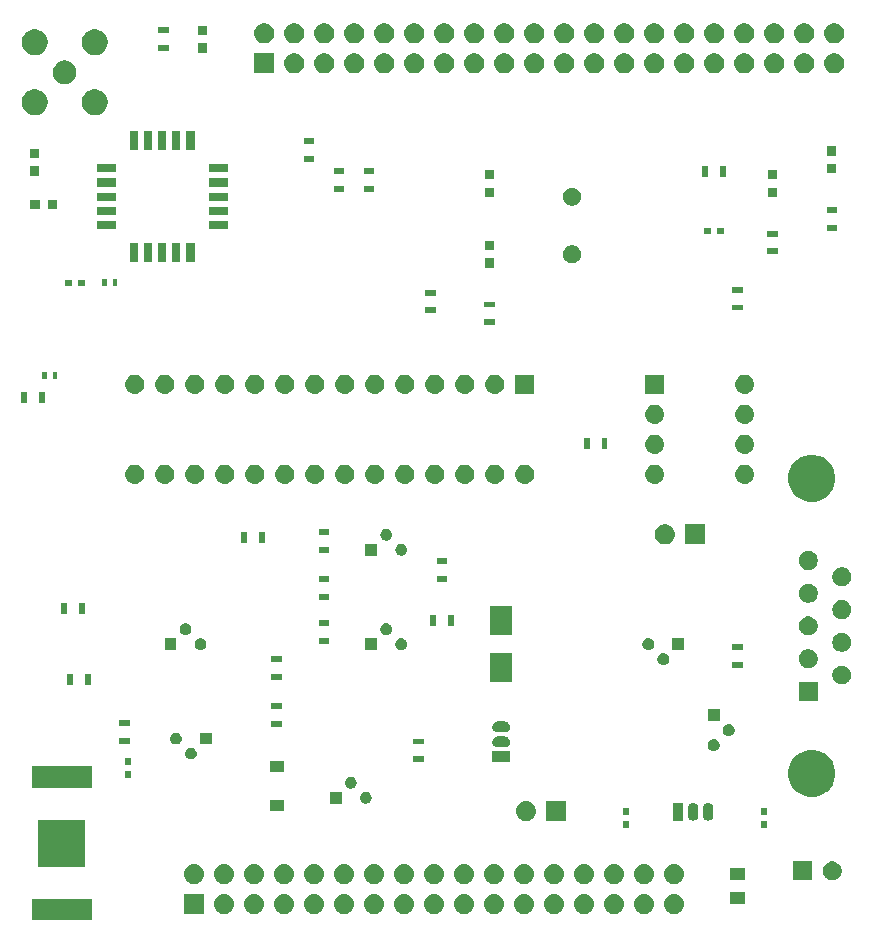
<source format=gts>
G04 #@! TF.GenerationSoftware,KiCad,Pcbnew,(5.1.0)-1*
G04 #@! TF.CreationDate,2019-03-19T22:56:10-07:00*
G04 #@! TF.ProjectId,DashSight-Mezzanine-Card,44617368-5369-4676-9874-2d4d657a7a61,rev?*
G04 #@! TF.SameCoordinates,Original*
G04 #@! TF.FileFunction,Soldermask,Top*
G04 #@! TF.FilePolarity,Negative*
%FSLAX46Y46*%
G04 Gerber Fmt 4.6, Leading zero omitted, Abs format (unit mm)*
G04 Created by KiCad (PCBNEW (5.1.0)-1) date 2019-03-19 22:56:10*
%MOMM*%
%LPD*%
G04 APERTURE LIST*
%ADD10C,0.100000*%
G04 APERTURE END LIST*
D10*
G36*
X132344000Y-124356000D02*
G01*
X127244000Y-124356000D01*
X127244000Y-122556000D01*
X132344000Y-122556000D01*
X132344000Y-124356000D01*
X132344000Y-124356000D01*
G37*
G36*
X181806627Y-122162299D02*
G01*
X181886742Y-122186602D01*
X181966855Y-122210903D01*
X181966857Y-122210904D01*
X182114518Y-122289831D01*
X182243949Y-122396051D01*
X182350169Y-122525482D01*
X182429096Y-122673143D01*
X182477701Y-122833373D01*
X182494112Y-123000000D01*
X182477701Y-123166627D01*
X182429096Y-123326857D01*
X182350169Y-123474518D01*
X182243949Y-123603949D01*
X182114518Y-123710169D01*
X181966857Y-123789096D01*
X181966855Y-123789097D01*
X181886742Y-123813398D01*
X181806627Y-123837701D01*
X181681752Y-123850000D01*
X181598248Y-123850000D01*
X181473373Y-123837701D01*
X181393258Y-123813398D01*
X181313145Y-123789097D01*
X181313143Y-123789096D01*
X181165482Y-123710169D01*
X181036051Y-123603949D01*
X180929831Y-123474518D01*
X180850904Y-123326857D01*
X180802299Y-123166627D01*
X180785888Y-123000000D01*
X180802299Y-122833373D01*
X180850904Y-122673143D01*
X180929831Y-122525482D01*
X181036051Y-122396051D01*
X181165482Y-122289831D01*
X181313143Y-122210904D01*
X181313145Y-122210903D01*
X181393258Y-122186602D01*
X181473373Y-122162299D01*
X181598248Y-122150000D01*
X181681752Y-122150000D01*
X181806627Y-122162299D01*
X181806627Y-122162299D01*
G37*
G36*
X141850000Y-123850000D02*
G01*
X140150000Y-123850000D01*
X140150000Y-122150000D01*
X141850000Y-122150000D01*
X141850000Y-123850000D01*
X141850000Y-123850000D01*
G37*
G36*
X143706627Y-122162299D02*
G01*
X143786742Y-122186602D01*
X143866855Y-122210903D01*
X143866857Y-122210904D01*
X144014518Y-122289831D01*
X144143949Y-122396051D01*
X144250169Y-122525482D01*
X144329096Y-122673143D01*
X144377701Y-122833373D01*
X144394112Y-123000000D01*
X144377701Y-123166627D01*
X144329096Y-123326857D01*
X144250169Y-123474518D01*
X144143949Y-123603949D01*
X144014518Y-123710169D01*
X143866857Y-123789096D01*
X143866855Y-123789097D01*
X143786742Y-123813398D01*
X143706627Y-123837701D01*
X143581752Y-123850000D01*
X143498248Y-123850000D01*
X143373373Y-123837701D01*
X143293258Y-123813398D01*
X143213145Y-123789097D01*
X143213143Y-123789096D01*
X143065482Y-123710169D01*
X142936051Y-123603949D01*
X142829831Y-123474518D01*
X142750904Y-123326857D01*
X142702299Y-123166627D01*
X142685888Y-123000000D01*
X142702299Y-122833373D01*
X142750904Y-122673143D01*
X142829831Y-122525482D01*
X142936051Y-122396051D01*
X143065482Y-122289831D01*
X143213143Y-122210904D01*
X143213145Y-122210903D01*
X143293258Y-122186602D01*
X143373373Y-122162299D01*
X143498248Y-122150000D01*
X143581752Y-122150000D01*
X143706627Y-122162299D01*
X143706627Y-122162299D01*
G37*
G36*
X146246627Y-122162299D02*
G01*
X146326742Y-122186602D01*
X146406855Y-122210903D01*
X146406857Y-122210904D01*
X146554518Y-122289831D01*
X146683949Y-122396051D01*
X146790169Y-122525482D01*
X146869096Y-122673143D01*
X146917701Y-122833373D01*
X146934112Y-123000000D01*
X146917701Y-123166627D01*
X146869096Y-123326857D01*
X146790169Y-123474518D01*
X146683949Y-123603949D01*
X146554518Y-123710169D01*
X146406857Y-123789096D01*
X146406855Y-123789097D01*
X146326742Y-123813398D01*
X146246627Y-123837701D01*
X146121752Y-123850000D01*
X146038248Y-123850000D01*
X145913373Y-123837701D01*
X145833258Y-123813398D01*
X145753145Y-123789097D01*
X145753143Y-123789096D01*
X145605482Y-123710169D01*
X145476051Y-123603949D01*
X145369831Y-123474518D01*
X145290904Y-123326857D01*
X145242299Y-123166627D01*
X145225888Y-123000000D01*
X145242299Y-122833373D01*
X145290904Y-122673143D01*
X145369831Y-122525482D01*
X145476051Y-122396051D01*
X145605482Y-122289831D01*
X145753143Y-122210904D01*
X145753145Y-122210903D01*
X145833258Y-122186602D01*
X145913373Y-122162299D01*
X146038248Y-122150000D01*
X146121752Y-122150000D01*
X146246627Y-122162299D01*
X146246627Y-122162299D01*
G37*
G36*
X148786627Y-122162299D02*
G01*
X148866742Y-122186602D01*
X148946855Y-122210903D01*
X148946857Y-122210904D01*
X149094518Y-122289831D01*
X149223949Y-122396051D01*
X149330169Y-122525482D01*
X149409096Y-122673143D01*
X149457701Y-122833373D01*
X149474112Y-123000000D01*
X149457701Y-123166627D01*
X149409096Y-123326857D01*
X149330169Y-123474518D01*
X149223949Y-123603949D01*
X149094518Y-123710169D01*
X148946857Y-123789096D01*
X148946855Y-123789097D01*
X148866742Y-123813398D01*
X148786627Y-123837701D01*
X148661752Y-123850000D01*
X148578248Y-123850000D01*
X148453373Y-123837701D01*
X148373258Y-123813398D01*
X148293145Y-123789097D01*
X148293143Y-123789096D01*
X148145482Y-123710169D01*
X148016051Y-123603949D01*
X147909831Y-123474518D01*
X147830904Y-123326857D01*
X147782299Y-123166627D01*
X147765888Y-123000000D01*
X147782299Y-122833373D01*
X147830904Y-122673143D01*
X147909831Y-122525482D01*
X148016051Y-122396051D01*
X148145482Y-122289831D01*
X148293143Y-122210904D01*
X148293145Y-122210903D01*
X148373258Y-122186602D01*
X148453373Y-122162299D01*
X148578248Y-122150000D01*
X148661752Y-122150000D01*
X148786627Y-122162299D01*
X148786627Y-122162299D01*
G37*
G36*
X151326627Y-122162299D02*
G01*
X151406742Y-122186602D01*
X151486855Y-122210903D01*
X151486857Y-122210904D01*
X151634518Y-122289831D01*
X151763949Y-122396051D01*
X151870169Y-122525482D01*
X151949096Y-122673143D01*
X151997701Y-122833373D01*
X152014112Y-123000000D01*
X151997701Y-123166627D01*
X151949096Y-123326857D01*
X151870169Y-123474518D01*
X151763949Y-123603949D01*
X151634518Y-123710169D01*
X151486857Y-123789096D01*
X151486855Y-123789097D01*
X151406742Y-123813398D01*
X151326627Y-123837701D01*
X151201752Y-123850000D01*
X151118248Y-123850000D01*
X150993373Y-123837701D01*
X150913258Y-123813398D01*
X150833145Y-123789097D01*
X150833143Y-123789096D01*
X150685482Y-123710169D01*
X150556051Y-123603949D01*
X150449831Y-123474518D01*
X150370904Y-123326857D01*
X150322299Y-123166627D01*
X150305888Y-123000000D01*
X150322299Y-122833373D01*
X150370904Y-122673143D01*
X150449831Y-122525482D01*
X150556051Y-122396051D01*
X150685482Y-122289831D01*
X150833143Y-122210904D01*
X150833145Y-122210903D01*
X150913258Y-122186602D01*
X150993373Y-122162299D01*
X151118248Y-122150000D01*
X151201752Y-122150000D01*
X151326627Y-122162299D01*
X151326627Y-122162299D01*
G37*
G36*
X153866627Y-122162299D02*
G01*
X153946742Y-122186602D01*
X154026855Y-122210903D01*
X154026857Y-122210904D01*
X154174518Y-122289831D01*
X154303949Y-122396051D01*
X154410169Y-122525482D01*
X154489096Y-122673143D01*
X154537701Y-122833373D01*
X154554112Y-123000000D01*
X154537701Y-123166627D01*
X154489096Y-123326857D01*
X154410169Y-123474518D01*
X154303949Y-123603949D01*
X154174518Y-123710169D01*
X154026857Y-123789096D01*
X154026855Y-123789097D01*
X153946742Y-123813398D01*
X153866627Y-123837701D01*
X153741752Y-123850000D01*
X153658248Y-123850000D01*
X153533373Y-123837701D01*
X153453258Y-123813398D01*
X153373145Y-123789097D01*
X153373143Y-123789096D01*
X153225482Y-123710169D01*
X153096051Y-123603949D01*
X152989831Y-123474518D01*
X152910904Y-123326857D01*
X152862299Y-123166627D01*
X152845888Y-123000000D01*
X152862299Y-122833373D01*
X152910904Y-122673143D01*
X152989831Y-122525482D01*
X153096051Y-122396051D01*
X153225482Y-122289831D01*
X153373143Y-122210904D01*
X153373145Y-122210903D01*
X153453258Y-122186602D01*
X153533373Y-122162299D01*
X153658248Y-122150000D01*
X153741752Y-122150000D01*
X153866627Y-122162299D01*
X153866627Y-122162299D01*
G37*
G36*
X156406627Y-122162299D02*
G01*
X156486742Y-122186602D01*
X156566855Y-122210903D01*
X156566857Y-122210904D01*
X156714518Y-122289831D01*
X156843949Y-122396051D01*
X156950169Y-122525482D01*
X157029096Y-122673143D01*
X157077701Y-122833373D01*
X157094112Y-123000000D01*
X157077701Y-123166627D01*
X157029096Y-123326857D01*
X156950169Y-123474518D01*
X156843949Y-123603949D01*
X156714518Y-123710169D01*
X156566857Y-123789096D01*
X156566855Y-123789097D01*
X156486742Y-123813398D01*
X156406627Y-123837701D01*
X156281752Y-123850000D01*
X156198248Y-123850000D01*
X156073373Y-123837701D01*
X155993258Y-123813398D01*
X155913145Y-123789097D01*
X155913143Y-123789096D01*
X155765482Y-123710169D01*
X155636051Y-123603949D01*
X155529831Y-123474518D01*
X155450904Y-123326857D01*
X155402299Y-123166627D01*
X155385888Y-123000000D01*
X155402299Y-122833373D01*
X155450904Y-122673143D01*
X155529831Y-122525482D01*
X155636051Y-122396051D01*
X155765482Y-122289831D01*
X155913143Y-122210904D01*
X155913145Y-122210903D01*
X155993258Y-122186602D01*
X156073373Y-122162299D01*
X156198248Y-122150000D01*
X156281752Y-122150000D01*
X156406627Y-122162299D01*
X156406627Y-122162299D01*
G37*
G36*
X158946627Y-122162299D02*
G01*
X159026742Y-122186602D01*
X159106855Y-122210903D01*
X159106857Y-122210904D01*
X159254518Y-122289831D01*
X159383949Y-122396051D01*
X159490169Y-122525482D01*
X159569096Y-122673143D01*
X159617701Y-122833373D01*
X159634112Y-123000000D01*
X159617701Y-123166627D01*
X159569096Y-123326857D01*
X159490169Y-123474518D01*
X159383949Y-123603949D01*
X159254518Y-123710169D01*
X159106857Y-123789096D01*
X159106855Y-123789097D01*
X159026742Y-123813398D01*
X158946627Y-123837701D01*
X158821752Y-123850000D01*
X158738248Y-123850000D01*
X158613373Y-123837701D01*
X158533258Y-123813398D01*
X158453145Y-123789097D01*
X158453143Y-123789096D01*
X158305482Y-123710169D01*
X158176051Y-123603949D01*
X158069831Y-123474518D01*
X157990904Y-123326857D01*
X157942299Y-123166627D01*
X157925888Y-123000000D01*
X157942299Y-122833373D01*
X157990904Y-122673143D01*
X158069831Y-122525482D01*
X158176051Y-122396051D01*
X158305482Y-122289831D01*
X158453143Y-122210904D01*
X158453145Y-122210903D01*
X158533258Y-122186602D01*
X158613373Y-122162299D01*
X158738248Y-122150000D01*
X158821752Y-122150000D01*
X158946627Y-122162299D01*
X158946627Y-122162299D01*
G37*
G36*
X164026627Y-122162299D02*
G01*
X164106742Y-122186602D01*
X164186855Y-122210903D01*
X164186857Y-122210904D01*
X164334518Y-122289831D01*
X164463949Y-122396051D01*
X164570169Y-122525482D01*
X164649096Y-122673143D01*
X164697701Y-122833373D01*
X164714112Y-123000000D01*
X164697701Y-123166627D01*
X164649096Y-123326857D01*
X164570169Y-123474518D01*
X164463949Y-123603949D01*
X164334518Y-123710169D01*
X164186857Y-123789096D01*
X164186855Y-123789097D01*
X164106742Y-123813398D01*
X164026627Y-123837701D01*
X163901752Y-123850000D01*
X163818248Y-123850000D01*
X163693373Y-123837701D01*
X163613258Y-123813398D01*
X163533145Y-123789097D01*
X163533143Y-123789096D01*
X163385482Y-123710169D01*
X163256051Y-123603949D01*
X163149831Y-123474518D01*
X163070904Y-123326857D01*
X163022299Y-123166627D01*
X163005888Y-123000000D01*
X163022299Y-122833373D01*
X163070904Y-122673143D01*
X163149831Y-122525482D01*
X163256051Y-122396051D01*
X163385482Y-122289831D01*
X163533143Y-122210904D01*
X163533145Y-122210903D01*
X163613258Y-122186602D01*
X163693373Y-122162299D01*
X163818248Y-122150000D01*
X163901752Y-122150000D01*
X164026627Y-122162299D01*
X164026627Y-122162299D01*
G37*
G36*
X166566627Y-122162299D02*
G01*
X166646742Y-122186602D01*
X166726855Y-122210903D01*
X166726857Y-122210904D01*
X166874518Y-122289831D01*
X167003949Y-122396051D01*
X167110169Y-122525482D01*
X167189096Y-122673143D01*
X167237701Y-122833373D01*
X167254112Y-123000000D01*
X167237701Y-123166627D01*
X167189096Y-123326857D01*
X167110169Y-123474518D01*
X167003949Y-123603949D01*
X166874518Y-123710169D01*
X166726857Y-123789096D01*
X166726855Y-123789097D01*
X166646742Y-123813398D01*
X166566627Y-123837701D01*
X166441752Y-123850000D01*
X166358248Y-123850000D01*
X166233373Y-123837701D01*
X166153258Y-123813398D01*
X166073145Y-123789097D01*
X166073143Y-123789096D01*
X165925482Y-123710169D01*
X165796051Y-123603949D01*
X165689831Y-123474518D01*
X165610904Y-123326857D01*
X165562299Y-123166627D01*
X165545888Y-123000000D01*
X165562299Y-122833373D01*
X165610904Y-122673143D01*
X165689831Y-122525482D01*
X165796051Y-122396051D01*
X165925482Y-122289831D01*
X166073143Y-122210904D01*
X166073145Y-122210903D01*
X166153258Y-122186602D01*
X166233373Y-122162299D01*
X166358248Y-122150000D01*
X166441752Y-122150000D01*
X166566627Y-122162299D01*
X166566627Y-122162299D01*
G37*
G36*
X169106627Y-122162299D02*
G01*
X169186742Y-122186602D01*
X169266855Y-122210903D01*
X169266857Y-122210904D01*
X169414518Y-122289831D01*
X169543949Y-122396051D01*
X169650169Y-122525482D01*
X169729096Y-122673143D01*
X169777701Y-122833373D01*
X169794112Y-123000000D01*
X169777701Y-123166627D01*
X169729096Y-123326857D01*
X169650169Y-123474518D01*
X169543949Y-123603949D01*
X169414518Y-123710169D01*
X169266857Y-123789096D01*
X169266855Y-123789097D01*
X169186742Y-123813398D01*
X169106627Y-123837701D01*
X168981752Y-123850000D01*
X168898248Y-123850000D01*
X168773373Y-123837701D01*
X168693258Y-123813398D01*
X168613145Y-123789097D01*
X168613143Y-123789096D01*
X168465482Y-123710169D01*
X168336051Y-123603949D01*
X168229831Y-123474518D01*
X168150904Y-123326857D01*
X168102299Y-123166627D01*
X168085888Y-123000000D01*
X168102299Y-122833373D01*
X168150904Y-122673143D01*
X168229831Y-122525482D01*
X168336051Y-122396051D01*
X168465482Y-122289831D01*
X168613143Y-122210904D01*
X168613145Y-122210903D01*
X168693258Y-122186602D01*
X168773373Y-122162299D01*
X168898248Y-122150000D01*
X168981752Y-122150000D01*
X169106627Y-122162299D01*
X169106627Y-122162299D01*
G37*
G36*
X171646627Y-122162299D02*
G01*
X171726742Y-122186602D01*
X171806855Y-122210903D01*
X171806857Y-122210904D01*
X171954518Y-122289831D01*
X172083949Y-122396051D01*
X172190169Y-122525482D01*
X172269096Y-122673143D01*
X172317701Y-122833373D01*
X172334112Y-123000000D01*
X172317701Y-123166627D01*
X172269096Y-123326857D01*
X172190169Y-123474518D01*
X172083949Y-123603949D01*
X171954518Y-123710169D01*
X171806857Y-123789096D01*
X171806855Y-123789097D01*
X171726742Y-123813398D01*
X171646627Y-123837701D01*
X171521752Y-123850000D01*
X171438248Y-123850000D01*
X171313373Y-123837701D01*
X171233258Y-123813398D01*
X171153145Y-123789097D01*
X171153143Y-123789096D01*
X171005482Y-123710169D01*
X170876051Y-123603949D01*
X170769831Y-123474518D01*
X170690904Y-123326857D01*
X170642299Y-123166627D01*
X170625888Y-123000000D01*
X170642299Y-122833373D01*
X170690904Y-122673143D01*
X170769831Y-122525482D01*
X170876051Y-122396051D01*
X171005482Y-122289831D01*
X171153143Y-122210904D01*
X171153145Y-122210903D01*
X171233258Y-122186602D01*
X171313373Y-122162299D01*
X171438248Y-122150000D01*
X171521752Y-122150000D01*
X171646627Y-122162299D01*
X171646627Y-122162299D01*
G37*
G36*
X174186627Y-122162299D02*
G01*
X174266742Y-122186602D01*
X174346855Y-122210903D01*
X174346857Y-122210904D01*
X174494518Y-122289831D01*
X174623949Y-122396051D01*
X174730169Y-122525482D01*
X174809096Y-122673143D01*
X174857701Y-122833373D01*
X174874112Y-123000000D01*
X174857701Y-123166627D01*
X174809096Y-123326857D01*
X174730169Y-123474518D01*
X174623949Y-123603949D01*
X174494518Y-123710169D01*
X174346857Y-123789096D01*
X174346855Y-123789097D01*
X174266742Y-123813398D01*
X174186627Y-123837701D01*
X174061752Y-123850000D01*
X173978248Y-123850000D01*
X173853373Y-123837701D01*
X173773258Y-123813398D01*
X173693145Y-123789097D01*
X173693143Y-123789096D01*
X173545482Y-123710169D01*
X173416051Y-123603949D01*
X173309831Y-123474518D01*
X173230904Y-123326857D01*
X173182299Y-123166627D01*
X173165888Y-123000000D01*
X173182299Y-122833373D01*
X173230904Y-122673143D01*
X173309831Y-122525482D01*
X173416051Y-122396051D01*
X173545482Y-122289831D01*
X173693143Y-122210904D01*
X173693145Y-122210903D01*
X173773258Y-122186602D01*
X173853373Y-122162299D01*
X173978248Y-122150000D01*
X174061752Y-122150000D01*
X174186627Y-122162299D01*
X174186627Y-122162299D01*
G37*
G36*
X176726627Y-122162299D02*
G01*
X176806742Y-122186602D01*
X176886855Y-122210903D01*
X176886857Y-122210904D01*
X177034518Y-122289831D01*
X177163949Y-122396051D01*
X177270169Y-122525482D01*
X177349096Y-122673143D01*
X177397701Y-122833373D01*
X177414112Y-123000000D01*
X177397701Y-123166627D01*
X177349096Y-123326857D01*
X177270169Y-123474518D01*
X177163949Y-123603949D01*
X177034518Y-123710169D01*
X176886857Y-123789096D01*
X176886855Y-123789097D01*
X176806742Y-123813398D01*
X176726627Y-123837701D01*
X176601752Y-123850000D01*
X176518248Y-123850000D01*
X176393373Y-123837701D01*
X176313258Y-123813398D01*
X176233145Y-123789097D01*
X176233143Y-123789096D01*
X176085482Y-123710169D01*
X175956051Y-123603949D01*
X175849831Y-123474518D01*
X175770904Y-123326857D01*
X175722299Y-123166627D01*
X175705888Y-123000000D01*
X175722299Y-122833373D01*
X175770904Y-122673143D01*
X175849831Y-122525482D01*
X175956051Y-122396051D01*
X176085482Y-122289831D01*
X176233143Y-122210904D01*
X176233145Y-122210903D01*
X176313258Y-122186602D01*
X176393373Y-122162299D01*
X176518248Y-122150000D01*
X176601752Y-122150000D01*
X176726627Y-122162299D01*
X176726627Y-122162299D01*
G37*
G36*
X179266627Y-122162299D02*
G01*
X179346742Y-122186602D01*
X179426855Y-122210903D01*
X179426857Y-122210904D01*
X179574518Y-122289831D01*
X179703949Y-122396051D01*
X179810169Y-122525482D01*
X179889096Y-122673143D01*
X179937701Y-122833373D01*
X179954112Y-123000000D01*
X179937701Y-123166627D01*
X179889096Y-123326857D01*
X179810169Y-123474518D01*
X179703949Y-123603949D01*
X179574518Y-123710169D01*
X179426857Y-123789096D01*
X179426855Y-123789097D01*
X179346742Y-123813398D01*
X179266627Y-123837701D01*
X179141752Y-123850000D01*
X179058248Y-123850000D01*
X178933373Y-123837701D01*
X178853258Y-123813398D01*
X178773145Y-123789097D01*
X178773143Y-123789096D01*
X178625482Y-123710169D01*
X178496051Y-123603949D01*
X178389831Y-123474518D01*
X178310904Y-123326857D01*
X178262299Y-123166627D01*
X178245888Y-123000000D01*
X178262299Y-122833373D01*
X178310904Y-122673143D01*
X178389831Y-122525482D01*
X178496051Y-122396051D01*
X178625482Y-122289831D01*
X178773143Y-122210904D01*
X178773145Y-122210903D01*
X178853258Y-122186602D01*
X178933373Y-122162299D01*
X179058248Y-122150000D01*
X179141752Y-122150000D01*
X179266627Y-122162299D01*
X179266627Y-122162299D01*
G37*
G36*
X161486627Y-122162299D02*
G01*
X161566742Y-122186602D01*
X161646855Y-122210903D01*
X161646857Y-122210904D01*
X161794518Y-122289831D01*
X161923949Y-122396051D01*
X162030169Y-122525482D01*
X162109096Y-122673143D01*
X162157701Y-122833373D01*
X162174112Y-123000000D01*
X162157701Y-123166627D01*
X162109096Y-123326857D01*
X162030169Y-123474518D01*
X161923949Y-123603949D01*
X161794518Y-123710169D01*
X161646857Y-123789096D01*
X161646855Y-123789097D01*
X161566742Y-123813398D01*
X161486627Y-123837701D01*
X161361752Y-123850000D01*
X161278248Y-123850000D01*
X161153373Y-123837701D01*
X161073258Y-123813398D01*
X160993145Y-123789097D01*
X160993143Y-123789096D01*
X160845482Y-123710169D01*
X160716051Y-123603949D01*
X160609831Y-123474518D01*
X160530904Y-123326857D01*
X160482299Y-123166627D01*
X160465888Y-123000000D01*
X160482299Y-122833373D01*
X160530904Y-122673143D01*
X160609831Y-122525482D01*
X160716051Y-122396051D01*
X160845482Y-122289831D01*
X160993143Y-122210904D01*
X160993145Y-122210903D01*
X161073258Y-122186602D01*
X161153373Y-122162299D01*
X161278248Y-122150000D01*
X161361752Y-122150000D01*
X161486627Y-122162299D01*
X161486627Y-122162299D01*
G37*
G36*
X187632500Y-122975500D02*
G01*
X186382500Y-122975500D01*
X186382500Y-121975500D01*
X187632500Y-121975500D01*
X187632500Y-122975500D01*
X187632500Y-122975500D01*
G37*
G36*
X153866627Y-119622299D02*
G01*
X153946742Y-119646602D01*
X154026855Y-119670903D01*
X154026857Y-119670904D01*
X154174518Y-119749831D01*
X154303949Y-119856051D01*
X154410169Y-119985482D01*
X154489096Y-120133143D01*
X154537701Y-120293373D01*
X154554112Y-120460000D01*
X154537701Y-120626627D01*
X154489096Y-120786857D01*
X154410169Y-120934518D01*
X154303949Y-121063949D01*
X154174518Y-121170169D01*
X154026857Y-121249096D01*
X154026855Y-121249097D01*
X153946742Y-121273398D01*
X153866627Y-121297701D01*
X153741752Y-121310000D01*
X153658248Y-121310000D01*
X153533373Y-121297701D01*
X153453258Y-121273399D01*
X153373145Y-121249097D01*
X153373143Y-121249096D01*
X153225482Y-121170169D01*
X153096051Y-121063949D01*
X152989831Y-120934518D01*
X152910904Y-120786857D01*
X152862299Y-120626627D01*
X152845888Y-120460000D01*
X152862299Y-120293373D01*
X152910904Y-120133143D01*
X152989831Y-119985482D01*
X153096051Y-119856051D01*
X153225482Y-119749831D01*
X153373143Y-119670904D01*
X153373145Y-119670903D01*
X153453258Y-119646601D01*
X153533373Y-119622299D01*
X153658248Y-119610000D01*
X153741752Y-119610000D01*
X153866627Y-119622299D01*
X153866627Y-119622299D01*
G37*
G36*
X146246627Y-119622299D02*
G01*
X146326742Y-119646602D01*
X146406855Y-119670903D01*
X146406857Y-119670904D01*
X146554518Y-119749831D01*
X146683949Y-119856051D01*
X146790169Y-119985482D01*
X146869096Y-120133143D01*
X146917701Y-120293373D01*
X146934112Y-120460000D01*
X146917701Y-120626627D01*
X146869096Y-120786857D01*
X146790169Y-120934518D01*
X146683949Y-121063949D01*
X146554518Y-121170169D01*
X146406857Y-121249096D01*
X146406855Y-121249097D01*
X146326742Y-121273398D01*
X146246627Y-121297701D01*
X146121752Y-121310000D01*
X146038248Y-121310000D01*
X145913373Y-121297701D01*
X145833258Y-121273399D01*
X145753145Y-121249097D01*
X145753143Y-121249096D01*
X145605482Y-121170169D01*
X145476051Y-121063949D01*
X145369831Y-120934518D01*
X145290904Y-120786857D01*
X145242299Y-120626627D01*
X145225888Y-120460000D01*
X145242299Y-120293373D01*
X145290904Y-120133143D01*
X145369831Y-119985482D01*
X145476051Y-119856051D01*
X145605482Y-119749831D01*
X145753143Y-119670904D01*
X145753145Y-119670903D01*
X145833258Y-119646601D01*
X145913373Y-119622299D01*
X146038248Y-119610000D01*
X146121752Y-119610000D01*
X146246627Y-119622299D01*
X146246627Y-119622299D01*
G37*
G36*
X148786627Y-119622299D02*
G01*
X148866742Y-119646602D01*
X148946855Y-119670903D01*
X148946857Y-119670904D01*
X149094518Y-119749831D01*
X149223949Y-119856051D01*
X149330169Y-119985482D01*
X149409096Y-120133143D01*
X149457701Y-120293373D01*
X149474112Y-120460000D01*
X149457701Y-120626627D01*
X149409096Y-120786857D01*
X149330169Y-120934518D01*
X149223949Y-121063949D01*
X149094518Y-121170169D01*
X148946857Y-121249096D01*
X148946855Y-121249097D01*
X148866742Y-121273398D01*
X148786627Y-121297701D01*
X148661752Y-121310000D01*
X148578248Y-121310000D01*
X148453373Y-121297701D01*
X148373258Y-121273399D01*
X148293145Y-121249097D01*
X148293143Y-121249096D01*
X148145482Y-121170169D01*
X148016051Y-121063949D01*
X147909831Y-120934518D01*
X147830904Y-120786857D01*
X147782299Y-120626627D01*
X147765888Y-120460000D01*
X147782299Y-120293373D01*
X147830904Y-120133143D01*
X147909831Y-119985482D01*
X148016051Y-119856051D01*
X148145482Y-119749831D01*
X148293143Y-119670904D01*
X148293145Y-119670903D01*
X148373258Y-119646601D01*
X148453373Y-119622299D01*
X148578248Y-119610000D01*
X148661752Y-119610000D01*
X148786627Y-119622299D01*
X148786627Y-119622299D01*
G37*
G36*
X151326627Y-119622299D02*
G01*
X151406742Y-119646602D01*
X151486855Y-119670903D01*
X151486857Y-119670904D01*
X151634518Y-119749831D01*
X151763949Y-119856051D01*
X151870169Y-119985482D01*
X151949096Y-120133143D01*
X151997701Y-120293373D01*
X152014112Y-120460000D01*
X151997701Y-120626627D01*
X151949096Y-120786857D01*
X151870169Y-120934518D01*
X151763949Y-121063949D01*
X151634518Y-121170169D01*
X151486857Y-121249096D01*
X151486855Y-121249097D01*
X151406742Y-121273398D01*
X151326627Y-121297701D01*
X151201752Y-121310000D01*
X151118248Y-121310000D01*
X150993373Y-121297701D01*
X150913258Y-121273399D01*
X150833145Y-121249097D01*
X150833143Y-121249096D01*
X150685482Y-121170169D01*
X150556051Y-121063949D01*
X150449831Y-120934518D01*
X150370904Y-120786857D01*
X150322299Y-120626627D01*
X150305888Y-120460000D01*
X150322299Y-120293373D01*
X150370904Y-120133143D01*
X150449831Y-119985482D01*
X150556051Y-119856051D01*
X150685482Y-119749831D01*
X150833143Y-119670904D01*
X150833145Y-119670903D01*
X150913258Y-119646601D01*
X150993373Y-119622299D01*
X151118248Y-119610000D01*
X151201752Y-119610000D01*
X151326627Y-119622299D01*
X151326627Y-119622299D01*
G37*
G36*
X156406627Y-119622299D02*
G01*
X156486742Y-119646602D01*
X156566855Y-119670903D01*
X156566857Y-119670904D01*
X156714518Y-119749831D01*
X156843949Y-119856051D01*
X156950169Y-119985482D01*
X157029096Y-120133143D01*
X157077701Y-120293373D01*
X157094112Y-120460000D01*
X157077701Y-120626627D01*
X157029096Y-120786857D01*
X156950169Y-120934518D01*
X156843949Y-121063949D01*
X156714518Y-121170169D01*
X156566857Y-121249096D01*
X156566855Y-121249097D01*
X156486742Y-121273398D01*
X156406627Y-121297701D01*
X156281752Y-121310000D01*
X156198248Y-121310000D01*
X156073373Y-121297701D01*
X155993258Y-121273399D01*
X155913145Y-121249097D01*
X155913143Y-121249096D01*
X155765482Y-121170169D01*
X155636051Y-121063949D01*
X155529831Y-120934518D01*
X155450904Y-120786857D01*
X155402299Y-120626627D01*
X155385888Y-120460000D01*
X155402299Y-120293373D01*
X155450904Y-120133143D01*
X155529831Y-119985482D01*
X155636051Y-119856051D01*
X155765482Y-119749831D01*
X155913143Y-119670904D01*
X155913145Y-119670903D01*
X155993258Y-119646601D01*
X156073373Y-119622299D01*
X156198248Y-119610000D01*
X156281752Y-119610000D01*
X156406627Y-119622299D01*
X156406627Y-119622299D01*
G37*
G36*
X158946627Y-119622299D02*
G01*
X159026742Y-119646602D01*
X159106855Y-119670903D01*
X159106857Y-119670904D01*
X159254518Y-119749831D01*
X159383949Y-119856051D01*
X159490169Y-119985482D01*
X159569096Y-120133143D01*
X159617701Y-120293373D01*
X159634112Y-120460000D01*
X159617701Y-120626627D01*
X159569096Y-120786857D01*
X159490169Y-120934518D01*
X159383949Y-121063949D01*
X159254518Y-121170169D01*
X159106857Y-121249096D01*
X159106855Y-121249097D01*
X159026742Y-121273398D01*
X158946627Y-121297701D01*
X158821752Y-121310000D01*
X158738248Y-121310000D01*
X158613373Y-121297701D01*
X158533258Y-121273399D01*
X158453145Y-121249097D01*
X158453143Y-121249096D01*
X158305482Y-121170169D01*
X158176051Y-121063949D01*
X158069831Y-120934518D01*
X157990904Y-120786857D01*
X157942299Y-120626627D01*
X157925888Y-120460000D01*
X157942299Y-120293373D01*
X157990904Y-120133143D01*
X158069831Y-119985482D01*
X158176051Y-119856051D01*
X158305482Y-119749831D01*
X158453143Y-119670904D01*
X158453145Y-119670903D01*
X158533258Y-119646601D01*
X158613373Y-119622299D01*
X158738248Y-119610000D01*
X158821752Y-119610000D01*
X158946627Y-119622299D01*
X158946627Y-119622299D01*
G37*
G36*
X161486627Y-119622299D02*
G01*
X161566742Y-119646602D01*
X161646855Y-119670903D01*
X161646857Y-119670904D01*
X161794518Y-119749831D01*
X161923949Y-119856051D01*
X162030169Y-119985482D01*
X162109096Y-120133143D01*
X162157701Y-120293373D01*
X162174112Y-120460000D01*
X162157701Y-120626627D01*
X162109096Y-120786857D01*
X162030169Y-120934518D01*
X161923949Y-121063949D01*
X161794518Y-121170169D01*
X161646857Y-121249096D01*
X161646855Y-121249097D01*
X161566742Y-121273398D01*
X161486627Y-121297701D01*
X161361752Y-121310000D01*
X161278248Y-121310000D01*
X161153373Y-121297701D01*
X161073258Y-121273399D01*
X160993145Y-121249097D01*
X160993143Y-121249096D01*
X160845482Y-121170169D01*
X160716051Y-121063949D01*
X160609831Y-120934518D01*
X160530904Y-120786857D01*
X160482299Y-120626627D01*
X160465888Y-120460000D01*
X160482299Y-120293373D01*
X160530904Y-120133143D01*
X160609831Y-119985482D01*
X160716051Y-119856051D01*
X160845482Y-119749831D01*
X160993143Y-119670904D01*
X160993145Y-119670903D01*
X161073258Y-119646601D01*
X161153373Y-119622299D01*
X161278248Y-119610000D01*
X161361752Y-119610000D01*
X161486627Y-119622299D01*
X161486627Y-119622299D01*
G37*
G36*
X164026627Y-119622299D02*
G01*
X164106742Y-119646602D01*
X164186855Y-119670903D01*
X164186857Y-119670904D01*
X164334518Y-119749831D01*
X164463949Y-119856051D01*
X164570169Y-119985482D01*
X164649096Y-120133143D01*
X164697701Y-120293373D01*
X164714112Y-120460000D01*
X164697701Y-120626627D01*
X164649096Y-120786857D01*
X164570169Y-120934518D01*
X164463949Y-121063949D01*
X164334518Y-121170169D01*
X164186857Y-121249096D01*
X164186855Y-121249097D01*
X164106742Y-121273398D01*
X164026627Y-121297701D01*
X163901752Y-121310000D01*
X163818248Y-121310000D01*
X163693373Y-121297701D01*
X163613258Y-121273399D01*
X163533145Y-121249097D01*
X163533143Y-121249096D01*
X163385482Y-121170169D01*
X163256051Y-121063949D01*
X163149831Y-120934518D01*
X163070904Y-120786857D01*
X163022299Y-120626627D01*
X163005888Y-120460000D01*
X163022299Y-120293373D01*
X163070904Y-120133143D01*
X163149831Y-119985482D01*
X163256051Y-119856051D01*
X163385482Y-119749831D01*
X163533143Y-119670904D01*
X163533145Y-119670903D01*
X163613258Y-119646601D01*
X163693373Y-119622299D01*
X163818248Y-119610000D01*
X163901752Y-119610000D01*
X164026627Y-119622299D01*
X164026627Y-119622299D01*
G37*
G36*
X171646627Y-119622299D02*
G01*
X171726742Y-119646602D01*
X171806855Y-119670903D01*
X171806857Y-119670904D01*
X171954518Y-119749831D01*
X172083949Y-119856051D01*
X172190169Y-119985482D01*
X172269096Y-120133143D01*
X172317701Y-120293373D01*
X172334112Y-120460000D01*
X172317701Y-120626627D01*
X172269096Y-120786857D01*
X172190169Y-120934518D01*
X172083949Y-121063949D01*
X171954518Y-121170169D01*
X171806857Y-121249096D01*
X171806855Y-121249097D01*
X171726742Y-121273398D01*
X171646627Y-121297701D01*
X171521752Y-121310000D01*
X171438248Y-121310000D01*
X171313373Y-121297701D01*
X171233258Y-121273399D01*
X171153145Y-121249097D01*
X171153143Y-121249096D01*
X171005482Y-121170169D01*
X170876051Y-121063949D01*
X170769831Y-120934518D01*
X170690904Y-120786857D01*
X170642299Y-120626627D01*
X170625888Y-120460000D01*
X170642299Y-120293373D01*
X170690904Y-120133143D01*
X170769831Y-119985482D01*
X170876051Y-119856051D01*
X171005482Y-119749831D01*
X171153143Y-119670904D01*
X171153145Y-119670903D01*
X171233258Y-119646601D01*
X171313373Y-119622299D01*
X171438248Y-119610000D01*
X171521752Y-119610000D01*
X171646627Y-119622299D01*
X171646627Y-119622299D01*
G37*
G36*
X166566627Y-119622299D02*
G01*
X166646742Y-119646602D01*
X166726855Y-119670903D01*
X166726857Y-119670904D01*
X166874518Y-119749831D01*
X167003949Y-119856051D01*
X167110169Y-119985482D01*
X167189096Y-120133143D01*
X167237701Y-120293373D01*
X167254112Y-120460000D01*
X167237701Y-120626627D01*
X167189096Y-120786857D01*
X167110169Y-120934518D01*
X167003949Y-121063949D01*
X166874518Y-121170169D01*
X166726857Y-121249096D01*
X166726855Y-121249097D01*
X166646742Y-121273398D01*
X166566627Y-121297701D01*
X166441752Y-121310000D01*
X166358248Y-121310000D01*
X166233373Y-121297701D01*
X166153258Y-121273399D01*
X166073145Y-121249097D01*
X166073143Y-121249096D01*
X165925482Y-121170169D01*
X165796051Y-121063949D01*
X165689831Y-120934518D01*
X165610904Y-120786857D01*
X165562299Y-120626627D01*
X165545888Y-120460000D01*
X165562299Y-120293373D01*
X165610904Y-120133143D01*
X165689831Y-119985482D01*
X165796051Y-119856051D01*
X165925482Y-119749831D01*
X166073143Y-119670904D01*
X166073145Y-119670903D01*
X166153258Y-119646601D01*
X166233373Y-119622299D01*
X166358248Y-119610000D01*
X166441752Y-119610000D01*
X166566627Y-119622299D01*
X166566627Y-119622299D01*
G37*
G36*
X169106627Y-119622299D02*
G01*
X169186742Y-119646602D01*
X169266855Y-119670903D01*
X169266857Y-119670904D01*
X169414518Y-119749831D01*
X169543949Y-119856051D01*
X169650169Y-119985482D01*
X169729096Y-120133143D01*
X169777701Y-120293373D01*
X169794112Y-120460000D01*
X169777701Y-120626627D01*
X169729096Y-120786857D01*
X169650169Y-120934518D01*
X169543949Y-121063949D01*
X169414518Y-121170169D01*
X169266857Y-121249096D01*
X169266855Y-121249097D01*
X169186742Y-121273398D01*
X169106627Y-121297701D01*
X168981752Y-121310000D01*
X168898248Y-121310000D01*
X168773373Y-121297701D01*
X168693258Y-121273399D01*
X168613145Y-121249097D01*
X168613143Y-121249096D01*
X168465482Y-121170169D01*
X168336051Y-121063949D01*
X168229831Y-120934518D01*
X168150904Y-120786857D01*
X168102299Y-120626627D01*
X168085888Y-120460000D01*
X168102299Y-120293373D01*
X168150904Y-120133143D01*
X168229831Y-119985482D01*
X168336051Y-119856051D01*
X168465482Y-119749831D01*
X168613143Y-119670904D01*
X168613145Y-119670903D01*
X168693258Y-119646601D01*
X168773373Y-119622299D01*
X168898248Y-119610000D01*
X168981752Y-119610000D01*
X169106627Y-119622299D01*
X169106627Y-119622299D01*
G37*
G36*
X179266627Y-119622299D02*
G01*
X179346742Y-119646602D01*
X179426855Y-119670903D01*
X179426857Y-119670904D01*
X179574518Y-119749831D01*
X179703949Y-119856051D01*
X179810169Y-119985482D01*
X179889096Y-120133143D01*
X179937701Y-120293373D01*
X179954112Y-120460000D01*
X179937701Y-120626627D01*
X179889096Y-120786857D01*
X179810169Y-120934518D01*
X179703949Y-121063949D01*
X179574518Y-121170169D01*
X179426857Y-121249096D01*
X179426855Y-121249097D01*
X179346742Y-121273398D01*
X179266627Y-121297701D01*
X179141752Y-121310000D01*
X179058248Y-121310000D01*
X178933373Y-121297701D01*
X178853258Y-121273399D01*
X178773145Y-121249097D01*
X178773143Y-121249096D01*
X178625482Y-121170169D01*
X178496051Y-121063949D01*
X178389831Y-120934518D01*
X178310904Y-120786857D01*
X178262299Y-120626627D01*
X178245888Y-120460000D01*
X178262299Y-120293373D01*
X178310904Y-120133143D01*
X178389831Y-119985482D01*
X178496051Y-119856051D01*
X178625482Y-119749831D01*
X178773143Y-119670904D01*
X178773145Y-119670903D01*
X178853258Y-119646601D01*
X178933373Y-119622299D01*
X179058248Y-119610000D01*
X179141752Y-119610000D01*
X179266627Y-119622299D01*
X179266627Y-119622299D01*
G37*
G36*
X141166627Y-119622299D02*
G01*
X141246742Y-119646602D01*
X141326855Y-119670903D01*
X141326857Y-119670904D01*
X141474518Y-119749831D01*
X141603949Y-119856051D01*
X141710169Y-119985482D01*
X141789096Y-120133143D01*
X141837701Y-120293373D01*
X141854112Y-120460000D01*
X141837701Y-120626627D01*
X141789096Y-120786857D01*
X141710169Y-120934518D01*
X141603949Y-121063949D01*
X141474518Y-121170169D01*
X141326857Y-121249096D01*
X141326855Y-121249097D01*
X141246742Y-121273398D01*
X141166627Y-121297701D01*
X141041752Y-121310000D01*
X140958248Y-121310000D01*
X140833373Y-121297701D01*
X140753258Y-121273399D01*
X140673145Y-121249097D01*
X140673143Y-121249096D01*
X140525482Y-121170169D01*
X140396051Y-121063949D01*
X140289831Y-120934518D01*
X140210904Y-120786857D01*
X140162299Y-120626627D01*
X140145888Y-120460000D01*
X140162299Y-120293373D01*
X140210904Y-120133143D01*
X140289831Y-119985482D01*
X140396051Y-119856051D01*
X140525482Y-119749831D01*
X140673143Y-119670904D01*
X140673145Y-119670903D01*
X140753258Y-119646602D01*
X140833373Y-119622299D01*
X140958248Y-119610000D01*
X141041752Y-119610000D01*
X141166627Y-119622299D01*
X141166627Y-119622299D01*
G37*
G36*
X143706627Y-119622299D02*
G01*
X143786742Y-119646602D01*
X143866855Y-119670903D01*
X143866857Y-119670904D01*
X144014518Y-119749831D01*
X144143949Y-119856051D01*
X144250169Y-119985482D01*
X144329096Y-120133143D01*
X144377701Y-120293373D01*
X144394112Y-120460000D01*
X144377701Y-120626627D01*
X144329096Y-120786857D01*
X144250169Y-120934518D01*
X144143949Y-121063949D01*
X144014518Y-121170169D01*
X143866857Y-121249096D01*
X143866855Y-121249097D01*
X143786742Y-121273398D01*
X143706627Y-121297701D01*
X143581752Y-121310000D01*
X143498248Y-121310000D01*
X143373373Y-121297701D01*
X143293258Y-121273399D01*
X143213145Y-121249097D01*
X143213143Y-121249096D01*
X143065482Y-121170169D01*
X142936051Y-121063949D01*
X142829831Y-120934518D01*
X142750904Y-120786857D01*
X142702299Y-120626627D01*
X142685888Y-120460000D01*
X142702299Y-120293373D01*
X142750904Y-120133143D01*
X142829831Y-119985482D01*
X142936051Y-119856051D01*
X143065482Y-119749831D01*
X143213143Y-119670904D01*
X143213145Y-119670903D01*
X143293258Y-119646601D01*
X143373373Y-119622299D01*
X143498248Y-119610000D01*
X143581752Y-119610000D01*
X143706627Y-119622299D01*
X143706627Y-119622299D01*
G37*
G36*
X181806627Y-119622299D02*
G01*
X181886742Y-119646602D01*
X181966855Y-119670903D01*
X181966857Y-119670904D01*
X182114518Y-119749831D01*
X182243949Y-119856051D01*
X182350169Y-119985482D01*
X182429096Y-120133143D01*
X182477701Y-120293373D01*
X182494112Y-120460000D01*
X182477701Y-120626627D01*
X182429096Y-120786857D01*
X182350169Y-120934518D01*
X182243949Y-121063949D01*
X182114518Y-121170169D01*
X181966857Y-121249096D01*
X181966855Y-121249097D01*
X181886742Y-121273398D01*
X181806627Y-121297701D01*
X181681752Y-121310000D01*
X181598248Y-121310000D01*
X181473373Y-121297701D01*
X181393258Y-121273399D01*
X181313145Y-121249097D01*
X181313143Y-121249096D01*
X181165482Y-121170169D01*
X181036051Y-121063949D01*
X180929831Y-120934518D01*
X180850904Y-120786857D01*
X180802299Y-120626627D01*
X180785888Y-120460000D01*
X180802299Y-120293373D01*
X180850904Y-120133143D01*
X180929831Y-119985482D01*
X181036051Y-119856051D01*
X181165482Y-119749831D01*
X181313143Y-119670904D01*
X181313145Y-119670903D01*
X181393258Y-119646601D01*
X181473373Y-119622299D01*
X181598248Y-119610000D01*
X181681752Y-119610000D01*
X181806627Y-119622299D01*
X181806627Y-119622299D01*
G37*
G36*
X176726627Y-119622299D02*
G01*
X176806742Y-119646602D01*
X176886855Y-119670903D01*
X176886857Y-119670904D01*
X177034518Y-119749831D01*
X177163949Y-119856051D01*
X177270169Y-119985482D01*
X177349096Y-120133143D01*
X177397701Y-120293373D01*
X177414112Y-120460000D01*
X177397701Y-120626627D01*
X177349096Y-120786857D01*
X177270169Y-120934518D01*
X177163949Y-121063949D01*
X177034518Y-121170169D01*
X176886857Y-121249096D01*
X176886855Y-121249097D01*
X176806742Y-121273398D01*
X176726627Y-121297701D01*
X176601752Y-121310000D01*
X176518248Y-121310000D01*
X176393373Y-121297701D01*
X176313258Y-121273399D01*
X176233145Y-121249097D01*
X176233143Y-121249096D01*
X176085482Y-121170169D01*
X175956051Y-121063949D01*
X175849831Y-120934518D01*
X175770904Y-120786857D01*
X175722299Y-120626627D01*
X175705888Y-120460000D01*
X175722299Y-120293373D01*
X175770904Y-120133143D01*
X175849831Y-119985482D01*
X175956051Y-119856051D01*
X176085482Y-119749831D01*
X176233143Y-119670904D01*
X176233145Y-119670903D01*
X176313258Y-119646601D01*
X176393373Y-119622299D01*
X176518248Y-119610000D01*
X176601752Y-119610000D01*
X176726627Y-119622299D01*
X176726627Y-119622299D01*
G37*
G36*
X174186627Y-119622299D02*
G01*
X174266742Y-119646602D01*
X174346855Y-119670903D01*
X174346857Y-119670904D01*
X174494518Y-119749831D01*
X174623949Y-119856051D01*
X174730169Y-119985482D01*
X174809096Y-120133143D01*
X174857701Y-120293373D01*
X174874112Y-120460000D01*
X174857701Y-120626627D01*
X174809096Y-120786857D01*
X174730169Y-120934518D01*
X174623949Y-121063949D01*
X174494518Y-121170169D01*
X174346857Y-121249096D01*
X174346855Y-121249097D01*
X174266742Y-121273398D01*
X174186627Y-121297701D01*
X174061752Y-121310000D01*
X173978248Y-121310000D01*
X173853373Y-121297701D01*
X173773258Y-121273399D01*
X173693145Y-121249097D01*
X173693143Y-121249096D01*
X173545482Y-121170169D01*
X173416051Y-121063949D01*
X173309831Y-120934518D01*
X173230904Y-120786857D01*
X173182299Y-120626627D01*
X173165888Y-120460000D01*
X173182299Y-120293373D01*
X173230904Y-120133143D01*
X173309831Y-119985482D01*
X173416051Y-119856051D01*
X173545482Y-119749831D01*
X173693143Y-119670904D01*
X173693145Y-119670903D01*
X173773258Y-119646601D01*
X173853373Y-119622299D01*
X173978248Y-119610000D01*
X174061752Y-119610000D01*
X174186627Y-119622299D01*
X174186627Y-119622299D01*
G37*
G36*
X193332000Y-121005500D02*
G01*
X191732000Y-121005500D01*
X191732000Y-119405500D01*
X193332000Y-119405500D01*
X193332000Y-121005500D01*
X193332000Y-121005500D01*
G37*
G36*
X195265351Y-119436243D02*
G01*
X195410941Y-119496548D01*
X195541970Y-119584099D01*
X195653401Y-119695530D01*
X195740952Y-119826559D01*
X195801257Y-119972149D01*
X195832000Y-120126706D01*
X195832000Y-120284294D01*
X195801257Y-120438851D01*
X195740952Y-120584441D01*
X195653401Y-120715470D01*
X195541970Y-120826901D01*
X195410941Y-120914452D01*
X195265351Y-120974757D01*
X195110794Y-121005500D01*
X194953206Y-121005500D01*
X194798649Y-120974757D01*
X194653059Y-120914452D01*
X194522030Y-120826901D01*
X194410599Y-120715470D01*
X194323048Y-120584441D01*
X194262743Y-120438851D01*
X194232000Y-120284294D01*
X194232000Y-120126706D01*
X194262743Y-119972149D01*
X194323048Y-119826559D01*
X194410599Y-119695530D01*
X194522030Y-119584099D01*
X194653059Y-119496548D01*
X194798649Y-119436243D01*
X194953206Y-119405500D01*
X195110794Y-119405500D01*
X195265351Y-119436243D01*
X195265351Y-119436243D01*
G37*
G36*
X187632500Y-120975500D02*
G01*
X186382500Y-120975500D01*
X186382500Y-119975500D01*
X187632500Y-119975500D01*
X187632500Y-120975500D01*
X187632500Y-120975500D01*
G37*
G36*
X131794000Y-119856000D02*
G01*
X127794000Y-119856000D01*
X127794000Y-115856000D01*
X131794000Y-115856000D01*
X131794000Y-119856000D01*
X131794000Y-119856000D01*
G37*
G36*
X177796000Y-116610500D02*
G01*
X177296000Y-116610500D01*
X177296000Y-116010500D01*
X177796000Y-116010500D01*
X177796000Y-116610500D01*
X177796000Y-116610500D01*
G37*
G36*
X189543500Y-116547000D02*
G01*
X189043500Y-116547000D01*
X189043500Y-115947000D01*
X189543500Y-115947000D01*
X189543500Y-116547000D01*
X189543500Y-116547000D01*
G37*
G36*
X169267127Y-114287799D02*
G01*
X169347242Y-114312102D01*
X169427355Y-114336403D01*
X169427357Y-114336404D01*
X169575018Y-114415331D01*
X169704449Y-114521551D01*
X169810668Y-114650981D01*
X169889597Y-114798645D01*
X169904265Y-114847000D01*
X169938201Y-114958873D01*
X169954612Y-115125500D01*
X169938201Y-115292127D01*
X169889596Y-115452357D01*
X169810669Y-115600018D01*
X169704449Y-115729449D01*
X169575018Y-115835669D01*
X169427357Y-115914596D01*
X169427355Y-115914597D01*
X169347242Y-115938899D01*
X169267127Y-115963201D01*
X169142252Y-115975500D01*
X169058748Y-115975500D01*
X168933873Y-115963201D01*
X168853758Y-115938899D01*
X168773645Y-115914597D01*
X168773643Y-115914596D01*
X168625982Y-115835669D01*
X168496551Y-115729449D01*
X168390331Y-115600018D01*
X168311404Y-115452357D01*
X168262799Y-115292127D01*
X168246388Y-115125500D01*
X168262799Y-114958873D01*
X168296735Y-114847000D01*
X168311403Y-114798645D01*
X168390332Y-114650981D01*
X168496551Y-114521551D01*
X168625982Y-114415331D01*
X168773643Y-114336404D01*
X168773645Y-114336403D01*
X168853758Y-114312102D01*
X168933873Y-114287799D01*
X169058748Y-114275500D01*
X169142252Y-114275500D01*
X169267127Y-114287799D01*
X169267127Y-114287799D01*
G37*
G36*
X172490500Y-115975500D02*
G01*
X170790500Y-115975500D01*
X170790500Y-114275500D01*
X172490500Y-114275500D01*
X172490500Y-115975500D01*
X172490500Y-115975500D01*
G37*
G36*
X184619215Y-114445511D02*
G01*
X184704041Y-114471243D01*
X184704043Y-114471244D01*
X184782215Y-114513028D01*
X184850738Y-114569262D01*
X184906970Y-114637783D01*
X184906971Y-114637784D01*
X184948757Y-114715959D01*
X184974489Y-114800785D01*
X184981000Y-114866895D01*
X184981000Y-115511105D01*
X184974489Y-115577215D01*
X184967571Y-115600019D01*
X184948756Y-115662043D01*
X184906972Y-115740215D01*
X184850738Y-115808737D01*
X184782214Y-115864972D01*
X184704042Y-115906756D01*
X184704040Y-115906757D01*
X184619214Y-115932489D01*
X184531000Y-115941177D01*
X184442785Y-115932489D01*
X184357959Y-115906757D01*
X184357957Y-115906756D01*
X184279785Y-115864972D01*
X184211263Y-115808738D01*
X184155028Y-115740214D01*
X184113244Y-115662042D01*
X184094429Y-115600018D01*
X184087511Y-115577214D01*
X184081000Y-115511104D01*
X184081000Y-114866894D01*
X184087511Y-114800787D01*
X184113243Y-114715959D01*
X184155030Y-114637783D01*
X184211263Y-114569262D01*
X184279786Y-114513028D01*
X184357958Y-114471244D01*
X184357960Y-114471243D01*
X184442786Y-114445511D01*
X184531000Y-114436823D01*
X184619215Y-114445511D01*
X184619215Y-114445511D01*
G37*
G36*
X183349215Y-114445511D02*
G01*
X183434041Y-114471243D01*
X183434043Y-114471244D01*
X183512215Y-114513028D01*
X183580738Y-114569262D01*
X183636970Y-114637783D01*
X183636971Y-114637784D01*
X183678757Y-114715959D01*
X183704489Y-114800785D01*
X183711000Y-114866895D01*
X183711000Y-115511105D01*
X183704489Y-115577215D01*
X183697571Y-115600019D01*
X183678756Y-115662043D01*
X183636972Y-115740215D01*
X183580738Y-115808737D01*
X183512214Y-115864972D01*
X183434042Y-115906756D01*
X183434040Y-115906757D01*
X183349214Y-115932489D01*
X183261000Y-115941177D01*
X183172785Y-115932489D01*
X183087959Y-115906757D01*
X183087957Y-115906756D01*
X183009785Y-115864972D01*
X182941263Y-115808738D01*
X182885028Y-115740214D01*
X182843244Y-115662042D01*
X182824429Y-115600018D01*
X182817511Y-115577214D01*
X182811000Y-115511104D01*
X182811000Y-114866894D01*
X182817511Y-114800787D01*
X182843243Y-114715959D01*
X182885030Y-114637783D01*
X182941263Y-114569262D01*
X183009786Y-114513028D01*
X183087958Y-114471244D01*
X183087960Y-114471243D01*
X183172786Y-114445511D01*
X183261000Y-114436823D01*
X183349215Y-114445511D01*
X183349215Y-114445511D01*
G37*
G36*
X182441000Y-115939000D02*
G01*
X181541000Y-115939000D01*
X181541000Y-114439000D01*
X182441000Y-114439000D01*
X182441000Y-115939000D01*
X182441000Y-115939000D01*
G37*
G36*
X177796000Y-115510500D02*
G01*
X177296000Y-115510500D01*
X177296000Y-114910500D01*
X177796000Y-114910500D01*
X177796000Y-115510500D01*
X177796000Y-115510500D01*
G37*
G36*
X189543500Y-115447000D02*
G01*
X189043500Y-115447000D01*
X189043500Y-114847000D01*
X189543500Y-114847000D01*
X189543500Y-115447000D01*
X189543500Y-115447000D01*
G37*
G36*
X148600000Y-115100000D02*
G01*
X147400000Y-115100000D01*
X147400000Y-114200000D01*
X148600000Y-114200000D01*
X148600000Y-115100000D01*
X148600000Y-115100000D01*
G37*
G36*
X155685843Y-113519214D02*
G01*
X155685846Y-113519215D01*
X155685845Y-113519215D01*
X155776839Y-113556906D01*
X155818063Y-113584451D01*
X155858730Y-113611624D01*
X155928376Y-113681270D01*
X155983095Y-113763163D01*
X156020786Y-113854157D01*
X156040000Y-113950753D01*
X156040000Y-114049247D01*
X156020786Y-114145843D01*
X156020785Y-114145845D01*
X155983094Y-114236839D01*
X155928375Y-114318731D01*
X155858731Y-114388375D01*
X155776839Y-114443094D01*
X155776838Y-114443095D01*
X155776837Y-114443095D01*
X155685843Y-114480786D01*
X155589247Y-114500000D01*
X155490753Y-114500000D01*
X155394157Y-114480786D01*
X155303163Y-114443095D01*
X155303162Y-114443095D01*
X155303161Y-114443094D01*
X155221269Y-114388375D01*
X155151625Y-114318731D01*
X155096906Y-114236839D01*
X155059215Y-114145845D01*
X155059214Y-114145843D01*
X155040000Y-114049247D01*
X155040000Y-113950753D01*
X155059214Y-113854157D01*
X155096905Y-113763163D01*
X155151624Y-113681270D01*
X155221270Y-113611624D01*
X155261937Y-113584451D01*
X155303161Y-113556906D01*
X155394155Y-113519215D01*
X155394154Y-113519215D01*
X155394157Y-113519214D01*
X155490753Y-113500000D01*
X155589247Y-113500000D01*
X155685843Y-113519214D01*
X155685843Y-113519214D01*
G37*
G36*
X153500000Y-114500000D02*
G01*
X152500000Y-114500000D01*
X152500000Y-113500000D01*
X153500000Y-113500000D01*
X153500000Y-114500000D01*
X153500000Y-114500000D01*
G37*
G36*
X193883377Y-110036858D02*
G01*
X194247353Y-110187622D01*
X194247355Y-110187623D01*
X194296939Y-110220754D01*
X194574925Y-110406498D01*
X194853502Y-110685075D01*
X195072378Y-111012647D01*
X195223142Y-111376623D01*
X195300000Y-111763016D01*
X195300000Y-112156984D01*
X195223142Y-112543377D01*
X195072378Y-112907353D01*
X194853502Y-113234925D01*
X194574925Y-113513502D01*
X194509966Y-113556906D01*
X194247355Y-113732377D01*
X194247354Y-113732378D01*
X194247353Y-113732378D01*
X193883377Y-113883142D01*
X193496984Y-113960000D01*
X193103016Y-113960000D01*
X192716623Y-113883142D01*
X192352647Y-113732378D01*
X192352646Y-113732378D01*
X192352645Y-113732377D01*
X192090034Y-113556906D01*
X192025075Y-113513502D01*
X191746498Y-113234925D01*
X191527622Y-112907353D01*
X191376858Y-112543377D01*
X191300000Y-112156984D01*
X191300000Y-111763016D01*
X191376858Y-111376623D01*
X191527622Y-111012647D01*
X191746498Y-110685075D01*
X192025075Y-110406498D01*
X192303061Y-110220754D01*
X192352645Y-110187623D01*
X192352647Y-110187622D01*
X192716623Y-110036858D01*
X193103016Y-109960000D01*
X193496984Y-109960000D01*
X193883377Y-110036858D01*
X193883377Y-110036858D01*
G37*
G36*
X154415843Y-112249214D02*
G01*
X154415846Y-112249215D01*
X154415845Y-112249215D01*
X154506839Y-112286906D01*
X154547388Y-112314000D01*
X154588730Y-112341624D01*
X154658376Y-112411270D01*
X154713095Y-112493163D01*
X154750786Y-112584157D01*
X154770000Y-112680753D01*
X154770000Y-112779247D01*
X154750786Y-112875843D01*
X154750785Y-112875845D01*
X154713094Y-112966839D01*
X154658375Y-113048731D01*
X154588731Y-113118375D01*
X154506839Y-113173094D01*
X154506838Y-113173095D01*
X154506837Y-113173095D01*
X154415843Y-113210786D01*
X154319247Y-113230000D01*
X154220753Y-113230000D01*
X154124157Y-113210786D01*
X154033163Y-113173095D01*
X154033162Y-113173095D01*
X154033161Y-113173094D01*
X153951269Y-113118375D01*
X153881625Y-113048731D01*
X153826906Y-112966839D01*
X153789215Y-112875845D01*
X153789214Y-112875843D01*
X153770000Y-112779247D01*
X153770000Y-112680753D01*
X153789214Y-112584157D01*
X153826905Y-112493163D01*
X153881624Y-112411270D01*
X153951270Y-112341624D01*
X153992612Y-112314000D01*
X154033161Y-112286906D01*
X154124155Y-112249215D01*
X154124154Y-112249215D01*
X154124157Y-112249214D01*
X154220753Y-112230000D01*
X154319247Y-112230000D01*
X154415843Y-112249214D01*
X154415843Y-112249214D01*
G37*
G36*
X132344000Y-113156000D02*
G01*
X127244000Y-113156000D01*
X127244000Y-111356000D01*
X132344000Y-111356000D01*
X132344000Y-113156000D01*
X132344000Y-113156000D01*
G37*
G36*
X135632000Y-112314000D02*
G01*
X135132000Y-112314000D01*
X135132000Y-111714000D01*
X135632000Y-111714000D01*
X135632000Y-112314000D01*
X135632000Y-112314000D01*
G37*
G36*
X148600000Y-111800000D02*
G01*
X147400000Y-111800000D01*
X147400000Y-110900000D01*
X148600000Y-110900000D01*
X148600000Y-111800000D01*
X148600000Y-111800000D01*
G37*
G36*
X135632000Y-111214000D02*
G01*
X135132000Y-111214000D01*
X135132000Y-110614000D01*
X135632000Y-110614000D01*
X135632000Y-111214000D01*
X135632000Y-111214000D01*
G37*
G36*
X160450000Y-111000000D02*
G01*
X159550000Y-111000000D01*
X159550000Y-110500000D01*
X160450000Y-110500000D01*
X160450000Y-111000000D01*
X160450000Y-111000000D01*
G37*
G36*
X167750000Y-110990000D02*
G01*
X166250000Y-110990000D01*
X166250000Y-110090000D01*
X167750000Y-110090000D01*
X167750000Y-110990000D01*
X167750000Y-110990000D01*
G37*
G36*
X140875843Y-109789214D02*
G01*
X140875846Y-109789215D01*
X140875845Y-109789215D01*
X140966839Y-109826906D01*
X141048731Y-109881625D01*
X141118375Y-109951269D01*
X141164825Y-110020785D01*
X141173095Y-110033163D01*
X141210786Y-110124157D01*
X141230000Y-110220753D01*
X141230000Y-110319247D01*
X141210786Y-110415843D01*
X141173095Y-110506837D01*
X141118376Y-110588730D01*
X141048730Y-110658376D01*
X141008772Y-110685075D01*
X140966839Y-110713094D01*
X140966838Y-110713095D01*
X140966837Y-110713095D01*
X140875843Y-110750786D01*
X140779247Y-110770000D01*
X140680753Y-110770000D01*
X140584157Y-110750786D01*
X140493163Y-110713095D01*
X140493162Y-110713095D01*
X140493161Y-110713094D01*
X140451228Y-110685075D01*
X140411270Y-110658376D01*
X140341624Y-110588730D01*
X140286905Y-110506837D01*
X140249214Y-110415843D01*
X140230000Y-110319247D01*
X140230000Y-110220753D01*
X140249214Y-110124157D01*
X140286905Y-110033163D01*
X140295176Y-110020785D01*
X140341625Y-109951269D01*
X140411269Y-109881625D01*
X140493161Y-109826906D01*
X140584155Y-109789215D01*
X140584154Y-109789215D01*
X140584157Y-109789214D01*
X140680753Y-109770000D01*
X140779247Y-109770000D01*
X140875843Y-109789214D01*
X140875843Y-109789214D01*
G37*
G36*
X185145843Y-109059214D02*
G01*
X185145846Y-109059215D01*
X185145845Y-109059215D01*
X185236839Y-109096906D01*
X185236915Y-109096957D01*
X185318730Y-109151624D01*
X185388376Y-109221270D01*
X185443095Y-109303163D01*
X185480786Y-109394157D01*
X185500000Y-109490753D01*
X185500000Y-109589247D01*
X185480786Y-109685843D01*
X185466638Y-109720000D01*
X185443094Y-109776839D01*
X185388375Y-109858731D01*
X185318731Y-109928375D01*
X185236839Y-109983094D01*
X185236838Y-109983095D01*
X185236837Y-109983095D01*
X185145843Y-110020786D01*
X185049247Y-110040000D01*
X184950753Y-110040000D01*
X184854157Y-110020786D01*
X184763163Y-109983095D01*
X184763162Y-109983095D01*
X184763161Y-109983094D01*
X184681269Y-109928375D01*
X184611625Y-109858731D01*
X184556906Y-109776839D01*
X184533362Y-109720000D01*
X184519214Y-109685843D01*
X184500000Y-109589247D01*
X184500000Y-109490753D01*
X184519214Y-109394157D01*
X184556905Y-109303163D01*
X184611624Y-109221270D01*
X184681270Y-109151624D01*
X184763085Y-109096957D01*
X184763161Y-109096906D01*
X184854155Y-109059215D01*
X184854154Y-109059215D01*
X184854157Y-109059214D01*
X184950753Y-109040000D01*
X185049247Y-109040000D01*
X185145843Y-109059214D01*
X185145843Y-109059214D01*
G37*
G36*
X167344142Y-108822170D02*
G01*
X167388215Y-108826511D01*
X167473041Y-108852243D01*
X167473043Y-108852244D01*
X167551215Y-108894028D01*
X167619738Y-108950262D01*
X167675972Y-109018785D01*
X167692254Y-109049246D01*
X167717757Y-109096959D01*
X167743489Y-109181785D01*
X167752177Y-109270000D01*
X167743489Y-109358215D01*
X167717757Y-109443041D01*
X167717756Y-109443043D01*
X167675972Y-109521215D01*
X167619738Y-109589738D01*
X167551215Y-109645972D01*
X167476622Y-109685843D01*
X167473041Y-109687757D01*
X167388215Y-109713489D01*
X167344142Y-109717830D01*
X167322106Y-109720000D01*
X166677894Y-109720000D01*
X166655858Y-109717830D01*
X166611785Y-109713489D01*
X166526959Y-109687757D01*
X166523378Y-109685843D01*
X166448785Y-109645972D01*
X166380262Y-109589738D01*
X166324028Y-109521215D01*
X166282244Y-109443043D01*
X166282243Y-109443041D01*
X166256511Y-109358215D01*
X166247823Y-109270000D01*
X166256511Y-109181785D01*
X166282243Y-109096959D01*
X166307746Y-109049246D01*
X166324028Y-109018785D01*
X166380262Y-108950262D01*
X166448785Y-108894028D01*
X166526957Y-108852244D01*
X166526959Y-108852243D01*
X166611785Y-108826511D01*
X166655858Y-108822170D01*
X166677894Y-108820000D01*
X167322106Y-108820000D01*
X167344142Y-108822170D01*
X167344142Y-108822170D01*
G37*
G36*
X160450000Y-109500000D02*
G01*
X159550000Y-109500000D01*
X159550000Y-109000000D01*
X160450000Y-109000000D01*
X160450000Y-109500000D01*
X160450000Y-109500000D01*
G37*
G36*
X142500000Y-109500000D02*
G01*
X141500000Y-109500000D01*
X141500000Y-108500000D01*
X142500000Y-108500000D01*
X142500000Y-109500000D01*
X142500000Y-109500000D01*
G37*
G36*
X139605843Y-108519214D02*
G01*
X139605846Y-108519215D01*
X139605845Y-108519215D01*
X139696839Y-108556906D01*
X139778731Y-108611625D01*
X139848375Y-108681269D01*
X139894825Y-108750785D01*
X139903095Y-108763163D01*
X139940786Y-108854157D01*
X139960000Y-108950753D01*
X139960000Y-109049247D01*
X139940786Y-109145843D01*
X139903095Y-109236837D01*
X139858778Y-109303163D01*
X139848375Y-109318731D01*
X139778731Y-109388375D01*
X139696839Y-109443094D01*
X139696838Y-109443095D01*
X139696837Y-109443095D01*
X139605843Y-109480786D01*
X139509247Y-109500000D01*
X139410753Y-109500000D01*
X139314157Y-109480786D01*
X139223163Y-109443095D01*
X139223162Y-109443095D01*
X139223161Y-109443094D01*
X139141269Y-109388375D01*
X139071625Y-109318731D01*
X139061223Y-109303163D01*
X139016905Y-109236837D01*
X138979214Y-109145843D01*
X138960000Y-109049247D01*
X138960000Y-108950753D01*
X138979214Y-108854157D01*
X139016905Y-108763163D01*
X139025176Y-108750785D01*
X139071625Y-108681269D01*
X139141269Y-108611625D01*
X139223161Y-108556906D01*
X139314155Y-108519215D01*
X139314154Y-108519215D01*
X139314157Y-108519214D01*
X139410753Y-108500000D01*
X139509247Y-108500000D01*
X139605843Y-108519214D01*
X139605843Y-108519214D01*
G37*
G36*
X135578000Y-109458000D02*
G01*
X134678000Y-109458000D01*
X134678000Y-108958000D01*
X135578000Y-108958000D01*
X135578000Y-109458000D01*
X135578000Y-109458000D01*
G37*
G36*
X186415843Y-107789214D02*
G01*
X186415846Y-107789215D01*
X186415845Y-107789215D01*
X186506839Y-107826906D01*
X186506915Y-107826957D01*
X186588730Y-107881624D01*
X186658376Y-107951270D01*
X186713095Y-108033163D01*
X186750786Y-108124157D01*
X186770000Y-108220753D01*
X186770000Y-108319247D01*
X186750786Y-108415843D01*
X186736638Y-108450000D01*
X186713094Y-108506839D01*
X186658375Y-108588731D01*
X186588731Y-108658375D01*
X186506839Y-108713094D01*
X186506838Y-108713095D01*
X186506837Y-108713095D01*
X186415843Y-108750786D01*
X186319247Y-108770000D01*
X186220753Y-108770000D01*
X186124157Y-108750786D01*
X186033163Y-108713095D01*
X186033162Y-108713095D01*
X186033161Y-108713094D01*
X185951269Y-108658375D01*
X185881625Y-108588731D01*
X185826906Y-108506839D01*
X185803362Y-108450000D01*
X185789214Y-108415843D01*
X185770000Y-108319247D01*
X185770000Y-108220753D01*
X185789214Y-108124157D01*
X185826905Y-108033163D01*
X185881624Y-107951270D01*
X185951270Y-107881624D01*
X186033085Y-107826957D01*
X186033161Y-107826906D01*
X186124155Y-107789215D01*
X186124154Y-107789215D01*
X186124157Y-107789214D01*
X186220753Y-107770000D01*
X186319247Y-107770000D01*
X186415843Y-107789214D01*
X186415843Y-107789214D01*
G37*
G36*
X167344142Y-107552170D02*
G01*
X167388215Y-107556511D01*
X167473041Y-107582243D01*
X167473043Y-107582244D01*
X167551215Y-107624028D01*
X167619738Y-107680262D01*
X167675972Y-107748785D01*
X167697582Y-107789214D01*
X167717757Y-107826959D01*
X167743489Y-107911785D01*
X167752177Y-108000000D01*
X167743489Y-108088215D01*
X167717757Y-108173041D01*
X167717756Y-108173043D01*
X167675972Y-108251215D01*
X167619738Y-108319738D01*
X167551215Y-108375972D01*
X167476622Y-108415843D01*
X167473041Y-108417757D01*
X167388215Y-108443489D01*
X167344142Y-108447830D01*
X167322106Y-108450000D01*
X166677894Y-108450000D01*
X166655858Y-108447830D01*
X166611785Y-108443489D01*
X166526959Y-108417757D01*
X166523378Y-108415843D01*
X166448785Y-108375972D01*
X166380262Y-108319738D01*
X166324028Y-108251215D01*
X166282244Y-108173043D01*
X166282243Y-108173041D01*
X166256511Y-108088215D01*
X166247823Y-108000000D01*
X166256511Y-107911785D01*
X166282243Y-107826959D01*
X166302418Y-107789214D01*
X166324028Y-107748785D01*
X166380262Y-107680262D01*
X166448785Y-107624028D01*
X166526957Y-107582244D01*
X166526959Y-107582243D01*
X166611785Y-107556511D01*
X166655858Y-107552170D01*
X166677894Y-107550000D01*
X167322106Y-107550000D01*
X167344142Y-107552170D01*
X167344142Y-107552170D01*
G37*
G36*
X148450000Y-108000000D02*
G01*
X147550000Y-108000000D01*
X147550000Y-107500000D01*
X148450000Y-107500000D01*
X148450000Y-108000000D01*
X148450000Y-108000000D01*
G37*
G36*
X135578000Y-107958000D02*
G01*
X134678000Y-107958000D01*
X134678000Y-107458000D01*
X135578000Y-107458000D01*
X135578000Y-107958000D01*
X135578000Y-107958000D01*
G37*
G36*
X185500000Y-107500000D02*
G01*
X184500000Y-107500000D01*
X184500000Y-106500000D01*
X185500000Y-106500000D01*
X185500000Y-107500000D01*
X185500000Y-107500000D01*
G37*
G36*
X148450000Y-106500000D02*
G01*
X147550000Y-106500000D01*
X147550000Y-106000000D01*
X148450000Y-106000000D01*
X148450000Y-106500000D01*
X148450000Y-106500000D01*
G37*
G36*
X193800000Y-105800000D02*
G01*
X192200000Y-105800000D01*
X192200000Y-104200000D01*
X193800000Y-104200000D01*
X193800000Y-105800000D01*
X193800000Y-105800000D01*
G37*
G36*
X130750000Y-104450000D02*
G01*
X130250000Y-104450000D01*
X130250000Y-103550000D01*
X130750000Y-103550000D01*
X130750000Y-104450000D01*
X130750000Y-104450000D01*
G37*
G36*
X132250000Y-104450000D02*
G01*
X131750000Y-104450000D01*
X131750000Y-103550000D01*
X132250000Y-103550000D01*
X132250000Y-104450000D01*
X132250000Y-104450000D01*
G37*
G36*
X196073351Y-102845743D02*
G01*
X196218941Y-102906048D01*
X196349970Y-102993599D01*
X196461401Y-103105030D01*
X196548952Y-103236059D01*
X196609257Y-103381649D01*
X196640000Y-103536206D01*
X196640000Y-103693794D01*
X196609257Y-103848351D01*
X196548952Y-103993941D01*
X196461401Y-104124970D01*
X196349970Y-104236401D01*
X196218941Y-104323952D01*
X196073351Y-104384257D01*
X195918794Y-104415000D01*
X195761206Y-104415000D01*
X195606649Y-104384257D01*
X195461059Y-104323952D01*
X195330030Y-104236401D01*
X195218599Y-104124970D01*
X195131048Y-103993941D01*
X195070743Y-103848351D01*
X195040000Y-103693794D01*
X195040000Y-103536206D01*
X195070743Y-103381649D01*
X195131048Y-103236059D01*
X195218599Y-103105030D01*
X195330030Y-102993599D01*
X195461059Y-102906048D01*
X195606649Y-102845743D01*
X195761206Y-102815000D01*
X195918794Y-102815000D01*
X196073351Y-102845743D01*
X196073351Y-102845743D01*
G37*
G36*
X167900000Y-104250000D02*
G01*
X166100000Y-104250000D01*
X166100000Y-101750000D01*
X167900000Y-101750000D01*
X167900000Y-104250000D01*
X167900000Y-104250000D01*
G37*
G36*
X148450000Y-104000000D02*
G01*
X147550000Y-104000000D01*
X147550000Y-103500000D01*
X148450000Y-103500000D01*
X148450000Y-104000000D01*
X148450000Y-104000000D01*
G37*
G36*
X193233351Y-101460743D02*
G01*
X193378941Y-101521048D01*
X193509970Y-101608599D01*
X193621401Y-101720030D01*
X193708952Y-101851059D01*
X193769257Y-101996649D01*
X193800000Y-102151206D01*
X193800000Y-102308794D01*
X193769257Y-102463351D01*
X193708952Y-102608941D01*
X193621401Y-102739970D01*
X193509970Y-102851401D01*
X193378941Y-102938952D01*
X193233351Y-102999257D01*
X193078794Y-103030000D01*
X192921206Y-103030000D01*
X192766649Y-102999257D01*
X192621059Y-102938952D01*
X192490030Y-102851401D01*
X192378599Y-102739970D01*
X192291048Y-102608941D01*
X192230743Y-102463351D01*
X192200000Y-102308794D01*
X192200000Y-102151206D01*
X192230743Y-101996649D01*
X192291048Y-101851059D01*
X192378599Y-101720030D01*
X192490030Y-101608599D01*
X192621059Y-101521048D01*
X192766649Y-101460743D01*
X192921206Y-101430000D01*
X193078794Y-101430000D01*
X193233351Y-101460743D01*
X193233351Y-101460743D01*
G37*
G36*
X187450000Y-103000000D02*
G01*
X186550000Y-103000000D01*
X186550000Y-102500000D01*
X187450000Y-102500000D01*
X187450000Y-103000000D01*
X187450000Y-103000000D01*
G37*
G36*
X180875843Y-101789214D02*
G01*
X180875846Y-101789215D01*
X180875845Y-101789215D01*
X180966839Y-101826906D01*
X181002985Y-101851058D01*
X181048730Y-101881624D01*
X181118376Y-101951270D01*
X181173095Y-102033163D01*
X181210786Y-102124157D01*
X181230000Y-102220753D01*
X181230000Y-102319247D01*
X181210786Y-102415843D01*
X181175927Y-102500000D01*
X181173094Y-102506839D01*
X181118375Y-102588731D01*
X181048731Y-102658375D01*
X180966839Y-102713094D01*
X180966838Y-102713095D01*
X180966837Y-102713095D01*
X180875843Y-102750786D01*
X180779247Y-102770000D01*
X180680753Y-102770000D01*
X180584157Y-102750786D01*
X180493163Y-102713095D01*
X180493162Y-102713095D01*
X180493161Y-102713094D01*
X180411269Y-102658375D01*
X180341625Y-102588731D01*
X180286906Y-102506839D01*
X180284073Y-102500000D01*
X180249214Y-102415843D01*
X180230000Y-102319247D01*
X180230000Y-102220753D01*
X180249214Y-102124157D01*
X180286905Y-102033163D01*
X180341624Y-101951270D01*
X180411270Y-101881624D01*
X180457015Y-101851058D01*
X180493161Y-101826906D01*
X180584155Y-101789215D01*
X180584154Y-101789215D01*
X180584157Y-101789214D01*
X180680753Y-101770000D01*
X180779247Y-101770000D01*
X180875843Y-101789214D01*
X180875843Y-101789214D01*
G37*
G36*
X148450000Y-102500000D02*
G01*
X147550000Y-102500000D01*
X147550000Y-102000000D01*
X148450000Y-102000000D01*
X148450000Y-102500000D01*
X148450000Y-102500000D01*
G37*
G36*
X196073351Y-100075743D02*
G01*
X196218941Y-100136048D01*
X196349970Y-100223599D01*
X196461401Y-100335030D01*
X196548952Y-100466059D01*
X196609257Y-100611649D01*
X196640000Y-100766206D01*
X196640000Y-100923794D01*
X196609257Y-101078351D01*
X196548952Y-101223941D01*
X196461401Y-101354970D01*
X196349970Y-101466401D01*
X196218941Y-101553952D01*
X196073351Y-101614257D01*
X195918794Y-101645000D01*
X195761206Y-101645000D01*
X195606649Y-101614257D01*
X195461059Y-101553952D01*
X195330030Y-101466401D01*
X195218599Y-101354970D01*
X195131048Y-101223941D01*
X195070743Y-101078351D01*
X195040000Y-100923794D01*
X195040000Y-100766206D01*
X195070743Y-100611649D01*
X195131048Y-100466059D01*
X195218599Y-100335030D01*
X195330030Y-100223599D01*
X195461059Y-100136048D01*
X195606649Y-100075743D01*
X195761206Y-100045000D01*
X195918794Y-100045000D01*
X196073351Y-100075743D01*
X196073351Y-100075743D01*
G37*
G36*
X187450000Y-101500000D02*
G01*
X186550000Y-101500000D01*
X186550000Y-101000000D01*
X187450000Y-101000000D01*
X187450000Y-101500000D01*
X187450000Y-101500000D01*
G37*
G36*
X139500000Y-101500000D02*
G01*
X138500000Y-101500000D01*
X138500000Y-100500000D01*
X139500000Y-100500000D01*
X139500000Y-101500000D01*
X139500000Y-101500000D01*
G37*
G36*
X182500000Y-101500000D02*
G01*
X181500000Y-101500000D01*
X181500000Y-100500000D01*
X182500000Y-100500000D01*
X182500000Y-101500000D01*
X182500000Y-101500000D01*
G37*
G36*
X179605843Y-100519214D02*
G01*
X179605846Y-100519215D01*
X179605845Y-100519215D01*
X179696839Y-100556906D01*
X179738063Y-100584451D01*
X179778730Y-100611624D01*
X179848376Y-100681270D01*
X179903095Y-100763163D01*
X179940786Y-100854157D01*
X179960000Y-100950753D01*
X179960000Y-101049247D01*
X179940786Y-101145843D01*
X179940785Y-101145845D01*
X179903094Y-101236839D01*
X179848375Y-101318731D01*
X179778731Y-101388375D01*
X179696839Y-101443094D01*
X179696838Y-101443095D01*
X179696837Y-101443095D01*
X179605843Y-101480786D01*
X179509247Y-101500000D01*
X179410753Y-101500000D01*
X179314157Y-101480786D01*
X179223163Y-101443095D01*
X179223162Y-101443095D01*
X179223161Y-101443094D01*
X179141269Y-101388375D01*
X179071625Y-101318731D01*
X179016906Y-101236839D01*
X178979215Y-101145845D01*
X178979214Y-101145843D01*
X178960000Y-101049247D01*
X178960000Y-100950753D01*
X178979214Y-100854157D01*
X179016905Y-100763163D01*
X179071624Y-100681270D01*
X179141270Y-100611624D01*
X179181937Y-100584451D01*
X179223161Y-100556906D01*
X179314155Y-100519215D01*
X179314154Y-100519215D01*
X179314157Y-100519214D01*
X179410753Y-100500000D01*
X179509247Y-100500000D01*
X179605843Y-100519214D01*
X179605843Y-100519214D01*
G37*
G36*
X158685843Y-100519214D02*
G01*
X158685846Y-100519215D01*
X158685845Y-100519215D01*
X158776839Y-100556906D01*
X158818063Y-100584451D01*
X158858730Y-100611624D01*
X158928376Y-100681270D01*
X158983095Y-100763163D01*
X159020786Y-100854157D01*
X159040000Y-100950753D01*
X159040000Y-101049247D01*
X159020786Y-101145843D01*
X159020785Y-101145845D01*
X158983094Y-101236839D01*
X158928375Y-101318731D01*
X158858731Y-101388375D01*
X158776839Y-101443094D01*
X158776838Y-101443095D01*
X158776837Y-101443095D01*
X158685843Y-101480786D01*
X158589247Y-101500000D01*
X158490753Y-101500000D01*
X158394157Y-101480786D01*
X158303163Y-101443095D01*
X158303162Y-101443095D01*
X158303161Y-101443094D01*
X158221269Y-101388375D01*
X158151625Y-101318731D01*
X158096906Y-101236839D01*
X158059215Y-101145845D01*
X158059214Y-101145843D01*
X158040000Y-101049247D01*
X158040000Y-100950753D01*
X158059214Y-100854157D01*
X158096905Y-100763163D01*
X158151624Y-100681270D01*
X158221270Y-100611624D01*
X158261937Y-100584451D01*
X158303161Y-100556906D01*
X158394155Y-100519215D01*
X158394154Y-100519215D01*
X158394157Y-100519214D01*
X158490753Y-100500000D01*
X158589247Y-100500000D01*
X158685843Y-100519214D01*
X158685843Y-100519214D01*
G37*
G36*
X156500000Y-101500000D02*
G01*
X155500000Y-101500000D01*
X155500000Y-100500000D01*
X156500000Y-100500000D01*
X156500000Y-101500000D01*
X156500000Y-101500000D01*
G37*
G36*
X141685843Y-100519214D02*
G01*
X141685846Y-100519215D01*
X141685845Y-100519215D01*
X141776839Y-100556906D01*
X141818063Y-100584451D01*
X141858730Y-100611624D01*
X141928376Y-100681270D01*
X141983095Y-100763163D01*
X142020786Y-100854157D01*
X142040000Y-100950753D01*
X142040000Y-101049247D01*
X142020786Y-101145843D01*
X142020785Y-101145845D01*
X141983094Y-101236839D01*
X141928375Y-101318731D01*
X141858731Y-101388375D01*
X141776839Y-101443094D01*
X141776838Y-101443095D01*
X141776837Y-101443095D01*
X141685843Y-101480786D01*
X141589247Y-101500000D01*
X141490753Y-101500000D01*
X141394157Y-101480786D01*
X141303163Y-101443095D01*
X141303162Y-101443095D01*
X141303161Y-101443094D01*
X141221269Y-101388375D01*
X141151625Y-101318731D01*
X141096906Y-101236839D01*
X141059215Y-101145845D01*
X141059214Y-101145843D01*
X141040000Y-101049247D01*
X141040000Y-100950753D01*
X141059214Y-100854157D01*
X141096905Y-100763163D01*
X141151624Y-100681270D01*
X141221270Y-100611624D01*
X141261937Y-100584451D01*
X141303161Y-100556906D01*
X141394155Y-100519215D01*
X141394154Y-100519215D01*
X141394157Y-100519214D01*
X141490753Y-100500000D01*
X141589247Y-100500000D01*
X141685843Y-100519214D01*
X141685843Y-100519214D01*
G37*
G36*
X152450000Y-101000000D02*
G01*
X151550000Y-101000000D01*
X151550000Y-100500000D01*
X152450000Y-100500000D01*
X152450000Y-101000000D01*
X152450000Y-101000000D01*
G37*
G36*
X193233351Y-98690743D02*
G01*
X193378941Y-98751048D01*
X193509970Y-98838599D01*
X193621401Y-98950030D01*
X193708952Y-99081059D01*
X193769257Y-99226649D01*
X193800000Y-99381206D01*
X193800000Y-99538794D01*
X193769257Y-99693351D01*
X193708952Y-99838941D01*
X193621401Y-99969970D01*
X193509970Y-100081401D01*
X193378941Y-100168952D01*
X193233351Y-100229257D01*
X193078794Y-100260000D01*
X192921206Y-100260000D01*
X192766649Y-100229257D01*
X192621059Y-100168952D01*
X192490030Y-100081401D01*
X192378599Y-99969970D01*
X192291048Y-99838941D01*
X192230743Y-99693351D01*
X192200000Y-99538794D01*
X192200000Y-99381206D01*
X192230743Y-99226649D01*
X192291048Y-99081059D01*
X192378599Y-98950030D01*
X192490030Y-98838599D01*
X192621059Y-98751048D01*
X192766649Y-98690743D01*
X192921206Y-98660000D01*
X193078794Y-98660000D01*
X193233351Y-98690743D01*
X193233351Y-98690743D01*
G37*
G36*
X167900000Y-100250000D02*
G01*
X166100000Y-100250000D01*
X166100000Y-97750000D01*
X167900000Y-97750000D01*
X167900000Y-100250000D01*
X167900000Y-100250000D01*
G37*
G36*
X140415843Y-99249214D02*
G01*
X140415846Y-99249215D01*
X140415845Y-99249215D01*
X140506839Y-99286906D01*
X140548063Y-99314451D01*
X140588730Y-99341624D01*
X140658376Y-99411270D01*
X140713095Y-99493163D01*
X140750786Y-99584157D01*
X140770000Y-99680753D01*
X140770000Y-99779247D01*
X140750786Y-99875843D01*
X140750785Y-99875845D01*
X140713094Y-99966839D01*
X140658375Y-100048731D01*
X140588731Y-100118375D01*
X140506839Y-100173094D01*
X140506838Y-100173095D01*
X140506837Y-100173095D01*
X140415843Y-100210786D01*
X140319247Y-100230000D01*
X140220753Y-100230000D01*
X140124157Y-100210786D01*
X140033163Y-100173095D01*
X140033162Y-100173095D01*
X140033161Y-100173094D01*
X139951269Y-100118375D01*
X139881625Y-100048731D01*
X139826906Y-99966839D01*
X139789215Y-99875845D01*
X139789214Y-99875843D01*
X139770000Y-99779247D01*
X139770000Y-99680753D01*
X139789214Y-99584157D01*
X139826905Y-99493163D01*
X139881624Y-99411270D01*
X139951270Y-99341624D01*
X139991937Y-99314451D01*
X140033161Y-99286906D01*
X140124155Y-99249215D01*
X140124154Y-99249215D01*
X140124157Y-99249214D01*
X140220753Y-99230000D01*
X140319247Y-99230000D01*
X140415843Y-99249214D01*
X140415843Y-99249214D01*
G37*
G36*
X157415843Y-99249214D02*
G01*
X157415846Y-99249215D01*
X157415845Y-99249215D01*
X157506839Y-99286906D01*
X157548063Y-99314451D01*
X157588730Y-99341624D01*
X157658376Y-99411270D01*
X157713095Y-99493163D01*
X157750786Y-99584157D01*
X157770000Y-99680753D01*
X157770000Y-99779247D01*
X157750786Y-99875843D01*
X157750785Y-99875845D01*
X157713094Y-99966839D01*
X157658375Y-100048731D01*
X157588731Y-100118375D01*
X157506839Y-100173094D01*
X157506838Y-100173095D01*
X157506837Y-100173095D01*
X157415843Y-100210786D01*
X157319247Y-100230000D01*
X157220753Y-100230000D01*
X157124157Y-100210786D01*
X157033163Y-100173095D01*
X157033162Y-100173095D01*
X157033161Y-100173094D01*
X156951269Y-100118375D01*
X156881625Y-100048731D01*
X156826906Y-99966839D01*
X156789215Y-99875845D01*
X156789214Y-99875843D01*
X156770000Y-99779247D01*
X156770000Y-99680753D01*
X156789214Y-99584157D01*
X156826905Y-99493163D01*
X156881624Y-99411270D01*
X156951270Y-99341624D01*
X156991937Y-99314451D01*
X157033161Y-99286906D01*
X157124155Y-99249215D01*
X157124154Y-99249215D01*
X157124157Y-99249214D01*
X157220753Y-99230000D01*
X157319247Y-99230000D01*
X157415843Y-99249214D01*
X157415843Y-99249214D01*
G37*
G36*
X152450000Y-99500000D02*
G01*
X151550000Y-99500000D01*
X151550000Y-99000000D01*
X152450000Y-99000000D01*
X152450000Y-99500000D01*
X152450000Y-99500000D01*
G37*
G36*
X161500000Y-99450000D02*
G01*
X161000000Y-99450000D01*
X161000000Y-98550000D01*
X161500000Y-98550000D01*
X161500000Y-99450000D01*
X161500000Y-99450000D01*
G37*
G36*
X163000000Y-99450000D02*
G01*
X162500000Y-99450000D01*
X162500000Y-98550000D01*
X163000000Y-98550000D01*
X163000000Y-99450000D01*
X163000000Y-99450000D01*
G37*
G36*
X196073351Y-97305743D02*
G01*
X196218941Y-97366048D01*
X196349970Y-97453599D01*
X196461401Y-97565030D01*
X196548952Y-97696059D01*
X196609257Y-97841649D01*
X196640000Y-97996206D01*
X196640000Y-98153794D01*
X196609257Y-98308351D01*
X196548952Y-98453941D01*
X196461401Y-98584970D01*
X196349970Y-98696401D01*
X196218941Y-98783952D01*
X196073351Y-98844257D01*
X195918794Y-98875000D01*
X195761206Y-98875000D01*
X195606649Y-98844257D01*
X195461059Y-98783952D01*
X195330030Y-98696401D01*
X195218599Y-98584970D01*
X195131048Y-98453941D01*
X195070743Y-98308351D01*
X195040000Y-98153794D01*
X195040000Y-97996206D01*
X195070743Y-97841649D01*
X195131048Y-97696059D01*
X195218599Y-97565030D01*
X195330030Y-97453599D01*
X195461059Y-97366048D01*
X195606649Y-97305743D01*
X195761206Y-97275000D01*
X195918794Y-97275000D01*
X196073351Y-97305743D01*
X196073351Y-97305743D01*
G37*
G36*
X131750000Y-98450000D02*
G01*
X131250000Y-98450000D01*
X131250000Y-97550000D01*
X131750000Y-97550000D01*
X131750000Y-98450000D01*
X131750000Y-98450000D01*
G37*
G36*
X130250000Y-98450000D02*
G01*
X129750000Y-98450000D01*
X129750000Y-97550000D01*
X130250000Y-97550000D01*
X130250000Y-98450000D01*
X130250000Y-98450000D01*
G37*
G36*
X193233351Y-95920743D02*
G01*
X193378941Y-95981048D01*
X193509970Y-96068599D01*
X193621401Y-96180030D01*
X193708952Y-96311059D01*
X193769257Y-96456649D01*
X193800000Y-96611206D01*
X193800000Y-96768794D01*
X193769257Y-96923351D01*
X193708952Y-97068941D01*
X193621401Y-97199970D01*
X193509970Y-97311401D01*
X193378941Y-97398952D01*
X193233351Y-97459257D01*
X193078794Y-97490000D01*
X192921206Y-97490000D01*
X192766649Y-97459257D01*
X192621059Y-97398952D01*
X192490030Y-97311401D01*
X192378599Y-97199970D01*
X192291048Y-97068941D01*
X192230743Y-96923351D01*
X192200000Y-96768794D01*
X192200000Y-96611206D01*
X192230743Y-96456649D01*
X192291048Y-96311059D01*
X192378599Y-96180030D01*
X192490030Y-96068599D01*
X192621059Y-95981048D01*
X192766649Y-95920743D01*
X192921206Y-95890000D01*
X193078794Y-95890000D01*
X193233351Y-95920743D01*
X193233351Y-95920743D01*
G37*
G36*
X152450000Y-97250000D02*
G01*
X151550000Y-97250000D01*
X151550000Y-96750000D01*
X152450000Y-96750000D01*
X152450000Y-97250000D01*
X152450000Y-97250000D01*
G37*
G36*
X196073351Y-94535743D02*
G01*
X196218941Y-94596048D01*
X196349970Y-94683599D01*
X196461401Y-94795030D01*
X196548952Y-94926059D01*
X196609257Y-95071649D01*
X196640000Y-95226206D01*
X196640000Y-95383794D01*
X196609257Y-95538351D01*
X196548952Y-95683941D01*
X196461401Y-95814970D01*
X196349970Y-95926401D01*
X196218941Y-96013952D01*
X196073351Y-96074257D01*
X195918794Y-96105000D01*
X195761206Y-96105000D01*
X195606649Y-96074257D01*
X195461059Y-96013952D01*
X195330030Y-95926401D01*
X195218599Y-95814970D01*
X195131048Y-95683941D01*
X195070743Y-95538351D01*
X195040000Y-95383794D01*
X195040000Y-95226206D01*
X195070743Y-95071649D01*
X195131048Y-94926059D01*
X195218599Y-94795030D01*
X195330030Y-94683599D01*
X195461059Y-94596048D01*
X195606649Y-94535743D01*
X195761206Y-94505000D01*
X195918794Y-94505000D01*
X196073351Y-94535743D01*
X196073351Y-94535743D01*
G37*
G36*
X162450000Y-95750000D02*
G01*
X161550000Y-95750000D01*
X161550000Y-95250000D01*
X162450000Y-95250000D01*
X162450000Y-95750000D01*
X162450000Y-95750000D01*
G37*
G36*
X152450000Y-95750000D02*
G01*
X151550000Y-95750000D01*
X151550000Y-95250000D01*
X152450000Y-95250000D01*
X152450000Y-95750000D01*
X152450000Y-95750000D01*
G37*
G36*
X193233351Y-93150743D02*
G01*
X193378941Y-93211048D01*
X193509970Y-93298599D01*
X193621401Y-93410030D01*
X193708952Y-93541059D01*
X193769257Y-93686649D01*
X193800000Y-93841206D01*
X193800000Y-93998794D01*
X193769257Y-94153351D01*
X193708952Y-94298941D01*
X193621401Y-94429970D01*
X193509970Y-94541401D01*
X193378941Y-94628952D01*
X193233351Y-94689257D01*
X193078794Y-94720000D01*
X192921206Y-94720000D01*
X192766649Y-94689257D01*
X192621059Y-94628952D01*
X192490030Y-94541401D01*
X192378599Y-94429970D01*
X192291048Y-94298941D01*
X192230743Y-94153351D01*
X192200000Y-93998794D01*
X192200000Y-93841206D01*
X192230743Y-93686649D01*
X192291048Y-93541059D01*
X192378599Y-93410030D01*
X192490030Y-93298599D01*
X192621059Y-93211048D01*
X192766649Y-93150743D01*
X192921206Y-93120000D01*
X193078794Y-93120000D01*
X193233351Y-93150743D01*
X193233351Y-93150743D01*
G37*
G36*
X162450000Y-94250000D02*
G01*
X161550000Y-94250000D01*
X161550000Y-93750000D01*
X162450000Y-93750000D01*
X162450000Y-94250000D01*
X162450000Y-94250000D01*
G37*
G36*
X156500000Y-93500000D02*
G01*
X155500000Y-93500000D01*
X155500000Y-92500000D01*
X156500000Y-92500000D01*
X156500000Y-93500000D01*
X156500000Y-93500000D01*
G37*
G36*
X158685843Y-92519214D02*
G01*
X158776837Y-92556905D01*
X158776839Y-92556906D01*
X158818063Y-92584451D01*
X158858730Y-92611624D01*
X158928376Y-92681270D01*
X158983095Y-92763163D01*
X159020786Y-92854157D01*
X159040000Y-92950753D01*
X159040000Y-93049247D01*
X159020786Y-93145843D01*
X159020785Y-93145845D01*
X158983094Y-93236839D01*
X158928375Y-93318731D01*
X158858731Y-93388375D01*
X158776839Y-93443094D01*
X158776838Y-93443095D01*
X158776837Y-93443095D01*
X158685843Y-93480786D01*
X158589247Y-93500000D01*
X158490753Y-93500000D01*
X158394157Y-93480786D01*
X158303163Y-93443095D01*
X158303162Y-93443095D01*
X158303161Y-93443094D01*
X158221269Y-93388375D01*
X158151625Y-93318731D01*
X158096906Y-93236839D01*
X158059215Y-93145845D01*
X158059214Y-93145843D01*
X158040000Y-93049247D01*
X158040000Y-92950753D01*
X158059214Y-92854157D01*
X158096905Y-92763163D01*
X158151624Y-92681270D01*
X158221270Y-92611624D01*
X158261937Y-92584451D01*
X158303161Y-92556906D01*
X158303163Y-92556905D01*
X158394157Y-92519214D01*
X158490753Y-92500000D01*
X158589247Y-92500000D01*
X158685843Y-92519214D01*
X158685843Y-92519214D01*
G37*
G36*
X152450000Y-93250000D02*
G01*
X151550000Y-93250000D01*
X151550000Y-92750000D01*
X152450000Y-92750000D01*
X152450000Y-93250000D01*
X152450000Y-93250000D01*
G37*
G36*
X184238000Y-92544000D02*
G01*
X182538000Y-92544000D01*
X182538000Y-90844000D01*
X184238000Y-90844000D01*
X184238000Y-92544000D01*
X184238000Y-92544000D01*
G37*
G36*
X181014627Y-90856299D02*
G01*
X181094742Y-90880602D01*
X181174855Y-90904903D01*
X181174857Y-90904904D01*
X181322518Y-90983831D01*
X181451949Y-91090051D01*
X181558169Y-91219482D01*
X181594208Y-91286906D01*
X181637097Y-91367145D01*
X181650482Y-91411270D01*
X181685701Y-91527373D01*
X181702112Y-91694000D01*
X181685701Y-91860627D01*
X181637096Y-92020857D01*
X181558169Y-92168518D01*
X181451949Y-92297949D01*
X181322518Y-92404169D01*
X181174857Y-92483096D01*
X181174855Y-92483097D01*
X181119132Y-92500000D01*
X181014627Y-92531701D01*
X180889752Y-92544000D01*
X180806248Y-92544000D01*
X180681373Y-92531701D01*
X180576868Y-92500000D01*
X180521145Y-92483097D01*
X180521143Y-92483096D01*
X180373482Y-92404169D01*
X180244051Y-92297949D01*
X180137831Y-92168518D01*
X180058904Y-92020857D01*
X180010299Y-91860627D01*
X179993888Y-91694000D01*
X180010299Y-91527373D01*
X180045518Y-91411270D01*
X180058903Y-91367145D01*
X180101792Y-91286906D01*
X180137831Y-91219482D01*
X180244051Y-91090051D01*
X180373482Y-90983831D01*
X180521143Y-90904904D01*
X180521145Y-90904903D01*
X180601258Y-90880602D01*
X180681373Y-90856299D01*
X180806248Y-90844000D01*
X180889752Y-90844000D01*
X181014627Y-90856299D01*
X181014627Y-90856299D01*
G37*
G36*
X145500000Y-92450000D02*
G01*
X145000000Y-92450000D01*
X145000000Y-91550000D01*
X145500000Y-91550000D01*
X145500000Y-92450000D01*
X145500000Y-92450000D01*
G37*
G36*
X147000000Y-92450000D02*
G01*
X146500000Y-92450000D01*
X146500000Y-91550000D01*
X147000000Y-91550000D01*
X147000000Y-92450000D01*
X147000000Y-92450000D01*
G37*
G36*
X157415843Y-91249214D02*
G01*
X157506837Y-91286905D01*
X157506839Y-91286906D01*
X157548063Y-91314451D01*
X157588730Y-91341624D01*
X157658376Y-91411270D01*
X157713095Y-91493163D01*
X157750786Y-91584157D01*
X157770000Y-91680753D01*
X157770000Y-91779247D01*
X157750786Y-91875843D01*
X157750785Y-91875845D01*
X157713094Y-91966839D01*
X157658375Y-92048731D01*
X157588731Y-92118375D01*
X157506839Y-92173094D01*
X157506838Y-92173095D01*
X157506837Y-92173095D01*
X157415843Y-92210786D01*
X157319247Y-92230000D01*
X157220753Y-92230000D01*
X157124157Y-92210786D01*
X157033163Y-92173095D01*
X157033162Y-92173095D01*
X157033161Y-92173094D01*
X156951269Y-92118375D01*
X156881625Y-92048731D01*
X156826906Y-91966839D01*
X156789215Y-91875845D01*
X156789214Y-91875843D01*
X156770000Y-91779247D01*
X156770000Y-91680753D01*
X156789214Y-91584157D01*
X156826905Y-91493163D01*
X156881624Y-91411270D01*
X156951270Y-91341624D01*
X156991937Y-91314451D01*
X157033161Y-91286906D01*
X157033163Y-91286905D01*
X157124157Y-91249214D01*
X157220753Y-91230000D01*
X157319247Y-91230000D01*
X157415843Y-91249214D01*
X157415843Y-91249214D01*
G37*
G36*
X152450000Y-91750000D02*
G01*
X151550000Y-91750000D01*
X151550000Y-91250000D01*
X152450000Y-91250000D01*
X152450000Y-91750000D01*
X152450000Y-91750000D01*
G37*
G36*
X193883377Y-85036858D02*
G01*
X194247353Y-85187622D01*
X194247355Y-85187623D01*
X194574926Y-85406499D01*
X194853501Y-85685074D01*
X195031593Y-85951607D01*
X195072378Y-86012647D01*
X195223142Y-86376623D01*
X195300000Y-86763016D01*
X195300000Y-87156984D01*
X195223142Y-87543377D01*
X195072378Y-87907353D01*
X195072377Y-87907355D01*
X194853501Y-88234926D01*
X194574926Y-88513501D01*
X194247355Y-88732377D01*
X194247354Y-88732378D01*
X194247353Y-88732378D01*
X193883377Y-88883142D01*
X193496984Y-88960000D01*
X193103016Y-88960000D01*
X192716623Y-88883142D01*
X192352647Y-88732378D01*
X192352646Y-88732378D01*
X192352645Y-88732377D01*
X192025074Y-88513501D01*
X191746499Y-88234926D01*
X191527623Y-87907355D01*
X191527622Y-87907353D01*
X191376858Y-87543377D01*
X191300000Y-87156984D01*
X191300000Y-86763016D01*
X191376858Y-86376623D01*
X191527622Y-86012647D01*
X191568408Y-85951607D01*
X191746499Y-85685074D01*
X192025074Y-85406499D01*
X192352645Y-85187623D01*
X192352647Y-85187622D01*
X192716623Y-85036858D01*
X193103016Y-84960000D01*
X193496984Y-84960000D01*
X193883377Y-85036858D01*
X193883377Y-85036858D01*
G37*
G36*
X187698471Y-85823859D02*
G01*
X187776827Y-85831576D01*
X187927628Y-85877321D01*
X187927630Y-85877322D01*
X188066605Y-85951606D01*
X188066607Y-85951607D01*
X188066606Y-85951607D01*
X188188422Y-86051578D01*
X188288393Y-86173394D01*
X188362679Y-86312372D01*
X188408424Y-86463173D01*
X188423870Y-86620000D01*
X188408424Y-86776827D01*
X188362679Y-86927628D01*
X188362678Y-86927630D01*
X188288394Y-87066605D01*
X188188422Y-87188422D01*
X188066605Y-87288394D01*
X187927630Y-87362678D01*
X187927628Y-87362679D01*
X187776827Y-87408424D01*
X187698471Y-87416141D01*
X187659294Y-87420000D01*
X187580706Y-87420000D01*
X187541529Y-87416141D01*
X187463173Y-87408424D01*
X187312372Y-87362679D01*
X187312370Y-87362678D01*
X187173395Y-87288394D01*
X187051578Y-87188422D01*
X186951606Y-87066605D01*
X186877322Y-86927630D01*
X186877321Y-86927628D01*
X186831576Y-86776827D01*
X186816130Y-86620000D01*
X186831576Y-86463173D01*
X186877321Y-86312372D01*
X186951607Y-86173394D01*
X187051578Y-86051578D01*
X187173394Y-85951607D01*
X187173393Y-85951607D01*
X187173395Y-85951606D01*
X187312370Y-85877322D01*
X187312372Y-85877321D01*
X187463173Y-85831576D01*
X187541529Y-85823859D01*
X187580706Y-85820000D01*
X187659294Y-85820000D01*
X187698471Y-85823859D01*
X187698471Y-85823859D01*
G37*
G36*
X180078471Y-85823859D02*
G01*
X180156827Y-85831576D01*
X180307628Y-85877321D01*
X180307630Y-85877322D01*
X180446605Y-85951606D01*
X180446607Y-85951607D01*
X180446606Y-85951607D01*
X180568422Y-86051578D01*
X180668393Y-86173394D01*
X180742679Y-86312372D01*
X180788424Y-86463173D01*
X180803870Y-86620000D01*
X180788424Y-86776827D01*
X180742679Y-86927628D01*
X180742678Y-86927630D01*
X180668394Y-87066605D01*
X180568422Y-87188422D01*
X180446605Y-87288394D01*
X180307630Y-87362678D01*
X180307628Y-87362679D01*
X180156827Y-87408424D01*
X180078471Y-87416141D01*
X180039294Y-87420000D01*
X179960706Y-87420000D01*
X179921529Y-87416141D01*
X179843173Y-87408424D01*
X179692372Y-87362679D01*
X179692370Y-87362678D01*
X179553395Y-87288394D01*
X179431578Y-87188422D01*
X179331606Y-87066605D01*
X179257322Y-86927630D01*
X179257321Y-86927628D01*
X179211576Y-86776827D01*
X179196130Y-86620000D01*
X179211576Y-86463173D01*
X179257321Y-86312372D01*
X179331607Y-86173394D01*
X179431578Y-86051578D01*
X179553394Y-85951607D01*
X179553393Y-85951607D01*
X179553395Y-85951606D01*
X179692370Y-85877322D01*
X179692372Y-85877321D01*
X179843173Y-85831576D01*
X179921529Y-85823859D01*
X179960706Y-85820000D01*
X180039294Y-85820000D01*
X180078471Y-85823859D01*
X180078471Y-85823859D01*
G37*
G36*
X136058471Y-85823859D02*
G01*
X136136827Y-85831576D01*
X136287628Y-85877321D01*
X136287630Y-85877322D01*
X136426605Y-85951606D01*
X136426607Y-85951607D01*
X136426606Y-85951607D01*
X136548422Y-86051578D01*
X136648393Y-86173394D01*
X136722679Y-86312372D01*
X136768424Y-86463173D01*
X136783870Y-86620000D01*
X136768424Y-86776827D01*
X136722679Y-86927628D01*
X136722678Y-86927630D01*
X136648394Y-87066605D01*
X136548422Y-87188422D01*
X136426605Y-87288394D01*
X136287630Y-87362678D01*
X136287628Y-87362679D01*
X136136827Y-87408424D01*
X136058471Y-87416141D01*
X136019294Y-87420000D01*
X135940706Y-87420000D01*
X135901529Y-87416141D01*
X135823173Y-87408424D01*
X135672372Y-87362679D01*
X135672370Y-87362678D01*
X135533395Y-87288394D01*
X135411578Y-87188422D01*
X135311606Y-87066605D01*
X135237322Y-86927630D01*
X135237321Y-86927628D01*
X135191576Y-86776827D01*
X135176130Y-86620000D01*
X135191576Y-86463173D01*
X135237321Y-86312372D01*
X135311607Y-86173394D01*
X135411578Y-86051578D01*
X135533394Y-85951607D01*
X135533393Y-85951607D01*
X135533395Y-85951606D01*
X135672370Y-85877322D01*
X135672372Y-85877321D01*
X135823173Y-85831576D01*
X135901529Y-85823859D01*
X135940706Y-85820000D01*
X136019294Y-85820000D01*
X136058471Y-85823859D01*
X136058471Y-85823859D01*
G37*
G36*
X169078471Y-85823859D02*
G01*
X169156827Y-85831576D01*
X169307628Y-85877321D01*
X169307630Y-85877322D01*
X169446605Y-85951606D01*
X169446607Y-85951607D01*
X169446606Y-85951607D01*
X169568422Y-86051578D01*
X169668393Y-86173394D01*
X169742679Y-86312372D01*
X169788424Y-86463173D01*
X169803870Y-86620000D01*
X169788424Y-86776827D01*
X169742679Y-86927628D01*
X169742678Y-86927630D01*
X169668394Y-87066605D01*
X169568422Y-87188422D01*
X169446605Y-87288394D01*
X169307630Y-87362678D01*
X169307628Y-87362679D01*
X169156827Y-87408424D01*
X169078471Y-87416141D01*
X169039294Y-87420000D01*
X168960706Y-87420000D01*
X168921529Y-87416141D01*
X168843173Y-87408424D01*
X168692372Y-87362679D01*
X168692370Y-87362678D01*
X168553395Y-87288394D01*
X168431578Y-87188422D01*
X168331606Y-87066605D01*
X168257322Y-86927630D01*
X168257321Y-86927628D01*
X168211576Y-86776827D01*
X168196130Y-86620000D01*
X168211576Y-86463173D01*
X168257321Y-86312372D01*
X168331607Y-86173394D01*
X168431578Y-86051578D01*
X168553394Y-85951607D01*
X168553393Y-85951607D01*
X168553395Y-85951606D01*
X168692370Y-85877322D01*
X168692372Y-85877321D01*
X168843173Y-85831576D01*
X168921529Y-85823859D01*
X168960706Y-85820000D01*
X169039294Y-85820000D01*
X169078471Y-85823859D01*
X169078471Y-85823859D01*
G37*
G36*
X138598471Y-85823859D02*
G01*
X138676827Y-85831576D01*
X138827628Y-85877321D01*
X138827630Y-85877322D01*
X138966605Y-85951606D01*
X138966607Y-85951607D01*
X138966606Y-85951607D01*
X139088422Y-86051578D01*
X139188393Y-86173394D01*
X139262679Y-86312372D01*
X139308424Y-86463173D01*
X139323870Y-86620000D01*
X139308424Y-86776827D01*
X139262679Y-86927628D01*
X139262678Y-86927630D01*
X139188394Y-87066605D01*
X139088422Y-87188422D01*
X138966605Y-87288394D01*
X138827630Y-87362678D01*
X138827628Y-87362679D01*
X138676827Y-87408424D01*
X138598471Y-87416141D01*
X138559294Y-87420000D01*
X138480706Y-87420000D01*
X138441529Y-87416141D01*
X138363173Y-87408424D01*
X138212372Y-87362679D01*
X138212370Y-87362678D01*
X138073395Y-87288394D01*
X137951578Y-87188422D01*
X137851606Y-87066605D01*
X137777322Y-86927630D01*
X137777321Y-86927628D01*
X137731576Y-86776827D01*
X137716130Y-86620000D01*
X137731576Y-86463173D01*
X137777321Y-86312372D01*
X137851607Y-86173394D01*
X137951578Y-86051578D01*
X138073394Y-85951607D01*
X138073393Y-85951607D01*
X138073395Y-85951606D01*
X138212370Y-85877322D01*
X138212372Y-85877321D01*
X138363173Y-85831576D01*
X138441529Y-85823859D01*
X138480706Y-85820000D01*
X138559294Y-85820000D01*
X138598471Y-85823859D01*
X138598471Y-85823859D01*
G37*
G36*
X141138471Y-85823859D02*
G01*
X141216827Y-85831576D01*
X141367628Y-85877321D01*
X141367630Y-85877322D01*
X141506605Y-85951606D01*
X141506607Y-85951607D01*
X141506606Y-85951607D01*
X141628422Y-86051578D01*
X141728393Y-86173394D01*
X141802679Y-86312372D01*
X141848424Y-86463173D01*
X141863870Y-86620000D01*
X141848424Y-86776827D01*
X141802679Y-86927628D01*
X141802678Y-86927630D01*
X141728394Y-87066605D01*
X141628422Y-87188422D01*
X141506605Y-87288394D01*
X141367630Y-87362678D01*
X141367628Y-87362679D01*
X141216827Y-87408424D01*
X141138471Y-87416141D01*
X141099294Y-87420000D01*
X141020706Y-87420000D01*
X140981529Y-87416141D01*
X140903173Y-87408424D01*
X140752372Y-87362679D01*
X140752370Y-87362678D01*
X140613395Y-87288394D01*
X140491578Y-87188422D01*
X140391606Y-87066605D01*
X140317322Y-86927630D01*
X140317321Y-86927628D01*
X140271576Y-86776827D01*
X140256130Y-86620000D01*
X140271576Y-86463173D01*
X140317321Y-86312372D01*
X140391607Y-86173394D01*
X140491578Y-86051578D01*
X140613394Y-85951607D01*
X140613393Y-85951607D01*
X140613395Y-85951606D01*
X140752370Y-85877322D01*
X140752372Y-85877321D01*
X140903173Y-85831576D01*
X140981529Y-85823859D01*
X141020706Y-85820000D01*
X141099294Y-85820000D01*
X141138471Y-85823859D01*
X141138471Y-85823859D01*
G37*
G36*
X143678471Y-85823859D02*
G01*
X143756827Y-85831576D01*
X143907628Y-85877321D01*
X143907630Y-85877322D01*
X144046605Y-85951606D01*
X144046607Y-85951607D01*
X144046606Y-85951607D01*
X144168422Y-86051578D01*
X144268393Y-86173394D01*
X144342679Y-86312372D01*
X144388424Y-86463173D01*
X144403870Y-86620000D01*
X144388424Y-86776827D01*
X144342679Y-86927628D01*
X144342678Y-86927630D01*
X144268394Y-87066605D01*
X144168422Y-87188422D01*
X144046605Y-87288394D01*
X143907630Y-87362678D01*
X143907628Y-87362679D01*
X143756827Y-87408424D01*
X143678471Y-87416141D01*
X143639294Y-87420000D01*
X143560706Y-87420000D01*
X143521529Y-87416141D01*
X143443173Y-87408424D01*
X143292372Y-87362679D01*
X143292370Y-87362678D01*
X143153395Y-87288394D01*
X143031578Y-87188422D01*
X142931606Y-87066605D01*
X142857322Y-86927630D01*
X142857321Y-86927628D01*
X142811576Y-86776827D01*
X142796130Y-86620000D01*
X142811576Y-86463173D01*
X142857321Y-86312372D01*
X142931607Y-86173394D01*
X143031578Y-86051578D01*
X143153394Y-85951607D01*
X143153393Y-85951607D01*
X143153395Y-85951606D01*
X143292370Y-85877322D01*
X143292372Y-85877321D01*
X143443173Y-85831576D01*
X143521529Y-85823859D01*
X143560706Y-85820000D01*
X143639294Y-85820000D01*
X143678471Y-85823859D01*
X143678471Y-85823859D01*
G37*
G36*
X146218471Y-85823859D02*
G01*
X146296827Y-85831576D01*
X146447628Y-85877321D01*
X146447630Y-85877322D01*
X146586605Y-85951606D01*
X146586607Y-85951607D01*
X146586606Y-85951607D01*
X146708422Y-86051578D01*
X146808393Y-86173394D01*
X146882679Y-86312372D01*
X146928424Y-86463173D01*
X146943870Y-86620000D01*
X146928424Y-86776827D01*
X146882679Y-86927628D01*
X146882678Y-86927630D01*
X146808394Y-87066605D01*
X146708422Y-87188422D01*
X146586605Y-87288394D01*
X146447630Y-87362678D01*
X146447628Y-87362679D01*
X146296827Y-87408424D01*
X146218471Y-87416141D01*
X146179294Y-87420000D01*
X146100706Y-87420000D01*
X146061529Y-87416141D01*
X145983173Y-87408424D01*
X145832372Y-87362679D01*
X145832370Y-87362678D01*
X145693395Y-87288394D01*
X145571578Y-87188422D01*
X145471606Y-87066605D01*
X145397322Y-86927630D01*
X145397321Y-86927628D01*
X145351576Y-86776827D01*
X145336130Y-86620000D01*
X145351576Y-86463173D01*
X145397321Y-86312372D01*
X145471607Y-86173394D01*
X145571578Y-86051578D01*
X145693394Y-85951607D01*
X145693393Y-85951607D01*
X145693395Y-85951606D01*
X145832370Y-85877322D01*
X145832372Y-85877321D01*
X145983173Y-85831576D01*
X146061529Y-85823859D01*
X146100706Y-85820000D01*
X146179294Y-85820000D01*
X146218471Y-85823859D01*
X146218471Y-85823859D01*
G37*
G36*
X151298471Y-85823859D02*
G01*
X151376827Y-85831576D01*
X151527628Y-85877321D01*
X151527630Y-85877322D01*
X151666605Y-85951606D01*
X151666607Y-85951607D01*
X151666606Y-85951607D01*
X151788422Y-86051578D01*
X151888393Y-86173394D01*
X151962679Y-86312372D01*
X152008424Y-86463173D01*
X152023870Y-86620000D01*
X152008424Y-86776827D01*
X151962679Y-86927628D01*
X151962678Y-86927630D01*
X151888394Y-87066605D01*
X151788422Y-87188422D01*
X151666605Y-87288394D01*
X151527630Y-87362678D01*
X151527628Y-87362679D01*
X151376827Y-87408424D01*
X151298471Y-87416141D01*
X151259294Y-87420000D01*
X151180706Y-87420000D01*
X151141529Y-87416141D01*
X151063173Y-87408424D01*
X150912372Y-87362679D01*
X150912370Y-87362678D01*
X150773395Y-87288394D01*
X150651578Y-87188422D01*
X150551606Y-87066605D01*
X150477322Y-86927630D01*
X150477321Y-86927628D01*
X150431576Y-86776827D01*
X150416130Y-86620000D01*
X150431576Y-86463173D01*
X150477321Y-86312372D01*
X150551607Y-86173394D01*
X150651578Y-86051578D01*
X150773394Y-85951607D01*
X150773393Y-85951607D01*
X150773395Y-85951606D01*
X150912370Y-85877322D01*
X150912372Y-85877321D01*
X151063173Y-85831576D01*
X151141529Y-85823859D01*
X151180706Y-85820000D01*
X151259294Y-85820000D01*
X151298471Y-85823859D01*
X151298471Y-85823859D01*
G37*
G36*
X148758471Y-85823859D02*
G01*
X148836827Y-85831576D01*
X148987628Y-85877321D01*
X148987630Y-85877322D01*
X149126605Y-85951606D01*
X149126607Y-85951607D01*
X149126606Y-85951607D01*
X149248422Y-86051578D01*
X149348393Y-86173394D01*
X149422679Y-86312372D01*
X149468424Y-86463173D01*
X149483870Y-86620000D01*
X149468424Y-86776827D01*
X149422679Y-86927628D01*
X149422678Y-86927630D01*
X149348394Y-87066605D01*
X149248422Y-87188422D01*
X149126605Y-87288394D01*
X148987630Y-87362678D01*
X148987628Y-87362679D01*
X148836827Y-87408424D01*
X148758471Y-87416141D01*
X148719294Y-87420000D01*
X148640706Y-87420000D01*
X148601529Y-87416141D01*
X148523173Y-87408424D01*
X148372372Y-87362679D01*
X148372370Y-87362678D01*
X148233395Y-87288394D01*
X148111578Y-87188422D01*
X148011606Y-87066605D01*
X147937322Y-86927630D01*
X147937321Y-86927628D01*
X147891576Y-86776827D01*
X147876130Y-86620000D01*
X147891576Y-86463173D01*
X147937321Y-86312372D01*
X148011607Y-86173394D01*
X148111578Y-86051578D01*
X148233394Y-85951607D01*
X148233393Y-85951607D01*
X148233395Y-85951606D01*
X148372370Y-85877322D01*
X148372372Y-85877321D01*
X148523173Y-85831576D01*
X148601529Y-85823859D01*
X148640706Y-85820000D01*
X148719294Y-85820000D01*
X148758471Y-85823859D01*
X148758471Y-85823859D01*
G37*
G36*
X158918471Y-85823859D02*
G01*
X158996827Y-85831576D01*
X159147628Y-85877321D01*
X159147630Y-85877322D01*
X159286605Y-85951606D01*
X159286607Y-85951607D01*
X159286606Y-85951607D01*
X159408422Y-86051578D01*
X159508393Y-86173394D01*
X159582679Y-86312372D01*
X159628424Y-86463173D01*
X159643870Y-86620000D01*
X159628424Y-86776827D01*
X159582679Y-86927628D01*
X159582678Y-86927630D01*
X159508394Y-87066605D01*
X159408422Y-87188422D01*
X159286605Y-87288394D01*
X159147630Y-87362678D01*
X159147628Y-87362679D01*
X158996827Y-87408424D01*
X158918471Y-87416141D01*
X158879294Y-87420000D01*
X158800706Y-87420000D01*
X158761529Y-87416141D01*
X158683173Y-87408424D01*
X158532372Y-87362679D01*
X158532370Y-87362678D01*
X158393395Y-87288394D01*
X158271578Y-87188422D01*
X158171606Y-87066605D01*
X158097322Y-86927630D01*
X158097321Y-86927628D01*
X158051576Y-86776827D01*
X158036130Y-86620000D01*
X158051576Y-86463173D01*
X158097321Y-86312372D01*
X158171607Y-86173394D01*
X158271578Y-86051578D01*
X158393394Y-85951607D01*
X158393393Y-85951607D01*
X158393395Y-85951606D01*
X158532370Y-85877322D01*
X158532372Y-85877321D01*
X158683173Y-85831576D01*
X158761529Y-85823859D01*
X158800706Y-85820000D01*
X158879294Y-85820000D01*
X158918471Y-85823859D01*
X158918471Y-85823859D01*
G37*
G36*
X161458471Y-85823859D02*
G01*
X161536827Y-85831576D01*
X161687628Y-85877321D01*
X161687630Y-85877322D01*
X161826605Y-85951606D01*
X161826607Y-85951607D01*
X161826606Y-85951607D01*
X161948422Y-86051578D01*
X162048393Y-86173394D01*
X162122679Y-86312372D01*
X162168424Y-86463173D01*
X162183870Y-86620000D01*
X162168424Y-86776827D01*
X162122679Y-86927628D01*
X162122678Y-86927630D01*
X162048394Y-87066605D01*
X161948422Y-87188422D01*
X161826605Y-87288394D01*
X161687630Y-87362678D01*
X161687628Y-87362679D01*
X161536827Y-87408424D01*
X161458471Y-87416141D01*
X161419294Y-87420000D01*
X161340706Y-87420000D01*
X161301529Y-87416141D01*
X161223173Y-87408424D01*
X161072372Y-87362679D01*
X161072370Y-87362678D01*
X160933395Y-87288394D01*
X160811578Y-87188422D01*
X160711606Y-87066605D01*
X160637322Y-86927630D01*
X160637321Y-86927628D01*
X160591576Y-86776827D01*
X160576130Y-86620000D01*
X160591576Y-86463173D01*
X160637321Y-86312372D01*
X160711607Y-86173394D01*
X160811578Y-86051578D01*
X160933394Y-85951607D01*
X160933393Y-85951607D01*
X160933395Y-85951606D01*
X161072370Y-85877322D01*
X161072372Y-85877321D01*
X161223173Y-85831576D01*
X161301529Y-85823859D01*
X161340706Y-85820000D01*
X161419294Y-85820000D01*
X161458471Y-85823859D01*
X161458471Y-85823859D01*
G37*
G36*
X163998471Y-85823859D02*
G01*
X164076827Y-85831576D01*
X164227628Y-85877321D01*
X164227630Y-85877322D01*
X164366605Y-85951606D01*
X164366607Y-85951607D01*
X164366606Y-85951607D01*
X164488422Y-86051578D01*
X164588393Y-86173394D01*
X164662679Y-86312372D01*
X164708424Y-86463173D01*
X164723870Y-86620000D01*
X164708424Y-86776827D01*
X164662679Y-86927628D01*
X164662678Y-86927630D01*
X164588394Y-87066605D01*
X164488422Y-87188422D01*
X164366605Y-87288394D01*
X164227630Y-87362678D01*
X164227628Y-87362679D01*
X164076827Y-87408424D01*
X163998471Y-87416141D01*
X163959294Y-87420000D01*
X163880706Y-87420000D01*
X163841529Y-87416141D01*
X163763173Y-87408424D01*
X163612372Y-87362679D01*
X163612370Y-87362678D01*
X163473395Y-87288394D01*
X163351578Y-87188422D01*
X163251606Y-87066605D01*
X163177322Y-86927630D01*
X163177321Y-86927628D01*
X163131576Y-86776827D01*
X163116130Y-86620000D01*
X163131576Y-86463173D01*
X163177321Y-86312372D01*
X163251607Y-86173394D01*
X163351578Y-86051578D01*
X163473394Y-85951607D01*
X163473393Y-85951607D01*
X163473395Y-85951606D01*
X163612370Y-85877322D01*
X163612372Y-85877321D01*
X163763173Y-85831576D01*
X163841529Y-85823859D01*
X163880706Y-85820000D01*
X163959294Y-85820000D01*
X163998471Y-85823859D01*
X163998471Y-85823859D01*
G37*
G36*
X156378471Y-85823859D02*
G01*
X156456827Y-85831576D01*
X156607628Y-85877321D01*
X156607630Y-85877322D01*
X156746605Y-85951606D01*
X156746607Y-85951607D01*
X156746606Y-85951607D01*
X156868422Y-86051578D01*
X156968393Y-86173394D01*
X157042679Y-86312372D01*
X157088424Y-86463173D01*
X157103870Y-86620000D01*
X157088424Y-86776827D01*
X157042679Y-86927628D01*
X157042678Y-86927630D01*
X156968394Y-87066605D01*
X156868422Y-87188422D01*
X156746605Y-87288394D01*
X156607630Y-87362678D01*
X156607628Y-87362679D01*
X156456827Y-87408424D01*
X156378471Y-87416141D01*
X156339294Y-87420000D01*
X156260706Y-87420000D01*
X156221529Y-87416141D01*
X156143173Y-87408424D01*
X155992372Y-87362679D01*
X155992370Y-87362678D01*
X155853395Y-87288394D01*
X155731578Y-87188422D01*
X155631606Y-87066605D01*
X155557322Y-86927630D01*
X155557321Y-86927628D01*
X155511576Y-86776827D01*
X155496130Y-86620000D01*
X155511576Y-86463173D01*
X155557321Y-86312372D01*
X155631607Y-86173394D01*
X155731578Y-86051578D01*
X155853394Y-85951607D01*
X155853393Y-85951607D01*
X155853395Y-85951606D01*
X155992370Y-85877322D01*
X155992372Y-85877321D01*
X156143173Y-85831576D01*
X156221529Y-85823859D01*
X156260706Y-85820000D01*
X156339294Y-85820000D01*
X156378471Y-85823859D01*
X156378471Y-85823859D01*
G37*
G36*
X166538471Y-85823859D02*
G01*
X166616827Y-85831576D01*
X166767628Y-85877321D01*
X166767630Y-85877322D01*
X166906605Y-85951606D01*
X166906607Y-85951607D01*
X166906606Y-85951607D01*
X167028422Y-86051578D01*
X167128393Y-86173394D01*
X167202679Y-86312372D01*
X167248424Y-86463173D01*
X167263870Y-86620000D01*
X167248424Y-86776827D01*
X167202679Y-86927628D01*
X167202678Y-86927630D01*
X167128394Y-87066605D01*
X167028422Y-87188422D01*
X166906605Y-87288394D01*
X166767630Y-87362678D01*
X166767628Y-87362679D01*
X166616827Y-87408424D01*
X166538471Y-87416141D01*
X166499294Y-87420000D01*
X166420706Y-87420000D01*
X166381529Y-87416141D01*
X166303173Y-87408424D01*
X166152372Y-87362679D01*
X166152370Y-87362678D01*
X166013395Y-87288394D01*
X165891578Y-87188422D01*
X165791606Y-87066605D01*
X165717322Y-86927630D01*
X165717321Y-86927628D01*
X165671576Y-86776827D01*
X165656130Y-86620000D01*
X165671576Y-86463173D01*
X165717321Y-86312372D01*
X165791607Y-86173394D01*
X165891578Y-86051578D01*
X166013394Y-85951607D01*
X166013393Y-85951607D01*
X166013395Y-85951606D01*
X166152370Y-85877322D01*
X166152372Y-85877321D01*
X166303173Y-85831576D01*
X166381529Y-85823859D01*
X166420706Y-85820000D01*
X166499294Y-85820000D01*
X166538471Y-85823859D01*
X166538471Y-85823859D01*
G37*
G36*
X153838471Y-85823859D02*
G01*
X153916827Y-85831576D01*
X154067628Y-85877321D01*
X154067630Y-85877322D01*
X154206605Y-85951606D01*
X154206607Y-85951607D01*
X154206606Y-85951607D01*
X154328422Y-86051578D01*
X154428393Y-86173394D01*
X154502679Y-86312372D01*
X154548424Y-86463173D01*
X154563870Y-86620000D01*
X154548424Y-86776827D01*
X154502679Y-86927628D01*
X154502678Y-86927630D01*
X154428394Y-87066605D01*
X154328422Y-87188422D01*
X154206605Y-87288394D01*
X154067630Y-87362678D01*
X154067628Y-87362679D01*
X153916827Y-87408424D01*
X153838471Y-87416141D01*
X153799294Y-87420000D01*
X153720706Y-87420000D01*
X153681529Y-87416141D01*
X153603173Y-87408424D01*
X153452372Y-87362679D01*
X153452370Y-87362678D01*
X153313395Y-87288394D01*
X153191578Y-87188422D01*
X153091606Y-87066605D01*
X153017322Y-86927630D01*
X153017321Y-86927628D01*
X152971576Y-86776827D01*
X152956130Y-86620000D01*
X152971576Y-86463173D01*
X153017321Y-86312372D01*
X153091607Y-86173394D01*
X153191578Y-86051578D01*
X153313394Y-85951607D01*
X153313393Y-85951607D01*
X153313395Y-85951606D01*
X153452370Y-85877322D01*
X153452372Y-85877321D01*
X153603173Y-85831576D01*
X153681529Y-85823859D01*
X153720706Y-85820000D01*
X153799294Y-85820000D01*
X153838471Y-85823859D01*
X153838471Y-85823859D01*
G37*
G36*
X180078471Y-83283859D02*
G01*
X180156827Y-83291576D01*
X180307628Y-83337321D01*
X180307630Y-83337322D01*
X180446605Y-83411606D01*
X180446607Y-83411607D01*
X180446606Y-83411607D01*
X180568422Y-83511578D01*
X180668393Y-83633394D01*
X180742679Y-83772372D01*
X180788424Y-83923173D01*
X180803870Y-84080000D01*
X180788424Y-84236827D01*
X180742679Y-84387628D01*
X180742678Y-84387630D01*
X180668394Y-84526605D01*
X180568422Y-84648422D01*
X180446605Y-84748394D01*
X180307630Y-84822678D01*
X180307628Y-84822679D01*
X180156827Y-84868424D01*
X180078471Y-84876141D01*
X180039294Y-84880000D01*
X179960706Y-84880000D01*
X179921529Y-84876141D01*
X179843173Y-84868424D01*
X179692372Y-84822679D01*
X179692370Y-84822678D01*
X179553395Y-84748394D01*
X179431578Y-84648422D01*
X179331606Y-84526605D01*
X179257322Y-84387630D01*
X179257321Y-84387628D01*
X179211576Y-84236827D01*
X179196130Y-84080000D01*
X179211576Y-83923173D01*
X179257321Y-83772372D01*
X179331607Y-83633394D01*
X179431578Y-83511578D01*
X179553394Y-83411607D01*
X179553393Y-83411607D01*
X179553395Y-83411606D01*
X179692370Y-83337322D01*
X179692372Y-83337321D01*
X179843173Y-83291576D01*
X179921529Y-83283859D01*
X179960706Y-83280000D01*
X180039294Y-83280000D01*
X180078471Y-83283859D01*
X180078471Y-83283859D01*
G37*
G36*
X187698471Y-83283859D02*
G01*
X187776827Y-83291576D01*
X187927628Y-83337321D01*
X187927630Y-83337322D01*
X188066605Y-83411606D01*
X188066607Y-83411607D01*
X188066606Y-83411607D01*
X188188422Y-83511578D01*
X188288393Y-83633394D01*
X188362679Y-83772372D01*
X188408424Y-83923173D01*
X188423870Y-84080000D01*
X188408424Y-84236827D01*
X188362679Y-84387628D01*
X188362678Y-84387630D01*
X188288394Y-84526605D01*
X188188422Y-84648422D01*
X188066605Y-84748394D01*
X187927630Y-84822678D01*
X187927628Y-84822679D01*
X187776827Y-84868424D01*
X187698471Y-84876141D01*
X187659294Y-84880000D01*
X187580706Y-84880000D01*
X187541529Y-84876141D01*
X187463173Y-84868424D01*
X187312372Y-84822679D01*
X187312370Y-84822678D01*
X187173395Y-84748394D01*
X187051578Y-84648422D01*
X186951606Y-84526605D01*
X186877322Y-84387630D01*
X186877321Y-84387628D01*
X186831576Y-84236827D01*
X186816130Y-84080000D01*
X186831576Y-83923173D01*
X186877321Y-83772372D01*
X186951607Y-83633394D01*
X187051578Y-83511578D01*
X187173394Y-83411607D01*
X187173393Y-83411607D01*
X187173395Y-83411606D01*
X187312370Y-83337322D01*
X187312372Y-83337321D01*
X187463173Y-83291576D01*
X187541529Y-83283859D01*
X187580706Y-83280000D01*
X187659294Y-83280000D01*
X187698471Y-83283859D01*
X187698471Y-83283859D01*
G37*
G36*
X176000000Y-84450000D02*
G01*
X175500000Y-84450000D01*
X175500000Y-83550000D01*
X176000000Y-83550000D01*
X176000000Y-84450000D01*
X176000000Y-84450000D01*
G37*
G36*
X174500000Y-84450000D02*
G01*
X174000000Y-84450000D01*
X174000000Y-83550000D01*
X174500000Y-83550000D01*
X174500000Y-84450000D01*
X174500000Y-84450000D01*
G37*
G36*
X187698471Y-80743859D02*
G01*
X187776827Y-80751576D01*
X187927628Y-80797321D01*
X187927630Y-80797322D01*
X188066605Y-80871606D01*
X188066607Y-80871607D01*
X188066606Y-80871607D01*
X188188422Y-80971578D01*
X188288393Y-81093394D01*
X188362679Y-81232372D01*
X188408424Y-81383173D01*
X188423870Y-81540000D01*
X188408424Y-81696827D01*
X188362679Y-81847628D01*
X188362678Y-81847630D01*
X188288394Y-81986605D01*
X188188422Y-82108422D01*
X188066605Y-82208394D01*
X187927630Y-82282678D01*
X187927628Y-82282679D01*
X187776827Y-82328424D01*
X187698471Y-82336141D01*
X187659294Y-82340000D01*
X187580706Y-82340000D01*
X187541529Y-82336141D01*
X187463173Y-82328424D01*
X187312372Y-82282679D01*
X187312370Y-82282678D01*
X187173395Y-82208394D01*
X187051578Y-82108422D01*
X186951606Y-81986605D01*
X186877322Y-81847630D01*
X186877321Y-81847628D01*
X186831576Y-81696827D01*
X186816130Y-81540000D01*
X186831576Y-81383173D01*
X186877321Y-81232372D01*
X186951607Y-81093394D01*
X187051578Y-80971578D01*
X187173394Y-80871607D01*
X187173393Y-80871607D01*
X187173395Y-80871606D01*
X187312370Y-80797322D01*
X187312372Y-80797321D01*
X187463173Y-80751576D01*
X187541529Y-80743859D01*
X187580706Y-80740000D01*
X187659294Y-80740000D01*
X187698471Y-80743859D01*
X187698471Y-80743859D01*
G37*
G36*
X180078471Y-80743859D02*
G01*
X180156827Y-80751576D01*
X180307628Y-80797321D01*
X180307630Y-80797322D01*
X180446605Y-80871606D01*
X180446607Y-80871607D01*
X180446606Y-80871607D01*
X180568422Y-80971578D01*
X180668393Y-81093394D01*
X180742679Y-81232372D01*
X180788424Y-81383173D01*
X180803870Y-81540000D01*
X180788424Y-81696827D01*
X180742679Y-81847628D01*
X180742678Y-81847630D01*
X180668394Y-81986605D01*
X180568422Y-82108422D01*
X180446605Y-82208394D01*
X180307630Y-82282678D01*
X180307628Y-82282679D01*
X180156827Y-82328424D01*
X180078471Y-82336141D01*
X180039294Y-82340000D01*
X179960706Y-82340000D01*
X179921529Y-82336141D01*
X179843173Y-82328424D01*
X179692372Y-82282679D01*
X179692370Y-82282678D01*
X179553395Y-82208394D01*
X179431578Y-82108422D01*
X179331606Y-81986605D01*
X179257322Y-81847630D01*
X179257321Y-81847628D01*
X179211576Y-81696827D01*
X179196130Y-81540000D01*
X179211576Y-81383173D01*
X179257321Y-81232372D01*
X179331607Y-81093394D01*
X179431578Y-80971578D01*
X179553394Y-80871607D01*
X179553393Y-80871607D01*
X179553395Y-80871606D01*
X179692370Y-80797322D01*
X179692372Y-80797321D01*
X179843173Y-80751576D01*
X179921529Y-80743859D01*
X179960706Y-80740000D01*
X180039294Y-80740000D01*
X180078471Y-80743859D01*
X180078471Y-80743859D01*
G37*
G36*
X128381000Y-80587000D02*
G01*
X127881000Y-80587000D01*
X127881000Y-79687000D01*
X128381000Y-79687000D01*
X128381000Y-80587000D01*
X128381000Y-80587000D01*
G37*
G36*
X126881000Y-80587000D02*
G01*
X126381000Y-80587000D01*
X126381000Y-79687000D01*
X126881000Y-79687000D01*
X126881000Y-80587000D01*
X126881000Y-80587000D01*
G37*
G36*
X138598471Y-78203859D02*
G01*
X138676827Y-78211576D01*
X138827628Y-78257321D01*
X138827630Y-78257322D01*
X138966605Y-78331606D01*
X138966607Y-78331607D01*
X138966606Y-78331607D01*
X139088422Y-78431578D01*
X139188393Y-78553394D01*
X139262679Y-78692372D01*
X139308424Y-78843173D01*
X139323870Y-79000000D01*
X139308424Y-79156827D01*
X139262679Y-79307628D01*
X139262678Y-79307630D01*
X139188394Y-79446605D01*
X139088422Y-79568422D01*
X138966605Y-79668394D01*
X138827630Y-79742678D01*
X138827628Y-79742679D01*
X138676827Y-79788424D01*
X138598471Y-79796141D01*
X138559294Y-79800000D01*
X138480706Y-79800000D01*
X138441529Y-79796141D01*
X138363173Y-79788424D01*
X138212372Y-79742679D01*
X138212370Y-79742678D01*
X138073395Y-79668394D01*
X137951578Y-79568422D01*
X137851606Y-79446605D01*
X137777322Y-79307630D01*
X137777321Y-79307628D01*
X137731576Y-79156827D01*
X137716130Y-79000000D01*
X137731576Y-78843173D01*
X137777321Y-78692372D01*
X137851607Y-78553394D01*
X137951578Y-78431578D01*
X138073394Y-78331607D01*
X138073393Y-78331607D01*
X138073395Y-78331606D01*
X138212370Y-78257322D01*
X138212372Y-78257321D01*
X138363173Y-78211576D01*
X138441529Y-78203859D01*
X138480706Y-78200000D01*
X138559294Y-78200000D01*
X138598471Y-78203859D01*
X138598471Y-78203859D01*
G37*
G36*
X151298471Y-78203859D02*
G01*
X151376827Y-78211576D01*
X151527628Y-78257321D01*
X151527630Y-78257322D01*
X151666605Y-78331606D01*
X151666607Y-78331607D01*
X151666606Y-78331607D01*
X151788422Y-78431578D01*
X151888393Y-78553394D01*
X151962679Y-78692372D01*
X152008424Y-78843173D01*
X152023870Y-79000000D01*
X152008424Y-79156827D01*
X151962679Y-79307628D01*
X151962678Y-79307630D01*
X151888394Y-79446605D01*
X151788422Y-79568422D01*
X151666605Y-79668394D01*
X151527630Y-79742678D01*
X151527628Y-79742679D01*
X151376827Y-79788424D01*
X151298471Y-79796141D01*
X151259294Y-79800000D01*
X151180706Y-79800000D01*
X151141529Y-79796141D01*
X151063173Y-79788424D01*
X150912372Y-79742679D01*
X150912370Y-79742678D01*
X150773395Y-79668394D01*
X150651578Y-79568422D01*
X150551606Y-79446605D01*
X150477322Y-79307630D01*
X150477321Y-79307628D01*
X150431576Y-79156827D01*
X150416130Y-79000000D01*
X150431576Y-78843173D01*
X150477321Y-78692372D01*
X150551607Y-78553394D01*
X150651578Y-78431578D01*
X150773394Y-78331607D01*
X150773393Y-78331607D01*
X150773395Y-78331606D01*
X150912370Y-78257322D01*
X150912372Y-78257321D01*
X151063173Y-78211576D01*
X151141529Y-78203859D01*
X151180706Y-78200000D01*
X151259294Y-78200000D01*
X151298471Y-78203859D01*
X151298471Y-78203859D01*
G37*
G36*
X180800000Y-79800000D02*
G01*
X179200000Y-79800000D01*
X179200000Y-78200000D01*
X180800000Y-78200000D01*
X180800000Y-79800000D01*
X180800000Y-79800000D01*
G37*
G36*
X187698471Y-78203859D02*
G01*
X187776827Y-78211576D01*
X187927628Y-78257321D01*
X187927630Y-78257322D01*
X188066605Y-78331606D01*
X188066607Y-78331607D01*
X188066606Y-78331607D01*
X188188422Y-78431578D01*
X188288393Y-78553394D01*
X188362679Y-78692372D01*
X188408424Y-78843173D01*
X188423870Y-79000000D01*
X188408424Y-79156827D01*
X188362679Y-79307628D01*
X188362678Y-79307630D01*
X188288394Y-79446605D01*
X188188422Y-79568422D01*
X188066605Y-79668394D01*
X187927630Y-79742678D01*
X187927628Y-79742679D01*
X187776827Y-79788424D01*
X187698471Y-79796141D01*
X187659294Y-79800000D01*
X187580706Y-79800000D01*
X187541529Y-79796141D01*
X187463173Y-79788424D01*
X187312372Y-79742679D01*
X187312370Y-79742678D01*
X187173395Y-79668394D01*
X187051578Y-79568422D01*
X186951606Y-79446605D01*
X186877322Y-79307630D01*
X186877321Y-79307628D01*
X186831576Y-79156827D01*
X186816130Y-79000000D01*
X186831576Y-78843173D01*
X186877321Y-78692372D01*
X186951607Y-78553394D01*
X187051578Y-78431578D01*
X187173394Y-78331607D01*
X187173393Y-78331607D01*
X187173395Y-78331606D01*
X187312370Y-78257322D01*
X187312372Y-78257321D01*
X187463173Y-78211576D01*
X187541529Y-78203859D01*
X187580706Y-78200000D01*
X187659294Y-78200000D01*
X187698471Y-78203859D01*
X187698471Y-78203859D01*
G37*
G36*
X169800000Y-79800000D02*
G01*
X168200000Y-79800000D01*
X168200000Y-78200000D01*
X169800000Y-78200000D01*
X169800000Y-79800000D01*
X169800000Y-79800000D01*
G37*
G36*
X166538471Y-78203859D02*
G01*
X166616827Y-78211576D01*
X166767628Y-78257321D01*
X166767630Y-78257322D01*
X166906605Y-78331606D01*
X166906607Y-78331607D01*
X166906606Y-78331607D01*
X167028422Y-78431578D01*
X167128393Y-78553394D01*
X167202679Y-78692372D01*
X167248424Y-78843173D01*
X167263870Y-79000000D01*
X167248424Y-79156827D01*
X167202679Y-79307628D01*
X167202678Y-79307630D01*
X167128394Y-79446605D01*
X167028422Y-79568422D01*
X166906605Y-79668394D01*
X166767630Y-79742678D01*
X166767628Y-79742679D01*
X166616827Y-79788424D01*
X166538471Y-79796141D01*
X166499294Y-79800000D01*
X166420706Y-79800000D01*
X166381529Y-79796141D01*
X166303173Y-79788424D01*
X166152372Y-79742679D01*
X166152370Y-79742678D01*
X166013395Y-79668394D01*
X165891578Y-79568422D01*
X165791606Y-79446605D01*
X165717322Y-79307630D01*
X165717321Y-79307628D01*
X165671576Y-79156827D01*
X165656130Y-79000000D01*
X165671576Y-78843173D01*
X165717321Y-78692372D01*
X165791607Y-78553394D01*
X165891578Y-78431578D01*
X166013394Y-78331607D01*
X166013393Y-78331607D01*
X166013395Y-78331606D01*
X166152370Y-78257322D01*
X166152372Y-78257321D01*
X166303173Y-78211576D01*
X166381529Y-78203859D01*
X166420706Y-78200000D01*
X166499294Y-78200000D01*
X166538471Y-78203859D01*
X166538471Y-78203859D01*
G37*
G36*
X161458471Y-78203859D02*
G01*
X161536827Y-78211576D01*
X161687628Y-78257321D01*
X161687630Y-78257322D01*
X161826605Y-78331606D01*
X161826607Y-78331607D01*
X161826606Y-78331607D01*
X161948422Y-78431578D01*
X162048393Y-78553394D01*
X162122679Y-78692372D01*
X162168424Y-78843173D01*
X162183870Y-79000000D01*
X162168424Y-79156827D01*
X162122679Y-79307628D01*
X162122678Y-79307630D01*
X162048394Y-79446605D01*
X161948422Y-79568422D01*
X161826605Y-79668394D01*
X161687630Y-79742678D01*
X161687628Y-79742679D01*
X161536827Y-79788424D01*
X161458471Y-79796141D01*
X161419294Y-79800000D01*
X161340706Y-79800000D01*
X161301529Y-79796141D01*
X161223173Y-79788424D01*
X161072372Y-79742679D01*
X161072370Y-79742678D01*
X160933395Y-79668394D01*
X160811578Y-79568422D01*
X160711606Y-79446605D01*
X160637322Y-79307630D01*
X160637321Y-79307628D01*
X160591576Y-79156827D01*
X160576130Y-79000000D01*
X160591576Y-78843173D01*
X160637321Y-78692372D01*
X160711607Y-78553394D01*
X160811578Y-78431578D01*
X160933394Y-78331607D01*
X160933393Y-78331607D01*
X160933395Y-78331606D01*
X161072370Y-78257322D01*
X161072372Y-78257321D01*
X161223173Y-78211576D01*
X161301529Y-78203859D01*
X161340706Y-78200000D01*
X161419294Y-78200000D01*
X161458471Y-78203859D01*
X161458471Y-78203859D01*
G37*
G36*
X163998471Y-78203859D02*
G01*
X164076827Y-78211576D01*
X164227628Y-78257321D01*
X164227630Y-78257322D01*
X164366605Y-78331606D01*
X164366607Y-78331607D01*
X164366606Y-78331607D01*
X164488422Y-78431578D01*
X164588393Y-78553394D01*
X164662679Y-78692372D01*
X164708424Y-78843173D01*
X164723870Y-79000000D01*
X164708424Y-79156827D01*
X164662679Y-79307628D01*
X164662678Y-79307630D01*
X164588394Y-79446605D01*
X164488422Y-79568422D01*
X164366605Y-79668394D01*
X164227630Y-79742678D01*
X164227628Y-79742679D01*
X164076827Y-79788424D01*
X163998471Y-79796141D01*
X163959294Y-79800000D01*
X163880706Y-79800000D01*
X163841529Y-79796141D01*
X163763173Y-79788424D01*
X163612372Y-79742679D01*
X163612370Y-79742678D01*
X163473395Y-79668394D01*
X163351578Y-79568422D01*
X163251606Y-79446605D01*
X163177322Y-79307630D01*
X163177321Y-79307628D01*
X163131576Y-79156827D01*
X163116130Y-79000000D01*
X163131576Y-78843173D01*
X163177321Y-78692372D01*
X163251607Y-78553394D01*
X163351578Y-78431578D01*
X163473394Y-78331607D01*
X163473393Y-78331607D01*
X163473395Y-78331606D01*
X163612370Y-78257322D01*
X163612372Y-78257321D01*
X163763173Y-78211576D01*
X163841529Y-78203859D01*
X163880706Y-78200000D01*
X163959294Y-78200000D01*
X163998471Y-78203859D01*
X163998471Y-78203859D01*
G37*
G36*
X156378471Y-78203859D02*
G01*
X156456827Y-78211576D01*
X156607628Y-78257321D01*
X156607630Y-78257322D01*
X156746605Y-78331606D01*
X156746607Y-78331607D01*
X156746606Y-78331607D01*
X156868422Y-78431578D01*
X156968393Y-78553394D01*
X157042679Y-78692372D01*
X157088424Y-78843173D01*
X157103870Y-79000000D01*
X157088424Y-79156827D01*
X157042679Y-79307628D01*
X157042678Y-79307630D01*
X156968394Y-79446605D01*
X156868422Y-79568422D01*
X156746605Y-79668394D01*
X156607630Y-79742678D01*
X156607628Y-79742679D01*
X156456827Y-79788424D01*
X156378471Y-79796141D01*
X156339294Y-79800000D01*
X156260706Y-79800000D01*
X156221529Y-79796141D01*
X156143173Y-79788424D01*
X155992372Y-79742679D01*
X155992370Y-79742678D01*
X155853395Y-79668394D01*
X155731578Y-79568422D01*
X155631606Y-79446605D01*
X155557322Y-79307630D01*
X155557321Y-79307628D01*
X155511576Y-79156827D01*
X155496130Y-79000000D01*
X155511576Y-78843173D01*
X155557321Y-78692372D01*
X155631607Y-78553394D01*
X155731578Y-78431578D01*
X155853394Y-78331607D01*
X155853393Y-78331607D01*
X155853395Y-78331606D01*
X155992370Y-78257322D01*
X155992372Y-78257321D01*
X156143173Y-78211576D01*
X156221529Y-78203859D01*
X156260706Y-78200000D01*
X156339294Y-78200000D01*
X156378471Y-78203859D01*
X156378471Y-78203859D01*
G37*
G36*
X136058471Y-78203859D02*
G01*
X136136827Y-78211576D01*
X136287628Y-78257321D01*
X136287630Y-78257322D01*
X136426605Y-78331606D01*
X136426607Y-78331607D01*
X136426606Y-78331607D01*
X136548422Y-78431578D01*
X136648393Y-78553394D01*
X136722679Y-78692372D01*
X136768424Y-78843173D01*
X136783870Y-79000000D01*
X136768424Y-79156827D01*
X136722679Y-79307628D01*
X136722678Y-79307630D01*
X136648394Y-79446605D01*
X136548422Y-79568422D01*
X136426605Y-79668394D01*
X136287630Y-79742678D01*
X136287628Y-79742679D01*
X136136827Y-79788424D01*
X136058471Y-79796141D01*
X136019294Y-79800000D01*
X135940706Y-79800000D01*
X135901529Y-79796141D01*
X135823173Y-79788424D01*
X135672372Y-79742679D01*
X135672370Y-79742678D01*
X135533395Y-79668394D01*
X135411578Y-79568422D01*
X135311606Y-79446605D01*
X135237322Y-79307630D01*
X135237321Y-79307628D01*
X135191576Y-79156827D01*
X135176130Y-79000000D01*
X135191576Y-78843173D01*
X135237321Y-78692372D01*
X135311607Y-78553394D01*
X135411578Y-78431578D01*
X135533394Y-78331607D01*
X135533393Y-78331607D01*
X135533395Y-78331606D01*
X135672370Y-78257322D01*
X135672372Y-78257321D01*
X135823173Y-78211576D01*
X135901529Y-78203859D01*
X135940706Y-78200000D01*
X136019294Y-78200000D01*
X136058471Y-78203859D01*
X136058471Y-78203859D01*
G37*
G36*
X141138471Y-78203859D02*
G01*
X141216827Y-78211576D01*
X141367628Y-78257321D01*
X141367630Y-78257322D01*
X141506605Y-78331606D01*
X141506607Y-78331607D01*
X141506606Y-78331607D01*
X141628422Y-78431578D01*
X141728393Y-78553394D01*
X141802679Y-78692372D01*
X141848424Y-78843173D01*
X141863870Y-79000000D01*
X141848424Y-79156827D01*
X141802679Y-79307628D01*
X141802678Y-79307630D01*
X141728394Y-79446605D01*
X141628422Y-79568422D01*
X141506605Y-79668394D01*
X141367630Y-79742678D01*
X141367628Y-79742679D01*
X141216827Y-79788424D01*
X141138471Y-79796141D01*
X141099294Y-79800000D01*
X141020706Y-79800000D01*
X140981529Y-79796141D01*
X140903173Y-79788424D01*
X140752372Y-79742679D01*
X140752370Y-79742678D01*
X140613395Y-79668394D01*
X140491578Y-79568422D01*
X140391606Y-79446605D01*
X140317322Y-79307630D01*
X140317321Y-79307628D01*
X140271576Y-79156827D01*
X140256130Y-79000000D01*
X140271576Y-78843173D01*
X140317321Y-78692372D01*
X140391607Y-78553394D01*
X140491578Y-78431578D01*
X140613394Y-78331607D01*
X140613393Y-78331607D01*
X140613395Y-78331606D01*
X140752370Y-78257322D01*
X140752372Y-78257321D01*
X140903173Y-78211576D01*
X140981529Y-78203859D01*
X141020706Y-78200000D01*
X141099294Y-78200000D01*
X141138471Y-78203859D01*
X141138471Y-78203859D01*
G37*
G36*
X143678471Y-78203859D02*
G01*
X143756827Y-78211576D01*
X143907628Y-78257321D01*
X143907630Y-78257322D01*
X144046605Y-78331606D01*
X144046607Y-78331607D01*
X144046606Y-78331607D01*
X144168422Y-78431578D01*
X144268393Y-78553394D01*
X144342679Y-78692372D01*
X144388424Y-78843173D01*
X144403870Y-79000000D01*
X144388424Y-79156827D01*
X144342679Y-79307628D01*
X144342678Y-79307630D01*
X144268394Y-79446605D01*
X144168422Y-79568422D01*
X144046605Y-79668394D01*
X143907630Y-79742678D01*
X143907628Y-79742679D01*
X143756827Y-79788424D01*
X143678471Y-79796141D01*
X143639294Y-79800000D01*
X143560706Y-79800000D01*
X143521529Y-79796141D01*
X143443173Y-79788424D01*
X143292372Y-79742679D01*
X143292370Y-79742678D01*
X143153395Y-79668394D01*
X143031578Y-79568422D01*
X142931606Y-79446605D01*
X142857322Y-79307630D01*
X142857321Y-79307628D01*
X142811576Y-79156827D01*
X142796130Y-79000000D01*
X142811576Y-78843173D01*
X142857321Y-78692372D01*
X142931607Y-78553394D01*
X143031578Y-78431578D01*
X143153394Y-78331607D01*
X143153393Y-78331607D01*
X143153395Y-78331606D01*
X143292370Y-78257322D01*
X143292372Y-78257321D01*
X143443173Y-78211576D01*
X143521529Y-78203859D01*
X143560706Y-78200000D01*
X143639294Y-78200000D01*
X143678471Y-78203859D01*
X143678471Y-78203859D01*
G37*
G36*
X146218471Y-78203859D02*
G01*
X146296827Y-78211576D01*
X146447628Y-78257321D01*
X146447630Y-78257322D01*
X146586605Y-78331606D01*
X146586607Y-78331607D01*
X146586606Y-78331607D01*
X146708422Y-78431578D01*
X146808393Y-78553394D01*
X146882679Y-78692372D01*
X146928424Y-78843173D01*
X146943870Y-79000000D01*
X146928424Y-79156827D01*
X146882679Y-79307628D01*
X146882678Y-79307630D01*
X146808394Y-79446605D01*
X146708422Y-79568422D01*
X146586605Y-79668394D01*
X146447630Y-79742678D01*
X146447628Y-79742679D01*
X146296827Y-79788424D01*
X146218471Y-79796141D01*
X146179294Y-79800000D01*
X146100706Y-79800000D01*
X146061529Y-79796141D01*
X145983173Y-79788424D01*
X145832372Y-79742679D01*
X145832370Y-79742678D01*
X145693395Y-79668394D01*
X145571578Y-79568422D01*
X145471606Y-79446605D01*
X145397322Y-79307630D01*
X145397321Y-79307628D01*
X145351576Y-79156827D01*
X145336130Y-79000000D01*
X145351576Y-78843173D01*
X145397321Y-78692372D01*
X145471607Y-78553394D01*
X145571578Y-78431578D01*
X145693394Y-78331607D01*
X145693393Y-78331607D01*
X145693395Y-78331606D01*
X145832370Y-78257322D01*
X145832372Y-78257321D01*
X145983173Y-78211576D01*
X146061529Y-78203859D01*
X146100706Y-78200000D01*
X146179294Y-78200000D01*
X146218471Y-78203859D01*
X146218471Y-78203859D01*
G37*
G36*
X148758471Y-78203859D02*
G01*
X148836827Y-78211576D01*
X148987628Y-78257321D01*
X148987630Y-78257322D01*
X149126605Y-78331606D01*
X149126607Y-78331607D01*
X149126606Y-78331607D01*
X149248422Y-78431578D01*
X149348393Y-78553394D01*
X149422679Y-78692372D01*
X149468424Y-78843173D01*
X149483870Y-79000000D01*
X149468424Y-79156827D01*
X149422679Y-79307628D01*
X149422678Y-79307630D01*
X149348394Y-79446605D01*
X149248422Y-79568422D01*
X149126605Y-79668394D01*
X148987630Y-79742678D01*
X148987628Y-79742679D01*
X148836827Y-79788424D01*
X148758471Y-79796141D01*
X148719294Y-79800000D01*
X148640706Y-79800000D01*
X148601529Y-79796141D01*
X148523173Y-79788424D01*
X148372372Y-79742679D01*
X148372370Y-79742678D01*
X148233395Y-79668394D01*
X148111578Y-79568422D01*
X148011606Y-79446605D01*
X147937322Y-79307630D01*
X147937321Y-79307628D01*
X147891576Y-79156827D01*
X147876130Y-79000000D01*
X147891576Y-78843173D01*
X147937321Y-78692372D01*
X148011607Y-78553394D01*
X148111578Y-78431578D01*
X148233394Y-78331607D01*
X148233393Y-78331607D01*
X148233395Y-78331606D01*
X148372370Y-78257322D01*
X148372372Y-78257321D01*
X148523173Y-78211576D01*
X148601529Y-78203859D01*
X148640706Y-78200000D01*
X148719294Y-78200000D01*
X148758471Y-78203859D01*
X148758471Y-78203859D01*
G37*
G36*
X153838471Y-78203859D02*
G01*
X153916827Y-78211576D01*
X154067628Y-78257321D01*
X154067630Y-78257322D01*
X154206605Y-78331606D01*
X154206607Y-78331607D01*
X154206606Y-78331607D01*
X154328422Y-78431578D01*
X154428393Y-78553394D01*
X154502679Y-78692372D01*
X154548424Y-78843173D01*
X154563870Y-79000000D01*
X154548424Y-79156827D01*
X154502679Y-79307628D01*
X154502678Y-79307630D01*
X154428394Y-79446605D01*
X154328422Y-79568422D01*
X154206605Y-79668394D01*
X154067630Y-79742678D01*
X154067628Y-79742679D01*
X153916827Y-79788424D01*
X153838471Y-79796141D01*
X153799294Y-79800000D01*
X153720706Y-79800000D01*
X153681529Y-79796141D01*
X153603173Y-79788424D01*
X153452372Y-79742679D01*
X153452370Y-79742678D01*
X153313395Y-79668394D01*
X153191578Y-79568422D01*
X153091606Y-79446605D01*
X153017322Y-79307630D01*
X153017321Y-79307628D01*
X152971576Y-79156827D01*
X152956130Y-79000000D01*
X152971576Y-78843173D01*
X153017321Y-78692372D01*
X153091607Y-78553394D01*
X153191578Y-78431578D01*
X153313394Y-78331607D01*
X153313393Y-78331607D01*
X153313395Y-78331606D01*
X153452370Y-78257322D01*
X153452372Y-78257321D01*
X153603173Y-78211576D01*
X153681529Y-78203859D01*
X153720706Y-78200000D01*
X153799294Y-78200000D01*
X153838471Y-78203859D01*
X153838471Y-78203859D01*
G37*
G36*
X158918471Y-78203859D02*
G01*
X158996827Y-78211576D01*
X159147628Y-78257321D01*
X159147630Y-78257322D01*
X159286605Y-78331606D01*
X159286607Y-78331607D01*
X159286606Y-78331607D01*
X159408422Y-78431578D01*
X159508393Y-78553394D01*
X159582679Y-78692372D01*
X159628424Y-78843173D01*
X159643870Y-79000000D01*
X159628424Y-79156827D01*
X159582679Y-79307628D01*
X159582678Y-79307630D01*
X159508394Y-79446605D01*
X159408422Y-79568422D01*
X159286605Y-79668394D01*
X159147630Y-79742678D01*
X159147628Y-79742679D01*
X158996827Y-79788424D01*
X158918471Y-79796141D01*
X158879294Y-79800000D01*
X158800706Y-79800000D01*
X158761529Y-79796141D01*
X158683173Y-79788424D01*
X158532372Y-79742679D01*
X158532370Y-79742678D01*
X158393395Y-79668394D01*
X158271578Y-79568422D01*
X158171606Y-79446605D01*
X158097322Y-79307630D01*
X158097321Y-79307628D01*
X158051576Y-79156827D01*
X158036130Y-79000000D01*
X158051576Y-78843173D01*
X158097321Y-78692372D01*
X158171607Y-78553394D01*
X158271578Y-78431578D01*
X158393394Y-78331607D01*
X158393393Y-78331607D01*
X158393395Y-78331606D01*
X158532370Y-78257322D01*
X158532372Y-78257321D01*
X158683173Y-78211576D01*
X158761529Y-78203859D01*
X158800706Y-78200000D01*
X158879294Y-78200000D01*
X158918471Y-78203859D01*
X158918471Y-78203859D01*
G37*
G36*
X128528000Y-78532000D02*
G01*
X128128000Y-78532000D01*
X128128000Y-77932000D01*
X128528000Y-77932000D01*
X128528000Y-78532000D01*
X128528000Y-78532000D01*
G37*
G36*
X129428000Y-78532000D02*
G01*
X129028000Y-78532000D01*
X129028000Y-77932000D01*
X129428000Y-77932000D01*
X129428000Y-78532000D01*
X129428000Y-78532000D01*
G37*
G36*
X166450000Y-74000000D02*
G01*
X165550000Y-74000000D01*
X165550000Y-73500000D01*
X166450000Y-73500000D01*
X166450000Y-74000000D01*
X166450000Y-74000000D01*
G37*
G36*
X161450000Y-73000000D02*
G01*
X160550000Y-73000000D01*
X160550000Y-72500000D01*
X161450000Y-72500000D01*
X161450000Y-73000000D01*
X161450000Y-73000000D01*
G37*
G36*
X187450000Y-72750000D02*
G01*
X186550000Y-72750000D01*
X186550000Y-72250000D01*
X187450000Y-72250000D01*
X187450000Y-72750000D01*
X187450000Y-72750000D01*
G37*
G36*
X166450000Y-72500000D02*
G01*
X165550000Y-72500000D01*
X165550000Y-72000000D01*
X166450000Y-72000000D01*
X166450000Y-72500000D01*
X166450000Y-72500000D01*
G37*
G36*
X161450000Y-71500000D02*
G01*
X160550000Y-71500000D01*
X160550000Y-71000000D01*
X161450000Y-71000000D01*
X161450000Y-71500000D01*
X161450000Y-71500000D01*
G37*
G36*
X187450000Y-71250000D02*
G01*
X186550000Y-71250000D01*
X186550000Y-70750000D01*
X187450000Y-70750000D01*
X187450000Y-71250000D01*
X187450000Y-71250000D01*
G37*
G36*
X131787000Y-70671500D02*
G01*
X131187000Y-70671500D01*
X131187000Y-70171500D01*
X131787000Y-70171500D01*
X131787000Y-70671500D01*
X131787000Y-70671500D01*
G37*
G36*
X130687000Y-70671500D02*
G01*
X130087000Y-70671500D01*
X130087000Y-70171500D01*
X130687000Y-70171500D01*
X130687000Y-70671500D01*
X130687000Y-70671500D01*
G37*
G36*
X133608000Y-70658000D02*
G01*
X133208000Y-70658000D01*
X133208000Y-70058000D01*
X133608000Y-70058000D01*
X133608000Y-70658000D01*
X133608000Y-70658000D01*
G37*
G36*
X134508000Y-70658000D02*
G01*
X134108000Y-70658000D01*
X134108000Y-70058000D01*
X134508000Y-70058000D01*
X134508000Y-70658000D01*
X134508000Y-70658000D01*
G37*
G36*
X166375000Y-69150000D02*
G01*
X165625000Y-69150000D01*
X165625000Y-68350000D01*
X166375000Y-68350000D01*
X166375000Y-69150000D01*
X166375000Y-69150000D01*
G37*
G36*
X173218766Y-67278821D02*
G01*
X173355257Y-67335358D01*
X173478097Y-67417437D01*
X173582563Y-67521903D01*
X173664642Y-67644743D01*
X173721179Y-67781234D01*
X173750000Y-67926130D01*
X173750000Y-68073870D01*
X173721179Y-68218766D01*
X173664642Y-68355257D01*
X173582563Y-68478097D01*
X173478097Y-68582563D01*
X173355257Y-68664642D01*
X173218766Y-68721179D01*
X173073870Y-68750000D01*
X172926130Y-68750000D01*
X172781234Y-68721179D01*
X172644743Y-68664642D01*
X172521903Y-68582563D01*
X172417437Y-68478097D01*
X172335358Y-68355257D01*
X172278821Y-68218766D01*
X172250000Y-68073870D01*
X172250000Y-67926130D01*
X172278821Y-67781234D01*
X172335358Y-67644743D01*
X172417437Y-67521903D01*
X172521903Y-67417437D01*
X172644743Y-67335358D01*
X172781234Y-67278821D01*
X172926130Y-67250000D01*
X173073870Y-67250000D01*
X173218766Y-67278821D01*
X173218766Y-67278821D01*
G37*
G36*
X137453000Y-68669000D02*
G01*
X136753000Y-68669000D01*
X136753000Y-67069000D01*
X137453000Y-67069000D01*
X137453000Y-68669000D01*
X137453000Y-68669000D01*
G37*
G36*
X141053000Y-68669000D02*
G01*
X140353000Y-68669000D01*
X140353000Y-67069000D01*
X141053000Y-67069000D01*
X141053000Y-68669000D01*
X141053000Y-68669000D01*
G37*
G36*
X139853000Y-68669000D02*
G01*
X139153000Y-68669000D01*
X139153000Y-67069000D01*
X139853000Y-67069000D01*
X139853000Y-68669000D01*
X139853000Y-68669000D01*
G37*
G36*
X136253000Y-68669000D02*
G01*
X135553000Y-68669000D01*
X135553000Y-67069000D01*
X136253000Y-67069000D01*
X136253000Y-68669000D01*
X136253000Y-68669000D01*
G37*
G36*
X138653000Y-68669000D02*
G01*
X137953000Y-68669000D01*
X137953000Y-67069000D01*
X138653000Y-67069000D01*
X138653000Y-68669000D01*
X138653000Y-68669000D01*
G37*
G36*
X190450000Y-68000000D02*
G01*
X189550000Y-68000000D01*
X189550000Y-67500000D01*
X190450000Y-67500000D01*
X190450000Y-68000000D01*
X190450000Y-68000000D01*
G37*
G36*
X166375000Y-67650000D02*
G01*
X165625000Y-67650000D01*
X165625000Y-66850000D01*
X166375000Y-66850000D01*
X166375000Y-67650000D01*
X166375000Y-67650000D01*
G37*
G36*
X190450000Y-66500000D02*
G01*
X189550000Y-66500000D01*
X189550000Y-66000000D01*
X190450000Y-66000000D01*
X190450000Y-66500000D01*
X190450000Y-66500000D01*
G37*
G36*
X185850000Y-66250000D02*
G01*
X185250000Y-66250000D01*
X185250000Y-65750000D01*
X185850000Y-65750000D01*
X185850000Y-66250000D01*
X185850000Y-66250000D01*
G37*
G36*
X184750000Y-66250000D02*
G01*
X184150000Y-66250000D01*
X184150000Y-65750000D01*
X184750000Y-65750000D01*
X184750000Y-66250000D01*
X184750000Y-66250000D01*
G37*
G36*
X195450000Y-66000000D02*
G01*
X194550000Y-66000000D01*
X194550000Y-65500000D01*
X195450000Y-65500000D01*
X195450000Y-66000000D01*
X195450000Y-66000000D01*
G37*
G36*
X143853000Y-65869000D02*
G01*
X142253000Y-65869000D01*
X142253000Y-65169000D01*
X143853000Y-65169000D01*
X143853000Y-65869000D01*
X143853000Y-65869000D01*
G37*
G36*
X134353000Y-65869000D02*
G01*
X132753000Y-65869000D01*
X132753000Y-65169000D01*
X134353000Y-65169000D01*
X134353000Y-65869000D01*
X134353000Y-65869000D01*
G37*
G36*
X134353000Y-64669000D02*
G01*
X132753000Y-64669000D01*
X132753000Y-63969000D01*
X134353000Y-63969000D01*
X134353000Y-64669000D01*
X134353000Y-64669000D01*
G37*
G36*
X143853000Y-64669000D02*
G01*
X142253000Y-64669000D01*
X142253000Y-63969000D01*
X143853000Y-63969000D01*
X143853000Y-64669000D01*
X143853000Y-64669000D01*
G37*
G36*
X195450000Y-64500000D02*
G01*
X194550000Y-64500000D01*
X194550000Y-64000000D01*
X195450000Y-64000000D01*
X195450000Y-64500000D01*
X195450000Y-64500000D01*
G37*
G36*
X127920000Y-64129000D02*
G01*
X127120000Y-64129000D01*
X127120000Y-63379000D01*
X127920000Y-63379000D01*
X127920000Y-64129000D01*
X127920000Y-64129000D01*
G37*
G36*
X129420000Y-64129000D02*
G01*
X128620000Y-64129000D01*
X128620000Y-63379000D01*
X129420000Y-63379000D01*
X129420000Y-64129000D01*
X129420000Y-64129000D01*
G37*
G36*
X173218766Y-62398821D02*
G01*
X173355257Y-62455358D01*
X173478097Y-62537437D01*
X173582563Y-62641903D01*
X173664642Y-62764743D01*
X173721179Y-62901234D01*
X173750000Y-63046130D01*
X173750000Y-63193870D01*
X173721179Y-63338766D01*
X173664642Y-63475257D01*
X173582563Y-63598097D01*
X173478097Y-63702563D01*
X173355257Y-63784642D01*
X173218766Y-63841179D01*
X173073870Y-63870000D01*
X172926130Y-63870000D01*
X172781234Y-63841179D01*
X172644743Y-63784642D01*
X172521903Y-63702563D01*
X172417437Y-63598097D01*
X172335358Y-63475257D01*
X172278821Y-63338766D01*
X172250000Y-63193870D01*
X172250000Y-63046130D01*
X172278821Y-62901234D01*
X172335358Y-62764743D01*
X172417437Y-62641903D01*
X172521903Y-62537437D01*
X172644743Y-62455358D01*
X172781234Y-62398821D01*
X172926130Y-62370000D01*
X173073870Y-62370000D01*
X173218766Y-62398821D01*
X173218766Y-62398821D01*
G37*
G36*
X134353000Y-63469000D02*
G01*
X132753000Y-63469000D01*
X132753000Y-62769000D01*
X134353000Y-62769000D01*
X134353000Y-63469000D01*
X134353000Y-63469000D01*
G37*
G36*
X143853000Y-63469000D02*
G01*
X142253000Y-63469000D01*
X142253000Y-62769000D01*
X143853000Y-62769000D01*
X143853000Y-63469000D01*
X143853000Y-63469000D01*
G37*
G36*
X190375000Y-63150000D02*
G01*
X189625000Y-63150000D01*
X189625000Y-62350000D01*
X190375000Y-62350000D01*
X190375000Y-63150000D01*
X190375000Y-63150000D01*
G37*
G36*
X166375000Y-63150000D02*
G01*
X165625000Y-63150000D01*
X165625000Y-62350000D01*
X166375000Y-62350000D01*
X166375000Y-63150000D01*
X166375000Y-63150000D01*
G37*
G36*
X156279000Y-62722000D02*
G01*
X155379000Y-62722000D01*
X155379000Y-62222000D01*
X156279000Y-62222000D01*
X156279000Y-62722000D01*
X156279000Y-62722000D01*
G37*
G36*
X153739000Y-62722000D02*
G01*
X152839000Y-62722000D01*
X152839000Y-62222000D01*
X153739000Y-62222000D01*
X153739000Y-62722000D01*
X153739000Y-62722000D01*
G37*
G36*
X143853000Y-62269000D02*
G01*
X142253000Y-62269000D01*
X142253000Y-61569000D01*
X143853000Y-61569000D01*
X143853000Y-62269000D01*
X143853000Y-62269000D01*
G37*
G36*
X134353000Y-62269000D02*
G01*
X132753000Y-62269000D01*
X132753000Y-61569000D01*
X134353000Y-61569000D01*
X134353000Y-62269000D01*
X134353000Y-62269000D01*
G37*
G36*
X190375000Y-61650000D02*
G01*
X189625000Y-61650000D01*
X189625000Y-60850000D01*
X190375000Y-60850000D01*
X190375000Y-61650000D01*
X190375000Y-61650000D01*
G37*
G36*
X166375000Y-61650000D02*
G01*
X165625000Y-61650000D01*
X165625000Y-60850000D01*
X166375000Y-60850000D01*
X166375000Y-61650000D01*
X166375000Y-61650000D01*
G37*
G36*
X186000000Y-61450000D02*
G01*
X185500000Y-61450000D01*
X185500000Y-60550000D01*
X186000000Y-60550000D01*
X186000000Y-61450000D01*
X186000000Y-61450000D01*
G37*
G36*
X184500000Y-61450000D02*
G01*
X184000000Y-61450000D01*
X184000000Y-60550000D01*
X184500000Y-60550000D01*
X184500000Y-61450000D01*
X184500000Y-61450000D01*
G37*
G36*
X127883000Y-61348000D02*
G01*
X127133000Y-61348000D01*
X127133000Y-60548000D01*
X127883000Y-60548000D01*
X127883000Y-61348000D01*
X127883000Y-61348000D01*
G37*
G36*
X156279000Y-61222000D02*
G01*
X155379000Y-61222000D01*
X155379000Y-60722000D01*
X156279000Y-60722000D01*
X156279000Y-61222000D01*
X156279000Y-61222000D01*
G37*
G36*
X153739000Y-61222000D02*
G01*
X152839000Y-61222000D01*
X152839000Y-60722000D01*
X153739000Y-60722000D01*
X153739000Y-61222000D01*
X153739000Y-61222000D01*
G37*
G36*
X195375000Y-61150000D02*
G01*
X194625000Y-61150000D01*
X194625000Y-60350000D01*
X195375000Y-60350000D01*
X195375000Y-61150000D01*
X195375000Y-61150000D01*
G37*
G36*
X134353000Y-61069000D02*
G01*
X132753000Y-61069000D01*
X132753000Y-60369000D01*
X134353000Y-60369000D01*
X134353000Y-61069000D01*
X134353000Y-61069000D01*
G37*
G36*
X143853000Y-61069000D02*
G01*
X142253000Y-61069000D01*
X142253000Y-60369000D01*
X143853000Y-60369000D01*
X143853000Y-61069000D01*
X143853000Y-61069000D01*
G37*
G36*
X151181000Y-60159000D02*
G01*
X150281000Y-60159000D01*
X150281000Y-59659000D01*
X151181000Y-59659000D01*
X151181000Y-60159000D01*
X151181000Y-60159000D01*
G37*
G36*
X127883000Y-59848000D02*
G01*
X127133000Y-59848000D01*
X127133000Y-59048000D01*
X127883000Y-59048000D01*
X127883000Y-59848000D01*
X127883000Y-59848000D01*
G37*
G36*
X195375000Y-59650000D02*
G01*
X194625000Y-59650000D01*
X194625000Y-58850000D01*
X195375000Y-58850000D01*
X195375000Y-59650000D01*
X195375000Y-59650000D01*
G37*
G36*
X136253000Y-59169000D02*
G01*
X135553000Y-59169000D01*
X135553000Y-57569000D01*
X136253000Y-57569000D01*
X136253000Y-59169000D01*
X136253000Y-59169000D01*
G37*
G36*
X137453000Y-59169000D02*
G01*
X136753000Y-59169000D01*
X136753000Y-57569000D01*
X137453000Y-57569000D01*
X137453000Y-59169000D01*
X137453000Y-59169000D01*
G37*
G36*
X138653000Y-59169000D02*
G01*
X137953000Y-59169000D01*
X137953000Y-57569000D01*
X138653000Y-57569000D01*
X138653000Y-59169000D01*
X138653000Y-59169000D01*
G37*
G36*
X139853000Y-59169000D02*
G01*
X139153000Y-59169000D01*
X139153000Y-57569000D01*
X139853000Y-57569000D01*
X139853000Y-59169000D01*
X139853000Y-59169000D01*
G37*
G36*
X141053000Y-59169000D02*
G01*
X140353000Y-59169000D01*
X140353000Y-57569000D01*
X141053000Y-57569000D01*
X141053000Y-59169000D01*
X141053000Y-59169000D01*
G37*
G36*
X151181000Y-58659000D02*
G01*
X150281000Y-58659000D01*
X150281000Y-58159000D01*
X151181000Y-58159000D01*
X151181000Y-58659000D01*
X151181000Y-58659000D01*
G37*
G36*
X132908857Y-54060272D02*
G01*
X133109043Y-54143192D01*
X133109045Y-54143193D01*
X133199738Y-54203792D01*
X133289208Y-54263574D01*
X133442426Y-54416792D01*
X133562808Y-54596957D01*
X133645728Y-54797143D01*
X133688000Y-55009658D01*
X133688000Y-55226342D01*
X133645728Y-55438857D01*
X133562808Y-55639043D01*
X133562807Y-55639045D01*
X133442425Y-55819209D01*
X133289209Y-55972425D01*
X133109045Y-56092807D01*
X133109044Y-56092808D01*
X133109043Y-56092808D01*
X132908857Y-56175728D01*
X132696342Y-56218000D01*
X132479658Y-56218000D01*
X132267143Y-56175728D01*
X132066957Y-56092808D01*
X132066956Y-56092808D01*
X132066955Y-56092807D01*
X131886791Y-55972425D01*
X131733575Y-55819209D01*
X131613193Y-55639045D01*
X131613192Y-55639043D01*
X131530272Y-55438857D01*
X131488000Y-55226342D01*
X131488000Y-55009658D01*
X131530272Y-54797143D01*
X131613192Y-54596957D01*
X131733574Y-54416792D01*
X131886792Y-54263574D01*
X131976262Y-54203792D01*
X132066955Y-54143193D01*
X132066957Y-54143192D01*
X132267143Y-54060272D01*
X132479658Y-54018000D01*
X132696342Y-54018000D01*
X132908857Y-54060272D01*
X132908857Y-54060272D01*
G37*
G36*
X127828857Y-54060272D02*
G01*
X128029043Y-54143192D01*
X128029045Y-54143193D01*
X128119738Y-54203792D01*
X128209208Y-54263574D01*
X128362426Y-54416792D01*
X128482808Y-54596957D01*
X128565728Y-54797143D01*
X128608000Y-55009658D01*
X128608000Y-55226342D01*
X128565728Y-55438857D01*
X128482808Y-55639043D01*
X128482807Y-55639045D01*
X128362425Y-55819209D01*
X128209209Y-55972425D01*
X128029045Y-56092807D01*
X128029044Y-56092808D01*
X128029043Y-56092808D01*
X127828857Y-56175728D01*
X127616342Y-56218000D01*
X127399658Y-56218000D01*
X127187143Y-56175728D01*
X126986957Y-56092808D01*
X126986956Y-56092808D01*
X126986955Y-56092807D01*
X126806791Y-55972425D01*
X126653575Y-55819209D01*
X126533193Y-55639045D01*
X126533192Y-55639043D01*
X126450272Y-55438857D01*
X126408000Y-55226342D01*
X126408000Y-55009658D01*
X126450272Y-54797143D01*
X126533192Y-54596957D01*
X126653574Y-54416792D01*
X126806792Y-54263574D01*
X126896262Y-54203792D01*
X126986955Y-54143193D01*
X126986957Y-54143192D01*
X127187143Y-54060272D01*
X127399658Y-54018000D01*
X127616342Y-54018000D01*
X127828857Y-54060272D01*
X127828857Y-54060272D01*
G37*
G36*
X130275290Y-51603619D02*
G01*
X130339689Y-51616429D01*
X130521678Y-51691811D01*
X130685463Y-51801249D01*
X130824751Y-51940537D01*
X130934189Y-52104322D01*
X131009571Y-52286311D01*
X131048000Y-52479509D01*
X131048000Y-52676491D01*
X131009571Y-52869689D01*
X130934189Y-53051678D01*
X130824751Y-53215463D01*
X130685463Y-53354751D01*
X130521678Y-53464189D01*
X130339689Y-53539571D01*
X130275290Y-53552381D01*
X130146493Y-53578000D01*
X129949507Y-53578000D01*
X129820710Y-53552381D01*
X129756311Y-53539571D01*
X129574322Y-53464189D01*
X129410537Y-53354751D01*
X129271249Y-53215463D01*
X129161811Y-53051678D01*
X129086429Y-52869689D01*
X129048000Y-52676491D01*
X129048000Y-52479509D01*
X129086429Y-52286311D01*
X129161811Y-52104322D01*
X129271249Y-51940537D01*
X129410537Y-51801249D01*
X129574322Y-51691811D01*
X129756311Y-51616429D01*
X129820710Y-51603619D01*
X129949507Y-51578000D01*
X130146493Y-51578000D01*
X130275290Y-51603619D01*
X130275290Y-51603619D01*
G37*
G36*
X147789000Y-52666000D02*
G01*
X146089000Y-52666000D01*
X146089000Y-50966000D01*
X147789000Y-50966000D01*
X147789000Y-52666000D01*
X147789000Y-52666000D01*
G37*
G36*
X190285627Y-50978299D02*
G01*
X190365742Y-51002602D01*
X190445855Y-51026903D01*
X190445857Y-51026904D01*
X190593518Y-51105831D01*
X190722949Y-51212051D01*
X190829169Y-51341482D01*
X190908096Y-51489143D01*
X190956701Y-51649373D01*
X190973112Y-51816000D01*
X190956701Y-51982627D01*
X190956700Y-51982629D01*
X190919786Y-52104322D01*
X190908096Y-52142857D01*
X190829169Y-52290518D01*
X190722949Y-52419949D01*
X190593518Y-52526169D01*
X190445857Y-52605096D01*
X190445855Y-52605097D01*
X190365742Y-52629399D01*
X190285627Y-52653701D01*
X190160752Y-52666000D01*
X190077248Y-52666000D01*
X189952373Y-52653701D01*
X189872258Y-52629398D01*
X189792145Y-52605097D01*
X189792143Y-52605096D01*
X189644482Y-52526169D01*
X189515051Y-52419949D01*
X189408831Y-52290518D01*
X189329904Y-52142857D01*
X189318215Y-52104322D01*
X189281300Y-51982629D01*
X189281299Y-51982627D01*
X189264888Y-51816000D01*
X189281299Y-51649373D01*
X189329904Y-51489143D01*
X189408831Y-51341482D01*
X189515051Y-51212051D01*
X189644482Y-51105831D01*
X189792143Y-51026904D01*
X189792145Y-51026903D01*
X189872258Y-51002602D01*
X189952373Y-50978299D01*
X190077248Y-50966000D01*
X190160752Y-50966000D01*
X190285627Y-50978299D01*
X190285627Y-50978299D01*
G37*
G36*
X192825627Y-50978299D02*
G01*
X192905742Y-51002602D01*
X192985855Y-51026903D01*
X192985857Y-51026904D01*
X193133518Y-51105831D01*
X193262949Y-51212051D01*
X193369169Y-51341482D01*
X193448096Y-51489143D01*
X193496701Y-51649373D01*
X193513112Y-51816000D01*
X193496701Y-51982627D01*
X193496700Y-51982629D01*
X193459786Y-52104322D01*
X193448096Y-52142857D01*
X193369169Y-52290518D01*
X193262949Y-52419949D01*
X193133518Y-52526169D01*
X192985857Y-52605096D01*
X192985855Y-52605097D01*
X192905742Y-52629399D01*
X192825627Y-52653701D01*
X192700752Y-52666000D01*
X192617248Y-52666000D01*
X192492373Y-52653701D01*
X192412258Y-52629398D01*
X192332145Y-52605097D01*
X192332143Y-52605096D01*
X192184482Y-52526169D01*
X192055051Y-52419949D01*
X191948831Y-52290518D01*
X191869904Y-52142857D01*
X191858215Y-52104322D01*
X191821300Y-51982629D01*
X191821299Y-51982627D01*
X191804888Y-51816000D01*
X191821299Y-51649373D01*
X191869904Y-51489143D01*
X191948831Y-51341482D01*
X192055051Y-51212051D01*
X192184482Y-51105831D01*
X192332143Y-51026904D01*
X192332145Y-51026903D01*
X192412258Y-51002602D01*
X192492373Y-50978299D01*
X192617248Y-50966000D01*
X192700752Y-50966000D01*
X192825627Y-50978299D01*
X192825627Y-50978299D01*
G37*
G36*
X175045627Y-50978299D02*
G01*
X175125742Y-51002602D01*
X175205855Y-51026903D01*
X175205857Y-51026904D01*
X175353518Y-51105831D01*
X175482949Y-51212051D01*
X175589169Y-51341482D01*
X175668096Y-51489143D01*
X175716701Y-51649373D01*
X175733112Y-51816000D01*
X175716701Y-51982627D01*
X175716700Y-51982629D01*
X175679786Y-52104322D01*
X175668096Y-52142857D01*
X175589169Y-52290518D01*
X175482949Y-52419949D01*
X175353518Y-52526169D01*
X175205857Y-52605096D01*
X175205855Y-52605097D01*
X175125742Y-52629399D01*
X175045627Y-52653701D01*
X174920752Y-52666000D01*
X174837248Y-52666000D01*
X174712373Y-52653701D01*
X174632258Y-52629398D01*
X174552145Y-52605097D01*
X174552143Y-52605096D01*
X174404482Y-52526169D01*
X174275051Y-52419949D01*
X174168831Y-52290518D01*
X174089904Y-52142857D01*
X174078215Y-52104322D01*
X174041300Y-51982629D01*
X174041299Y-51982627D01*
X174024888Y-51816000D01*
X174041299Y-51649373D01*
X174089904Y-51489143D01*
X174168831Y-51341482D01*
X174275051Y-51212051D01*
X174404482Y-51105831D01*
X174552143Y-51026904D01*
X174552145Y-51026903D01*
X174632258Y-51002602D01*
X174712373Y-50978299D01*
X174837248Y-50966000D01*
X174920752Y-50966000D01*
X175045627Y-50978299D01*
X175045627Y-50978299D01*
G37*
G36*
X149645627Y-50978299D02*
G01*
X149725742Y-51002602D01*
X149805855Y-51026903D01*
X149805857Y-51026904D01*
X149953518Y-51105831D01*
X150082949Y-51212051D01*
X150189169Y-51341482D01*
X150268096Y-51489143D01*
X150316701Y-51649373D01*
X150333112Y-51816000D01*
X150316701Y-51982627D01*
X150316700Y-51982629D01*
X150279786Y-52104322D01*
X150268096Y-52142857D01*
X150189169Y-52290518D01*
X150082949Y-52419949D01*
X149953518Y-52526169D01*
X149805857Y-52605096D01*
X149805855Y-52605097D01*
X149725742Y-52629399D01*
X149645627Y-52653701D01*
X149520752Y-52666000D01*
X149437248Y-52666000D01*
X149312373Y-52653701D01*
X149232258Y-52629398D01*
X149152145Y-52605097D01*
X149152143Y-52605096D01*
X149004482Y-52526169D01*
X148875051Y-52419949D01*
X148768831Y-52290518D01*
X148689904Y-52142857D01*
X148678215Y-52104322D01*
X148641300Y-51982629D01*
X148641299Y-51982627D01*
X148624888Y-51816000D01*
X148641299Y-51649373D01*
X148689904Y-51489143D01*
X148768831Y-51341482D01*
X148875051Y-51212051D01*
X149004482Y-51105831D01*
X149152143Y-51026904D01*
X149152145Y-51026903D01*
X149232258Y-51002602D01*
X149312373Y-50978299D01*
X149437248Y-50966000D01*
X149520752Y-50966000D01*
X149645627Y-50978299D01*
X149645627Y-50978299D01*
G37*
G36*
X164885627Y-50978299D02*
G01*
X164965742Y-51002602D01*
X165045855Y-51026903D01*
X165045857Y-51026904D01*
X165193518Y-51105831D01*
X165322949Y-51212051D01*
X165429169Y-51341482D01*
X165508096Y-51489143D01*
X165556701Y-51649373D01*
X165573112Y-51816000D01*
X165556701Y-51982627D01*
X165556700Y-51982629D01*
X165519786Y-52104322D01*
X165508096Y-52142857D01*
X165429169Y-52290518D01*
X165322949Y-52419949D01*
X165193518Y-52526169D01*
X165045857Y-52605096D01*
X165045855Y-52605097D01*
X164965742Y-52629399D01*
X164885627Y-52653701D01*
X164760752Y-52666000D01*
X164677248Y-52666000D01*
X164552373Y-52653701D01*
X164472258Y-52629398D01*
X164392145Y-52605097D01*
X164392143Y-52605096D01*
X164244482Y-52526169D01*
X164115051Y-52419949D01*
X164008831Y-52290518D01*
X163929904Y-52142857D01*
X163918215Y-52104322D01*
X163881300Y-51982629D01*
X163881299Y-51982627D01*
X163864888Y-51816000D01*
X163881299Y-51649373D01*
X163929904Y-51489143D01*
X164008831Y-51341482D01*
X164115051Y-51212051D01*
X164244482Y-51105831D01*
X164392143Y-51026904D01*
X164392145Y-51026903D01*
X164472258Y-51002602D01*
X164552373Y-50978299D01*
X164677248Y-50966000D01*
X164760752Y-50966000D01*
X164885627Y-50978299D01*
X164885627Y-50978299D01*
G37*
G36*
X172505627Y-50978299D02*
G01*
X172585742Y-51002602D01*
X172665855Y-51026903D01*
X172665857Y-51026904D01*
X172813518Y-51105831D01*
X172942949Y-51212051D01*
X173049169Y-51341482D01*
X173128096Y-51489143D01*
X173176701Y-51649373D01*
X173193112Y-51816000D01*
X173176701Y-51982627D01*
X173176700Y-51982629D01*
X173139786Y-52104322D01*
X173128096Y-52142857D01*
X173049169Y-52290518D01*
X172942949Y-52419949D01*
X172813518Y-52526169D01*
X172665857Y-52605096D01*
X172665855Y-52605097D01*
X172585742Y-52629399D01*
X172505627Y-52653701D01*
X172380752Y-52666000D01*
X172297248Y-52666000D01*
X172172373Y-52653701D01*
X172092258Y-52629398D01*
X172012145Y-52605097D01*
X172012143Y-52605096D01*
X171864482Y-52526169D01*
X171735051Y-52419949D01*
X171628831Y-52290518D01*
X171549904Y-52142857D01*
X171538215Y-52104322D01*
X171501300Y-51982629D01*
X171501299Y-51982627D01*
X171484888Y-51816000D01*
X171501299Y-51649373D01*
X171549904Y-51489143D01*
X171628831Y-51341482D01*
X171735051Y-51212051D01*
X171864482Y-51105831D01*
X172012143Y-51026904D01*
X172012145Y-51026903D01*
X172092258Y-51002602D01*
X172172373Y-50978299D01*
X172297248Y-50966000D01*
X172380752Y-50966000D01*
X172505627Y-50978299D01*
X172505627Y-50978299D01*
G37*
G36*
X180125627Y-50978299D02*
G01*
X180205742Y-51002602D01*
X180285855Y-51026903D01*
X180285857Y-51026904D01*
X180433518Y-51105831D01*
X180562949Y-51212051D01*
X180669169Y-51341482D01*
X180748096Y-51489143D01*
X180796701Y-51649373D01*
X180813112Y-51816000D01*
X180796701Y-51982627D01*
X180796700Y-51982629D01*
X180759786Y-52104322D01*
X180748096Y-52142857D01*
X180669169Y-52290518D01*
X180562949Y-52419949D01*
X180433518Y-52526169D01*
X180285857Y-52605096D01*
X180285855Y-52605097D01*
X180205742Y-52629399D01*
X180125627Y-52653701D01*
X180000752Y-52666000D01*
X179917248Y-52666000D01*
X179792373Y-52653701D01*
X179712258Y-52629398D01*
X179632145Y-52605097D01*
X179632143Y-52605096D01*
X179484482Y-52526169D01*
X179355051Y-52419949D01*
X179248831Y-52290518D01*
X179169904Y-52142857D01*
X179158215Y-52104322D01*
X179121300Y-51982629D01*
X179121299Y-51982627D01*
X179104888Y-51816000D01*
X179121299Y-51649373D01*
X179169904Y-51489143D01*
X179248831Y-51341482D01*
X179355051Y-51212051D01*
X179484482Y-51105831D01*
X179632143Y-51026904D01*
X179632145Y-51026903D01*
X179712258Y-51002602D01*
X179792373Y-50978299D01*
X179917248Y-50966000D01*
X180000752Y-50966000D01*
X180125627Y-50978299D01*
X180125627Y-50978299D01*
G37*
G36*
X182665627Y-50978299D02*
G01*
X182745742Y-51002602D01*
X182825855Y-51026903D01*
X182825857Y-51026904D01*
X182973518Y-51105831D01*
X183102949Y-51212051D01*
X183209169Y-51341482D01*
X183288096Y-51489143D01*
X183336701Y-51649373D01*
X183353112Y-51816000D01*
X183336701Y-51982627D01*
X183336700Y-51982629D01*
X183299786Y-52104322D01*
X183288096Y-52142857D01*
X183209169Y-52290518D01*
X183102949Y-52419949D01*
X182973518Y-52526169D01*
X182825857Y-52605096D01*
X182825855Y-52605097D01*
X182745742Y-52629399D01*
X182665627Y-52653701D01*
X182540752Y-52666000D01*
X182457248Y-52666000D01*
X182332373Y-52653701D01*
X182252258Y-52629398D01*
X182172145Y-52605097D01*
X182172143Y-52605096D01*
X182024482Y-52526169D01*
X181895051Y-52419949D01*
X181788831Y-52290518D01*
X181709904Y-52142857D01*
X181698215Y-52104322D01*
X181661300Y-51982629D01*
X181661299Y-51982627D01*
X181644888Y-51816000D01*
X181661299Y-51649373D01*
X181709904Y-51489143D01*
X181788831Y-51341482D01*
X181895051Y-51212051D01*
X182024482Y-51105831D01*
X182172143Y-51026904D01*
X182172145Y-51026903D01*
X182252258Y-51002602D01*
X182332373Y-50978299D01*
X182457248Y-50966000D01*
X182540752Y-50966000D01*
X182665627Y-50978299D01*
X182665627Y-50978299D01*
G37*
G36*
X185205627Y-50978299D02*
G01*
X185285742Y-51002602D01*
X185365855Y-51026903D01*
X185365857Y-51026904D01*
X185513518Y-51105831D01*
X185642949Y-51212051D01*
X185749169Y-51341482D01*
X185828096Y-51489143D01*
X185876701Y-51649373D01*
X185893112Y-51816000D01*
X185876701Y-51982627D01*
X185876700Y-51982629D01*
X185839786Y-52104322D01*
X185828096Y-52142857D01*
X185749169Y-52290518D01*
X185642949Y-52419949D01*
X185513518Y-52526169D01*
X185365857Y-52605096D01*
X185365855Y-52605097D01*
X185285742Y-52629399D01*
X185205627Y-52653701D01*
X185080752Y-52666000D01*
X184997248Y-52666000D01*
X184872373Y-52653701D01*
X184792258Y-52629398D01*
X184712145Y-52605097D01*
X184712143Y-52605096D01*
X184564482Y-52526169D01*
X184435051Y-52419949D01*
X184328831Y-52290518D01*
X184249904Y-52142857D01*
X184238215Y-52104322D01*
X184201300Y-51982629D01*
X184201299Y-51982627D01*
X184184888Y-51816000D01*
X184201299Y-51649373D01*
X184249904Y-51489143D01*
X184328831Y-51341482D01*
X184435051Y-51212051D01*
X184564482Y-51105831D01*
X184712143Y-51026904D01*
X184712145Y-51026903D01*
X184792258Y-51002602D01*
X184872373Y-50978299D01*
X184997248Y-50966000D01*
X185080752Y-50966000D01*
X185205627Y-50978299D01*
X185205627Y-50978299D01*
G37*
G36*
X177585627Y-50978299D02*
G01*
X177665742Y-51002602D01*
X177745855Y-51026903D01*
X177745857Y-51026904D01*
X177893518Y-51105831D01*
X178022949Y-51212051D01*
X178129169Y-51341482D01*
X178208096Y-51489143D01*
X178256701Y-51649373D01*
X178273112Y-51816000D01*
X178256701Y-51982627D01*
X178256700Y-51982629D01*
X178219786Y-52104322D01*
X178208096Y-52142857D01*
X178129169Y-52290518D01*
X178022949Y-52419949D01*
X177893518Y-52526169D01*
X177745857Y-52605096D01*
X177745855Y-52605097D01*
X177665742Y-52629399D01*
X177585627Y-52653701D01*
X177460752Y-52666000D01*
X177377248Y-52666000D01*
X177252373Y-52653701D01*
X177172258Y-52629398D01*
X177092145Y-52605097D01*
X177092143Y-52605096D01*
X176944482Y-52526169D01*
X176815051Y-52419949D01*
X176708831Y-52290518D01*
X176629904Y-52142857D01*
X176618215Y-52104322D01*
X176581300Y-51982629D01*
X176581299Y-51982627D01*
X176564888Y-51816000D01*
X176581299Y-51649373D01*
X176629904Y-51489143D01*
X176708831Y-51341482D01*
X176815051Y-51212051D01*
X176944482Y-51105831D01*
X177092143Y-51026904D01*
X177092145Y-51026903D01*
X177172258Y-51002602D01*
X177252373Y-50978299D01*
X177377248Y-50966000D01*
X177460752Y-50966000D01*
X177585627Y-50978299D01*
X177585627Y-50978299D01*
G37*
G36*
X159805627Y-50978299D02*
G01*
X159885742Y-51002602D01*
X159965855Y-51026903D01*
X159965857Y-51026904D01*
X160113518Y-51105831D01*
X160242949Y-51212051D01*
X160349169Y-51341482D01*
X160428096Y-51489143D01*
X160476701Y-51649373D01*
X160493112Y-51816000D01*
X160476701Y-51982627D01*
X160476700Y-51982629D01*
X160439786Y-52104322D01*
X160428096Y-52142857D01*
X160349169Y-52290518D01*
X160242949Y-52419949D01*
X160113518Y-52526169D01*
X159965857Y-52605096D01*
X159965855Y-52605097D01*
X159885742Y-52629399D01*
X159805627Y-52653701D01*
X159680752Y-52666000D01*
X159597248Y-52666000D01*
X159472373Y-52653701D01*
X159392258Y-52629398D01*
X159312145Y-52605097D01*
X159312143Y-52605096D01*
X159164482Y-52526169D01*
X159035051Y-52419949D01*
X158928831Y-52290518D01*
X158849904Y-52142857D01*
X158838215Y-52104322D01*
X158801300Y-51982629D01*
X158801299Y-51982627D01*
X158784888Y-51816000D01*
X158801299Y-51649373D01*
X158849904Y-51489143D01*
X158928831Y-51341482D01*
X159035051Y-51212051D01*
X159164482Y-51105831D01*
X159312143Y-51026904D01*
X159312145Y-51026903D01*
X159392258Y-51002602D01*
X159472373Y-50978299D01*
X159597248Y-50966000D01*
X159680752Y-50966000D01*
X159805627Y-50978299D01*
X159805627Y-50978299D01*
G37*
G36*
X169965627Y-50978299D02*
G01*
X170045742Y-51002602D01*
X170125855Y-51026903D01*
X170125857Y-51026904D01*
X170273518Y-51105831D01*
X170402949Y-51212051D01*
X170509169Y-51341482D01*
X170588096Y-51489143D01*
X170636701Y-51649373D01*
X170653112Y-51816000D01*
X170636701Y-51982627D01*
X170636700Y-51982629D01*
X170599786Y-52104322D01*
X170588096Y-52142857D01*
X170509169Y-52290518D01*
X170402949Y-52419949D01*
X170273518Y-52526169D01*
X170125857Y-52605096D01*
X170125855Y-52605097D01*
X170045742Y-52629399D01*
X169965627Y-52653701D01*
X169840752Y-52666000D01*
X169757248Y-52666000D01*
X169632373Y-52653701D01*
X169552258Y-52629398D01*
X169472145Y-52605097D01*
X169472143Y-52605096D01*
X169324482Y-52526169D01*
X169195051Y-52419949D01*
X169088831Y-52290518D01*
X169009904Y-52142857D01*
X168998215Y-52104322D01*
X168961300Y-51982629D01*
X168961299Y-51982627D01*
X168944888Y-51816000D01*
X168961299Y-51649373D01*
X169009904Y-51489143D01*
X169088831Y-51341482D01*
X169195051Y-51212051D01*
X169324482Y-51105831D01*
X169472143Y-51026904D01*
X169472145Y-51026903D01*
X169552258Y-51002602D01*
X169632373Y-50978299D01*
X169757248Y-50966000D01*
X169840752Y-50966000D01*
X169965627Y-50978299D01*
X169965627Y-50978299D01*
G37*
G36*
X157265627Y-50978299D02*
G01*
X157345742Y-51002602D01*
X157425855Y-51026903D01*
X157425857Y-51026904D01*
X157573518Y-51105831D01*
X157702949Y-51212051D01*
X157809169Y-51341482D01*
X157888096Y-51489143D01*
X157936701Y-51649373D01*
X157953112Y-51816000D01*
X157936701Y-51982627D01*
X157936700Y-51982629D01*
X157899786Y-52104322D01*
X157888096Y-52142857D01*
X157809169Y-52290518D01*
X157702949Y-52419949D01*
X157573518Y-52526169D01*
X157425857Y-52605096D01*
X157425855Y-52605097D01*
X157345742Y-52629399D01*
X157265627Y-52653701D01*
X157140752Y-52666000D01*
X157057248Y-52666000D01*
X156932373Y-52653701D01*
X156852258Y-52629398D01*
X156772145Y-52605097D01*
X156772143Y-52605096D01*
X156624482Y-52526169D01*
X156495051Y-52419949D01*
X156388831Y-52290518D01*
X156309904Y-52142857D01*
X156298215Y-52104322D01*
X156261300Y-51982629D01*
X156261299Y-51982627D01*
X156244888Y-51816000D01*
X156261299Y-51649373D01*
X156309904Y-51489143D01*
X156388831Y-51341482D01*
X156495051Y-51212051D01*
X156624482Y-51105831D01*
X156772143Y-51026904D01*
X156772145Y-51026903D01*
X156852258Y-51002602D01*
X156932373Y-50978299D01*
X157057248Y-50966000D01*
X157140752Y-50966000D01*
X157265627Y-50978299D01*
X157265627Y-50978299D01*
G37*
G36*
X154725627Y-50978299D02*
G01*
X154805742Y-51002602D01*
X154885855Y-51026903D01*
X154885857Y-51026904D01*
X155033518Y-51105831D01*
X155162949Y-51212051D01*
X155269169Y-51341482D01*
X155348096Y-51489143D01*
X155396701Y-51649373D01*
X155413112Y-51816000D01*
X155396701Y-51982627D01*
X155396700Y-51982629D01*
X155359786Y-52104322D01*
X155348096Y-52142857D01*
X155269169Y-52290518D01*
X155162949Y-52419949D01*
X155033518Y-52526169D01*
X154885857Y-52605096D01*
X154885855Y-52605097D01*
X154805742Y-52629399D01*
X154725627Y-52653701D01*
X154600752Y-52666000D01*
X154517248Y-52666000D01*
X154392373Y-52653701D01*
X154312258Y-52629398D01*
X154232145Y-52605097D01*
X154232143Y-52605096D01*
X154084482Y-52526169D01*
X153955051Y-52419949D01*
X153848831Y-52290518D01*
X153769904Y-52142857D01*
X153758215Y-52104322D01*
X153721300Y-51982629D01*
X153721299Y-51982627D01*
X153704888Y-51816000D01*
X153721299Y-51649373D01*
X153769904Y-51489143D01*
X153848831Y-51341482D01*
X153955051Y-51212051D01*
X154084482Y-51105831D01*
X154232143Y-51026904D01*
X154232145Y-51026903D01*
X154312258Y-51002602D01*
X154392373Y-50978299D01*
X154517248Y-50966000D01*
X154600752Y-50966000D01*
X154725627Y-50978299D01*
X154725627Y-50978299D01*
G37*
G36*
X167425627Y-50978299D02*
G01*
X167505742Y-51002602D01*
X167585855Y-51026903D01*
X167585857Y-51026904D01*
X167733518Y-51105831D01*
X167862949Y-51212051D01*
X167969169Y-51341482D01*
X168048096Y-51489143D01*
X168096701Y-51649373D01*
X168113112Y-51816000D01*
X168096701Y-51982627D01*
X168096700Y-51982629D01*
X168059786Y-52104322D01*
X168048096Y-52142857D01*
X167969169Y-52290518D01*
X167862949Y-52419949D01*
X167733518Y-52526169D01*
X167585857Y-52605096D01*
X167585855Y-52605097D01*
X167505742Y-52629399D01*
X167425627Y-52653701D01*
X167300752Y-52666000D01*
X167217248Y-52666000D01*
X167092373Y-52653701D01*
X167012258Y-52629398D01*
X166932145Y-52605097D01*
X166932143Y-52605096D01*
X166784482Y-52526169D01*
X166655051Y-52419949D01*
X166548831Y-52290518D01*
X166469904Y-52142857D01*
X166458215Y-52104322D01*
X166421300Y-51982629D01*
X166421299Y-51982627D01*
X166404888Y-51816000D01*
X166421299Y-51649373D01*
X166469904Y-51489143D01*
X166548831Y-51341482D01*
X166655051Y-51212051D01*
X166784482Y-51105831D01*
X166932143Y-51026904D01*
X166932145Y-51026903D01*
X167012258Y-51002602D01*
X167092373Y-50978299D01*
X167217248Y-50966000D01*
X167300752Y-50966000D01*
X167425627Y-50978299D01*
X167425627Y-50978299D01*
G37*
G36*
X187745627Y-50978299D02*
G01*
X187825742Y-51002602D01*
X187905855Y-51026903D01*
X187905857Y-51026904D01*
X188053518Y-51105831D01*
X188182949Y-51212051D01*
X188289169Y-51341482D01*
X188368096Y-51489143D01*
X188416701Y-51649373D01*
X188433112Y-51816000D01*
X188416701Y-51982627D01*
X188416700Y-51982629D01*
X188379786Y-52104322D01*
X188368096Y-52142857D01*
X188289169Y-52290518D01*
X188182949Y-52419949D01*
X188053518Y-52526169D01*
X187905857Y-52605096D01*
X187905855Y-52605097D01*
X187825742Y-52629399D01*
X187745627Y-52653701D01*
X187620752Y-52666000D01*
X187537248Y-52666000D01*
X187412373Y-52653701D01*
X187332258Y-52629398D01*
X187252145Y-52605097D01*
X187252143Y-52605096D01*
X187104482Y-52526169D01*
X186975051Y-52419949D01*
X186868831Y-52290518D01*
X186789904Y-52142857D01*
X186778215Y-52104322D01*
X186741300Y-51982629D01*
X186741299Y-51982627D01*
X186724888Y-51816000D01*
X186741299Y-51649373D01*
X186789904Y-51489143D01*
X186868831Y-51341482D01*
X186975051Y-51212051D01*
X187104482Y-51105831D01*
X187252143Y-51026904D01*
X187252145Y-51026903D01*
X187332258Y-51002602D01*
X187412373Y-50978299D01*
X187537248Y-50966000D01*
X187620752Y-50966000D01*
X187745627Y-50978299D01*
X187745627Y-50978299D01*
G37*
G36*
X195365627Y-50978299D02*
G01*
X195445742Y-51002602D01*
X195525855Y-51026903D01*
X195525857Y-51026904D01*
X195673518Y-51105831D01*
X195802949Y-51212051D01*
X195909169Y-51341482D01*
X195988096Y-51489143D01*
X196036701Y-51649373D01*
X196053112Y-51816000D01*
X196036701Y-51982627D01*
X196036700Y-51982629D01*
X195999786Y-52104322D01*
X195988096Y-52142857D01*
X195909169Y-52290518D01*
X195802949Y-52419949D01*
X195673518Y-52526169D01*
X195525857Y-52605096D01*
X195525855Y-52605097D01*
X195445742Y-52629399D01*
X195365627Y-52653701D01*
X195240752Y-52666000D01*
X195157248Y-52666000D01*
X195032373Y-52653701D01*
X194952258Y-52629398D01*
X194872145Y-52605097D01*
X194872143Y-52605096D01*
X194724482Y-52526169D01*
X194595051Y-52419949D01*
X194488831Y-52290518D01*
X194409904Y-52142857D01*
X194398215Y-52104322D01*
X194361300Y-51982629D01*
X194361299Y-51982627D01*
X194344888Y-51816000D01*
X194361299Y-51649373D01*
X194409904Y-51489143D01*
X194488831Y-51341482D01*
X194595051Y-51212051D01*
X194724482Y-51105831D01*
X194872143Y-51026904D01*
X194872145Y-51026903D01*
X194952258Y-51002602D01*
X195032373Y-50978299D01*
X195157248Y-50966000D01*
X195240752Y-50966000D01*
X195365627Y-50978299D01*
X195365627Y-50978299D01*
G37*
G36*
X152185627Y-50978299D02*
G01*
X152265742Y-51002602D01*
X152345855Y-51026903D01*
X152345857Y-51026904D01*
X152493518Y-51105831D01*
X152622949Y-51212051D01*
X152729169Y-51341482D01*
X152808096Y-51489143D01*
X152856701Y-51649373D01*
X152873112Y-51816000D01*
X152856701Y-51982627D01*
X152856700Y-51982629D01*
X152819786Y-52104322D01*
X152808096Y-52142857D01*
X152729169Y-52290518D01*
X152622949Y-52419949D01*
X152493518Y-52526169D01*
X152345857Y-52605096D01*
X152345855Y-52605097D01*
X152265742Y-52629399D01*
X152185627Y-52653701D01*
X152060752Y-52666000D01*
X151977248Y-52666000D01*
X151852373Y-52653701D01*
X151772258Y-52629398D01*
X151692145Y-52605097D01*
X151692143Y-52605096D01*
X151544482Y-52526169D01*
X151415051Y-52419949D01*
X151308831Y-52290518D01*
X151229904Y-52142857D01*
X151218215Y-52104322D01*
X151181300Y-51982629D01*
X151181299Y-51982627D01*
X151164888Y-51816000D01*
X151181299Y-51649373D01*
X151229904Y-51489143D01*
X151308831Y-51341482D01*
X151415051Y-51212051D01*
X151544482Y-51105831D01*
X151692143Y-51026904D01*
X151692145Y-51026903D01*
X151772258Y-51002602D01*
X151852373Y-50978299D01*
X151977248Y-50966000D01*
X152060752Y-50966000D01*
X152185627Y-50978299D01*
X152185627Y-50978299D01*
G37*
G36*
X162345627Y-50978299D02*
G01*
X162425742Y-51002602D01*
X162505855Y-51026903D01*
X162505857Y-51026904D01*
X162653518Y-51105831D01*
X162782949Y-51212051D01*
X162889169Y-51341482D01*
X162968096Y-51489143D01*
X163016701Y-51649373D01*
X163033112Y-51816000D01*
X163016701Y-51982627D01*
X163016700Y-51982629D01*
X162979786Y-52104322D01*
X162968096Y-52142857D01*
X162889169Y-52290518D01*
X162782949Y-52419949D01*
X162653518Y-52526169D01*
X162505857Y-52605096D01*
X162505855Y-52605097D01*
X162425742Y-52629399D01*
X162345627Y-52653701D01*
X162220752Y-52666000D01*
X162137248Y-52666000D01*
X162012373Y-52653701D01*
X161932258Y-52629398D01*
X161852145Y-52605097D01*
X161852143Y-52605096D01*
X161704482Y-52526169D01*
X161575051Y-52419949D01*
X161468831Y-52290518D01*
X161389904Y-52142857D01*
X161378215Y-52104322D01*
X161341300Y-51982629D01*
X161341299Y-51982627D01*
X161324888Y-51816000D01*
X161341299Y-51649373D01*
X161389904Y-51489143D01*
X161468831Y-51341482D01*
X161575051Y-51212051D01*
X161704482Y-51105831D01*
X161852143Y-51026904D01*
X161852145Y-51026903D01*
X161932258Y-51002602D01*
X162012373Y-50978299D01*
X162137248Y-50966000D01*
X162220752Y-50966000D01*
X162345627Y-50978299D01*
X162345627Y-50978299D01*
G37*
G36*
X127828857Y-48980272D02*
G01*
X128029043Y-49063192D01*
X128029045Y-49063193D01*
X128209209Y-49183575D01*
X128362425Y-49336791D01*
X128433143Y-49442627D01*
X128482808Y-49516957D01*
X128565728Y-49717143D01*
X128608000Y-49929658D01*
X128608000Y-50146342D01*
X128565728Y-50358857D01*
X128482808Y-50559043D01*
X128482807Y-50559045D01*
X128362425Y-50739209D01*
X128209209Y-50892425D01*
X128029045Y-51012807D01*
X128029044Y-51012808D01*
X128029043Y-51012808D01*
X127828857Y-51095728D01*
X127616342Y-51138000D01*
X127399658Y-51138000D01*
X127187143Y-51095728D01*
X126986957Y-51012808D01*
X126986956Y-51012808D01*
X126986955Y-51012807D01*
X126806791Y-50892425D01*
X126653575Y-50739209D01*
X126533193Y-50559045D01*
X126533192Y-50559043D01*
X126450272Y-50358857D01*
X126408000Y-50146342D01*
X126408000Y-49929658D01*
X126450272Y-49717143D01*
X126533192Y-49516957D01*
X126582858Y-49442627D01*
X126653575Y-49336791D01*
X126806791Y-49183575D01*
X126986955Y-49063193D01*
X126986957Y-49063192D01*
X127187143Y-48980272D01*
X127399658Y-48938000D01*
X127616342Y-48938000D01*
X127828857Y-48980272D01*
X127828857Y-48980272D01*
G37*
G36*
X132908857Y-48980272D02*
G01*
X133109043Y-49063192D01*
X133109045Y-49063193D01*
X133289209Y-49183575D01*
X133442425Y-49336791D01*
X133513143Y-49442627D01*
X133562808Y-49516957D01*
X133645728Y-49717143D01*
X133688000Y-49929658D01*
X133688000Y-50146342D01*
X133645728Y-50358857D01*
X133562808Y-50559043D01*
X133562807Y-50559045D01*
X133442425Y-50739209D01*
X133289209Y-50892425D01*
X133109045Y-51012807D01*
X133109044Y-51012808D01*
X133109043Y-51012808D01*
X132908857Y-51095728D01*
X132696342Y-51138000D01*
X132479658Y-51138000D01*
X132267143Y-51095728D01*
X132066957Y-51012808D01*
X132066956Y-51012808D01*
X132066955Y-51012807D01*
X131886791Y-50892425D01*
X131733575Y-50739209D01*
X131613193Y-50559045D01*
X131613192Y-50559043D01*
X131530272Y-50358857D01*
X131488000Y-50146342D01*
X131488000Y-49929658D01*
X131530272Y-49717143D01*
X131613192Y-49516957D01*
X131662858Y-49442627D01*
X131733575Y-49336791D01*
X131886791Y-49183575D01*
X132066955Y-49063193D01*
X132066957Y-49063192D01*
X132267143Y-48980272D01*
X132479658Y-48938000D01*
X132696342Y-48938000D01*
X132908857Y-48980272D01*
X132908857Y-48980272D01*
G37*
G36*
X142107000Y-50934000D02*
G01*
X141357000Y-50934000D01*
X141357000Y-50134000D01*
X142107000Y-50134000D01*
X142107000Y-50934000D01*
X142107000Y-50934000D01*
G37*
G36*
X138880000Y-50784000D02*
G01*
X137980000Y-50784000D01*
X137980000Y-50284000D01*
X138880000Y-50284000D01*
X138880000Y-50784000D01*
X138880000Y-50784000D01*
G37*
G36*
X195365627Y-48438299D02*
G01*
X195445742Y-48462602D01*
X195525855Y-48486903D01*
X195525857Y-48486904D01*
X195673518Y-48565831D01*
X195802949Y-48672051D01*
X195909169Y-48801482D01*
X195988096Y-48949143D01*
X196036701Y-49109373D01*
X196053112Y-49276000D01*
X196036701Y-49442627D01*
X195988096Y-49602857D01*
X195909169Y-49750518D01*
X195802949Y-49879949D01*
X195673518Y-49986169D01*
X195525857Y-50065096D01*
X195525855Y-50065097D01*
X195445742Y-50089398D01*
X195365627Y-50113701D01*
X195240752Y-50126000D01*
X195157248Y-50126000D01*
X195032373Y-50113701D01*
X194952258Y-50089398D01*
X194872145Y-50065097D01*
X194872143Y-50065096D01*
X194724482Y-49986169D01*
X194595051Y-49879949D01*
X194488831Y-49750518D01*
X194409904Y-49602857D01*
X194361299Y-49442627D01*
X194344888Y-49276000D01*
X194361299Y-49109373D01*
X194409904Y-48949143D01*
X194488831Y-48801482D01*
X194595051Y-48672051D01*
X194724482Y-48565831D01*
X194872143Y-48486904D01*
X194872145Y-48486903D01*
X194952258Y-48462602D01*
X195032373Y-48438299D01*
X195157248Y-48426000D01*
X195240752Y-48426000D01*
X195365627Y-48438299D01*
X195365627Y-48438299D01*
G37*
G36*
X192825627Y-48438299D02*
G01*
X192905742Y-48462602D01*
X192985855Y-48486903D01*
X192985857Y-48486904D01*
X193133518Y-48565831D01*
X193262949Y-48672051D01*
X193369169Y-48801482D01*
X193448096Y-48949143D01*
X193496701Y-49109373D01*
X193513112Y-49276000D01*
X193496701Y-49442627D01*
X193448096Y-49602857D01*
X193369169Y-49750518D01*
X193262949Y-49879949D01*
X193133518Y-49986169D01*
X192985857Y-50065096D01*
X192985855Y-50065097D01*
X192905742Y-50089398D01*
X192825627Y-50113701D01*
X192700752Y-50126000D01*
X192617248Y-50126000D01*
X192492373Y-50113701D01*
X192412258Y-50089398D01*
X192332145Y-50065097D01*
X192332143Y-50065096D01*
X192184482Y-49986169D01*
X192055051Y-49879949D01*
X191948831Y-49750518D01*
X191869904Y-49602857D01*
X191821299Y-49442627D01*
X191804888Y-49276000D01*
X191821299Y-49109373D01*
X191869904Y-48949143D01*
X191948831Y-48801482D01*
X192055051Y-48672051D01*
X192184482Y-48565831D01*
X192332143Y-48486904D01*
X192332145Y-48486903D01*
X192412258Y-48462602D01*
X192492373Y-48438299D01*
X192617248Y-48426000D01*
X192700752Y-48426000D01*
X192825627Y-48438299D01*
X192825627Y-48438299D01*
G37*
G36*
X190285627Y-48438299D02*
G01*
X190365742Y-48462602D01*
X190445855Y-48486903D01*
X190445857Y-48486904D01*
X190593518Y-48565831D01*
X190722949Y-48672051D01*
X190829169Y-48801482D01*
X190908096Y-48949143D01*
X190956701Y-49109373D01*
X190973112Y-49276000D01*
X190956701Y-49442627D01*
X190908096Y-49602857D01*
X190829169Y-49750518D01*
X190722949Y-49879949D01*
X190593518Y-49986169D01*
X190445857Y-50065096D01*
X190445855Y-50065097D01*
X190365742Y-50089398D01*
X190285627Y-50113701D01*
X190160752Y-50126000D01*
X190077248Y-50126000D01*
X189952373Y-50113701D01*
X189872258Y-50089398D01*
X189792145Y-50065097D01*
X189792143Y-50065096D01*
X189644482Y-49986169D01*
X189515051Y-49879949D01*
X189408831Y-49750518D01*
X189329904Y-49602857D01*
X189281299Y-49442627D01*
X189264888Y-49276000D01*
X189281299Y-49109373D01*
X189329904Y-48949143D01*
X189408831Y-48801482D01*
X189515051Y-48672051D01*
X189644482Y-48565831D01*
X189792143Y-48486904D01*
X189792145Y-48486903D01*
X189872258Y-48462602D01*
X189952373Y-48438299D01*
X190077248Y-48426000D01*
X190160752Y-48426000D01*
X190285627Y-48438299D01*
X190285627Y-48438299D01*
G37*
G36*
X187745627Y-48438299D02*
G01*
X187825742Y-48462602D01*
X187905855Y-48486903D01*
X187905857Y-48486904D01*
X188053518Y-48565831D01*
X188182949Y-48672051D01*
X188289169Y-48801482D01*
X188368096Y-48949143D01*
X188416701Y-49109373D01*
X188433112Y-49276000D01*
X188416701Y-49442627D01*
X188368096Y-49602857D01*
X188289169Y-49750518D01*
X188182949Y-49879949D01*
X188053518Y-49986169D01*
X187905857Y-50065096D01*
X187905855Y-50065097D01*
X187825742Y-50089398D01*
X187745627Y-50113701D01*
X187620752Y-50126000D01*
X187537248Y-50126000D01*
X187412373Y-50113701D01*
X187332258Y-50089398D01*
X187252145Y-50065097D01*
X187252143Y-50065096D01*
X187104482Y-49986169D01*
X186975051Y-49879949D01*
X186868831Y-49750518D01*
X186789904Y-49602857D01*
X186741299Y-49442627D01*
X186724888Y-49276000D01*
X186741299Y-49109373D01*
X186789904Y-48949143D01*
X186868831Y-48801482D01*
X186975051Y-48672051D01*
X187104482Y-48565831D01*
X187252143Y-48486904D01*
X187252145Y-48486903D01*
X187332258Y-48462602D01*
X187412373Y-48438299D01*
X187537248Y-48426000D01*
X187620752Y-48426000D01*
X187745627Y-48438299D01*
X187745627Y-48438299D01*
G37*
G36*
X172505627Y-48438299D02*
G01*
X172585742Y-48462602D01*
X172665855Y-48486903D01*
X172665857Y-48486904D01*
X172813518Y-48565831D01*
X172942949Y-48672051D01*
X173049169Y-48801482D01*
X173128096Y-48949143D01*
X173176701Y-49109373D01*
X173193112Y-49276000D01*
X173176701Y-49442627D01*
X173128096Y-49602857D01*
X173049169Y-49750518D01*
X172942949Y-49879949D01*
X172813518Y-49986169D01*
X172665857Y-50065096D01*
X172665855Y-50065097D01*
X172585742Y-50089398D01*
X172505627Y-50113701D01*
X172380752Y-50126000D01*
X172297248Y-50126000D01*
X172172373Y-50113701D01*
X172092258Y-50089398D01*
X172012145Y-50065097D01*
X172012143Y-50065096D01*
X171864482Y-49986169D01*
X171735051Y-49879949D01*
X171628831Y-49750518D01*
X171549904Y-49602857D01*
X171501299Y-49442627D01*
X171484888Y-49276000D01*
X171501299Y-49109373D01*
X171549904Y-48949143D01*
X171628831Y-48801482D01*
X171735051Y-48672051D01*
X171864482Y-48565831D01*
X172012143Y-48486904D01*
X172012145Y-48486903D01*
X172092258Y-48462602D01*
X172172373Y-48438299D01*
X172297248Y-48426000D01*
X172380752Y-48426000D01*
X172505627Y-48438299D01*
X172505627Y-48438299D01*
G37*
G36*
X185205627Y-48438299D02*
G01*
X185285742Y-48462602D01*
X185365855Y-48486903D01*
X185365857Y-48486904D01*
X185513518Y-48565831D01*
X185642949Y-48672051D01*
X185749169Y-48801482D01*
X185828096Y-48949143D01*
X185876701Y-49109373D01*
X185893112Y-49276000D01*
X185876701Y-49442627D01*
X185828096Y-49602857D01*
X185749169Y-49750518D01*
X185642949Y-49879949D01*
X185513518Y-49986169D01*
X185365857Y-50065096D01*
X185365855Y-50065097D01*
X185285742Y-50089398D01*
X185205627Y-50113701D01*
X185080752Y-50126000D01*
X184997248Y-50126000D01*
X184872373Y-50113701D01*
X184792258Y-50089398D01*
X184712145Y-50065097D01*
X184712143Y-50065096D01*
X184564482Y-49986169D01*
X184435051Y-49879949D01*
X184328831Y-49750518D01*
X184249904Y-49602857D01*
X184201299Y-49442627D01*
X184184888Y-49276000D01*
X184201299Y-49109373D01*
X184249904Y-48949143D01*
X184328831Y-48801482D01*
X184435051Y-48672051D01*
X184564482Y-48565831D01*
X184712143Y-48486904D01*
X184712145Y-48486903D01*
X184792258Y-48462602D01*
X184872373Y-48438299D01*
X184997248Y-48426000D01*
X185080752Y-48426000D01*
X185205627Y-48438299D01*
X185205627Y-48438299D01*
G37*
G36*
X182665627Y-48438299D02*
G01*
X182745742Y-48462602D01*
X182825855Y-48486903D01*
X182825857Y-48486904D01*
X182973518Y-48565831D01*
X183102949Y-48672051D01*
X183209169Y-48801482D01*
X183288096Y-48949143D01*
X183336701Y-49109373D01*
X183353112Y-49276000D01*
X183336701Y-49442627D01*
X183288096Y-49602857D01*
X183209169Y-49750518D01*
X183102949Y-49879949D01*
X182973518Y-49986169D01*
X182825857Y-50065096D01*
X182825855Y-50065097D01*
X182745742Y-50089398D01*
X182665627Y-50113701D01*
X182540752Y-50126000D01*
X182457248Y-50126000D01*
X182332373Y-50113701D01*
X182252258Y-50089398D01*
X182172145Y-50065097D01*
X182172143Y-50065096D01*
X182024482Y-49986169D01*
X181895051Y-49879949D01*
X181788831Y-49750518D01*
X181709904Y-49602857D01*
X181661299Y-49442627D01*
X181644888Y-49276000D01*
X181661299Y-49109373D01*
X181709904Y-48949143D01*
X181788831Y-48801482D01*
X181895051Y-48672051D01*
X182024482Y-48565831D01*
X182172143Y-48486904D01*
X182172145Y-48486903D01*
X182252258Y-48462602D01*
X182332373Y-48438299D01*
X182457248Y-48426000D01*
X182540752Y-48426000D01*
X182665627Y-48438299D01*
X182665627Y-48438299D01*
G37*
G36*
X162345627Y-48438299D02*
G01*
X162425742Y-48462602D01*
X162505855Y-48486903D01*
X162505857Y-48486904D01*
X162653518Y-48565831D01*
X162782949Y-48672051D01*
X162889169Y-48801482D01*
X162968096Y-48949143D01*
X163016701Y-49109373D01*
X163033112Y-49276000D01*
X163016701Y-49442627D01*
X162968096Y-49602857D01*
X162889169Y-49750518D01*
X162782949Y-49879949D01*
X162653518Y-49986169D01*
X162505857Y-50065096D01*
X162505855Y-50065097D01*
X162425742Y-50089398D01*
X162345627Y-50113701D01*
X162220752Y-50126000D01*
X162137248Y-50126000D01*
X162012373Y-50113701D01*
X161932258Y-50089398D01*
X161852145Y-50065097D01*
X161852143Y-50065096D01*
X161704482Y-49986169D01*
X161575051Y-49879949D01*
X161468831Y-49750518D01*
X161389904Y-49602857D01*
X161341299Y-49442627D01*
X161324888Y-49276000D01*
X161341299Y-49109373D01*
X161389904Y-48949143D01*
X161468831Y-48801482D01*
X161575051Y-48672051D01*
X161704482Y-48565831D01*
X161852143Y-48486904D01*
X161852145Y-48486903D01*
X161932258Y-48462602D01*
X162012373Y-48438299D01*
X162137248Y-48426000D01*
X162220752Y-48426000D01*
X162345627Y-48438299D01*
X162345627Y-48438299D01*
G37*
G36*
X159805627Y-48438299D02*
G01*
X159885742Y-48462602D01*
X159965855Y-48486903D01*
X159965857Y-48486904D01*
X160113518Y-48565831D01*
X160242949Y-48672051D01*
X160349169Y-48801482D01*
X160428096Y-48949143D01*
X160476701Y-49109373D01*
X160493112Y-49276000D01*
X160476701Y-49442627D01*
X160428096Y-49602857D01*
X160349169Y-49750518D01*
X160242949Y-49879949D01*
X160113518Y-49986169D01*
X159965857Y-50065096D01*
X159965855Y-50065097D01*
X159885742Y-50089398D01*
X159805627Y-50113701D01*
X159680752Y-50126000D01*
X159597248Y-50126000D01*
X159472373Y-50113701D01*
X159392258Y-50089398D01*
X159312145Y-50065097D01*
X159312143Y-50065096D01*
X159164482Y-49986169D01*
X159035051Y-49879949D01*
X158928831Y-49750518D01*
X158849904Y-49602857D01*
X158801299Y-49442627D01*
X158784888Y-49276000D01*
X158801299Y-49109373D01*
X158849904Y-48949143D01*
X158928831Y-48801482D01*
X159035051Y-48672051D01*
X159164482Y-48565831D01*
X159312143Y-48486904D01*
X159312145Y-48486903D01*
X159392258Y-48462602D01*
X159472373Y-48438299D01*
X159597248Y-48426000D01*
X159680752Y-48426000D01*
X159805627Y-48438299D01*
X159805627Y-48438299D01*
G37*
G36*
X157265627Y-48438299D02*
G01*
X157345742Y-48462602D01*
X157425855Y-48486903D01*
X157425857Y-48486904D01*
X157573518Y-48565831D01*
X157702949Y-48672051D01*
X157809169Y-48801482D01*
X157888096Y-48949143D01*
X157936701Y-49109373D01*
X157953112Y-49276000D01*
X157936701Y-49442627D01*
X157888096Y-49602857D01*
X157809169Y-49750518D01*
X157702949Y-49879949D01*
X157573518Y-49986169D01*
X157425857Y-50065096D01*
X157425855Y-50065097D01*
X157345742Y-50089398D01*
X157265627Y-50113701D01*
X157140752Y-50126000D01*
X157057248Y-50126000D01*
X156932373Y-50113701D01*
X156852258Y-50089398D01*
X156772145Y-50065097D01*
X156772143Y-50065096D01*
X156624482Y-49986169D01*
X156495051Y-49879949D01*
X156388831Y-49750518D01*
X156309904Y-49602857D01*
X156261299Y-49442627D01*
X156244888Y-49276000D01*
X156261299Y-49109373D01*
X156309904Y-48949143D01*
X156388831Y-48801482D01*
X156495051Y-48672051D01*
X156624482Y-48565831D01*
X156772143Y-48486904D01*
X156772145Y-48486903D01*
X156852258Y-48462602D01*
X156932373Y-48438299D01*
X157057248Y-48426000D01*
X157140752Y-48426000D01*
X157265627Y-48438299D01*
X157265627Y-48438299D01*
G37*
G36*
X154725627Y-48438299D02*
G01*
X154805742Y-48462602D01*
X154885855Y-48486903D01*
X154885857Y-48486904D01*
X155033518Y-48565831D01*
X155162949Y-48672051D01*
X155269169Y-48801482D01*
X155348096Y-48949143D01*
X155396701Y-49109373D01*
X155413112Y-49276000D01*
X155396701Y-49442627D01*
X155348096Y-49602857D01*
X155269169Y-49750518D01*
X155162949Y-49879949D01*
X155033518Y-49986169D01*
X154885857Y-50065096D01*
X154885855Y-50065097D01*
X154805742Y-50089398D01*
X154725627Y-50113701D01*
X154600752Y-50126000D01*
X154517248Y-50126000D01*
X154392373Y-50113701D01*
X154312258Y-50089398D01*
X154232145Y-50065097D01*
X154232143Y-50065096D01*
X154084482Y-49986169D01*
X153955051Y-49879949D01*
X153848831Y-49750518D01*
X153769904Y-49602857D01*
X153721299Y-49442627D01*
X153704888Y-49276000D01*
X153721299Y-49109373D01*
X153769904Y-48949143D01*
X153848831Y-48801482D01*
X153955051Y-48672051D01*
X154084482Y-48565831D01*
X154232143Y-48486904D01*
X154232145Y-48486903D01*
X154312258Y-48462602D01*
X154392373Y-48438299D01*
X154517248Y-48426000D01*
X154600752Y-48426000D01*
X154725627Y-48438299D01*
X154725627Y-48438299D01*
G37*
G36*
X152185627Y-48438299D02*
G01*
X152265742Y-48462602D01*
X152345855Y-48486903D01*
X152345857Y-48486904D01*
X152493518Y-48565831D01*
X152622949Y-48672051D01*
X152729169Y-48801482D01*
X152808096Y-48949143D01*
X152856701Y-49109373D01*
X152873112Y-49276000D01*
X152856701Y-49442627D01*
X152808096Y-49602857D01*
X152729169Y-49750518D01*
X152622949Y-49879949D01*
X152493518Y-49986169D01*
X152345857Y-50065096D01*
X152345855Y-50065097D01*
X152265742Y-50089398D01*
X152185627Y-50113701D01*
X152060752Y-50126000D01*
X151977248Y-50126000D01*
X151852373Y-50113701D01*
X151772258Y-50089398D01*
X151692145Y-50065097D01*
X151692143Y-50065096D01*
X151544482Y-49986169D01*
X151415051Y-49879949D01*
X151308831Y-49750518D01*
X151229904Y-49602857D01*
X151181299Y-49442627D01*
X151164888Y-49276000D01*
X151181299Y-49109373D01*
X151229904Y-48949143D01*
X151308831Y-48801482D01*
X151415051Y-48672051D01*
X151544482Y-48565831D01*
X151692143Y-48486904D01*
X151692145Y-48486903D01*
X151772258Y-48462602D01*
X151852373Y-48438299D01*
X151977248Y-48426000D01*
X152060752Y-48426000D01*
X152185627Y-48438299D01*
X152185627Y-48438299D01*
G37*
G36*
X149645627Y-48438299D02*
G01*
X149725742Y-48462602D01*
X149805855Y-48486903D01*
X149805857Y-48486904D01*
X149953518Y-48565831D01*
X150082949Y-48672051D01*
X150189169Y-48801482D01*
X150268096Y-48949143D01*
X150316701Y-49109373D01*
X150333112Y-49276000D01*
X150316701Y-49442627D01*
X150268096Y-49602857D01*
X150189169Y-49750518D01*
X150082949Y-49879949D01*
X149953518Y-49986169D01*
X149805857Y-50065096D01*
X149805855Y-50065097D01*
X149725742Y-50089398D01*
X149645627Y-50113701D01*
X149520752Y-50126000D01*
X149437248Y-50126000D01*
X149312373Y-50113701D01*
X149232258Y-50089398D01*
X149152145Y-50065097D01*
X149152143Y-50065096D01*
X149004482Y-49986169D01*
X148875051Y-49879949D01*
X148768831Y-49750518D01*
X148689904Y-49602857D01*
X148641299Y-49442627D01*
X148624888Y-49276000D01*
X148641299Y-49109373D01*
X148689904Y-48949143D01*
X148768831Y-48801482D01*
X148875051Y-48672051D01*
X149004482Y-48565831D01*
X149152143Y-48486904D01*
X149152145Y-48486903D01*
X149232258Y-48462602D01*
X149312373Y-48438299D01*
X149437248Y-48426000D01*
X149520752Y-48426000D01*
X149645627Y-48438299D01*
X149645627Y-48438299D01*
G37*
G36*
X164885627Y-48438299D02*
G01*
X164965742Y-48462602D01*
X165045855Y-48486903D01*
X165045857Y-48486904D01*
X165193518Y-48565831D01*
X165322949Y-48672051D01*
X165429169Y-48801482D01*
X165508096Y-48949143D01*
X165556701Y-49109373D01*
X165573112Y-49276000D01*
X165556701Y-49442627D01*
X165508096Y-49602857D01*
X165429169Y-49750518D01*
X165322949Y-49879949D01*
X165193518Y-49986169D01*
X165045857Y-50065096D01*
X165045855Y-50065097D01*
X164965742Y-50089398D01*
X164885627Y-50113701D01*
X164760752Y-50126000D01*
X164677248Y-50126000D01*
X164552373Y-50113701D01*
X164472258Y-50089398D01*
X164392145Y-50065097D01*
X164392143Y-50065096D01*
X164244482Y-49986169D01*
X164115051Y-49879949D01*
X164008831Y-49750518D01*
X163929904Y-49602857D01*
X163881299Y-49442627D01*
X163864888Y-49276000D01*
X163881299Y-49109373D01*
X163929904Y-48949143D01*
X164008831Y-48801482D01*
X164115051Y-48672051D01*
X164244482Y-48565831D01*
X164392143Y-48486904D01*
X164392145Y-48486903D01*
X164472258Y-48462602D01*
X164552373Y-48438299D01*
X164677248Y-48426000D01*
X164760752Y-48426000D01*
X164885627Y-48438299D01*
X164885627Y-48438299D01*
G37*
G36*
X167425627Y-48438299D02*
G01*
X167505742Y-48462602D01*
X167585855Y-48486903D01*
X167585857Y-48486904D01*
X167733518Y-48565831D01*
X167862949Y-48672051D01*
X167969169Y-48801482D01*
X168048096Y-48949143D01*
X168096701Y-49109373D01*
X168113112Y-49276000D01*
X168096701Y-49442627D01*
X168048096Y-49602857D01*
X167969169Y-49750518D01*
X167862949Y-49879949D01*
X167733518Y-49986169D01*
X167585857Y-50065096D01*
X167585855Y-50065097D01*
X167505742Y-50089398D01*
X167425627Y-50113701D01*
X167300752Y-50126000D01*
X167217248Y-50126000D01*
X167092373Y-50113701D01*
X167012258Y-50089398D01*
X166932145Y-50065097D01*
X166932143Y-50065096D01*
X166784482Y-49986169D01*
X166655051Y-49879949D01*
X166548831Y-49750518D01*
X166469904Y-49602857D01*
X166421299Y-49442627D01*
X166404888Y-49276000D01*
X166421299Y-49109373D01*
X166469904Y-48949143D01*
X166548831Y-48801482D01*
X166655051Y-48672051D01*
X166784482Y-48565831D01*
X166932143Y-48486904D01*
X166932145Y-48486903D01*
X167012258Y-48462602D01*
X167092373Y-48438299D01*
X167217248Y-48426000D01*
X167300752Y-48426000D01*
X167425627Y-48438299D01*
X167425627Y-48438299D01*
G37*
G36*
X169965627Y-48438299D02*
G01*
X170045742Y-48462602D01*
X170125855Y-48486903D01*
X170125857Y-48486904D01*
X170273518Y-48565831D01*
X170402949Y-48672051D01*
X170509169Y-48801482D01*
X170588096Y-48949143D01*
X170636701Y-49109373D01*
X170653112Y-49276000D01*
X170636701Y-49442627D01*
X170588096Y-49602857D01*
X170509169Y-49750518D01*
X170402949Y-49879949D01*
X170273518Y-49986169D01*
X170125857Y-50065096D01*
X170125855Y-50065097D01*
X170045742Y-50089398D01*
X169965627Y-50113701D01*
X169840752Y-50126000D01*
X169757248Y-50126000D01*
X169632373Y-50113701D01*
X169552258Y-50089398D01*
X169472145Y-50065097D01*
X169472143Y-50065096D01*
X169324482Y-49986169D01*
X169195051Y-49879949D01*
X169088831Y-49750518D01*
X169009904Y-49602857D01*
X168961299Y-49442627D01*
X168944888Y-49276000D01*
X168961299Y-49109373D01*
X169009904Y-48949143D01*
X169088831Y-48801482D01*
X169195051Y-48672051D01*
X169324482Y-48565831D01*
X169472143Y-48486904D01*
X169472145Y-48486903D01*
X169552258Y-48462602D01*
X169632373Y-48438299D01*
X169757248Y-48426000D01*
X169840752Y-48426000D01*
X169965627Y-48438299D01*
X169965627Y-48438299D01*
G37*
G36*
X175045627Y-48438299D02*
G01*
X175125742Y-48462602D01*
X175205855Y-48486903D01*
X175205857Y-48486904D01*
X175353518Y-48565831D01*
X175482949Y-48672051D01*
X175589169Y-48801482D01*
X175668096Y-48949143D01*
X175716701Y-49109373D01*
X175733112Y-49276000D01*
X175716701Y-49442627D01*
X175668096Y-49602857D01*
X175589169Y-49750518D01*
X175482949Y-49879949D01*
X175353518Y-49986169D01*
X175205857Y-50065096D01*
X175205855Y-50065097D01*
X175125742Y-50089398D01*
X175045627Y-50113701D01*
X174920752Y-50126000D01*
X174837248Y-50126000D01*
X174712373Y-50113701D01*
X174632258Y-50089398D01*
X174552145Y-50065097D01*
X174552143Y-50065096D01*
X174404482Y-49986169D01*
X174275051Y-49879949D01*
X174168831Y-49750518D01*
X174089904Y-49602857D01*
X174041299Y-49442627D01*
X174024888Y-49276000D01*
X174041299Y-49109373D01*
X174089904Y-48949143D01*
X174168831Y-48801482D01*
X174275051Y-48672051D01*
X174404482Y-48565831D01*
X174552143Y-48486904D01*
X174552145Y-48486903D01*
X174632258Y-48462602D01*
X174712373Y-48438299D01*
X174837248Y-48426000D01*
X174920752Y-48426000D01*
X175045627Y-48438299D01*
X175045627Y-48438299D01*
G37*
G36*
X177585627Y-48438299D02*
G01*
X177665742Y-48462602D01*
X177745855Y-48486903D01*
X177745857Y-48486904D01*
X177893518Y-48565831D01*
X178022949Y-48672051D01*
X178129169Y-48801482D01*
X178208096Y-48949143D01*
X178256701Y-49109373D01*
X178273112Y-49276000D01*
X178256701Y-49442627D01*
X178208096Y-49602857D01*
X178129169Y-49750518D01*
X178022949Y-49879949D01*
X177893518Y-49986169D01*
X177745857Y-50065096D01*
X177745855Y-50065097D01*
X177665742Y-50089398D01*
X177585627Y-50113701D01*
X177460752Y-50126000D01*
X177377248Y-50126000D01*
X177252373Y-50113701D01*
X177172258Y-50089398D01*
X177092145Y-50065097D01*
X177092143Y-50065096D01*
X176944482Y-49986169D01*
X176815051Y-49879949D01*
X176708831Y-49750518D01*
X176629904Y-49602857D01*
X176581299Y-49442627D01*
X176564888Y-49276000D01*
X176581299Y-49109373D01*
X176629904Y-48949143D01*
X176708831Y-48801482D01*
X176815051Y-48672051D01*
X176944482Y-48565831D01*
X177092143Y-48486904D01*
X177092145Y-48486903D01*
X177172258Y-48462602D01*
X177252373Y-48438299D01*
X177377248Y-48426000D01*
X177460752Y-48426000D01*
X177585627Y-48438299D01*
X177585627Y-48438299D01*
G37*
G36*
X180125627Y-48438299D02*
G01*
X180205742Y-48462602D01*
X180285855Y-48486903D01*
X180285857Y-48486904D01*
X180433518Y-48565831D01*
X180562949Y-48672051D01*
X180669169Y-48801482D01*
X180748096Y-48949143D01*
X180796701Y-49109373D01*
X180813112Y-49276000D01*
X180796701Y-49442627D01*
X180748096Y-49602857D01*
X180669169Y-49750518D01*
X180562949Y-49879949D01*
X180433518Y-49986169D01*
X180285857Y-50065096D01*
X180285855Y-50065097D01*
X180205742Y-50089398D01*
X180125627Y-50113701D01*
X180000752Y-50126000D01*
X179917248Y-50126000D01*
X179792373Y-50113701D01*
X179712258Y-50089398D01*
X179632145Y-50065097D01*
X179632143Y-50065096D01*
X179484482Y-49986169D01*
X179355051Y-49879949D01*
X179248831Y-49750518D01*
X179169904Y-49602857D01*
X179121299Y-49442627D01*
X179104888Y-49276000D01*
X179121299Y-49109373D01*
X179169904Y-48949143D01*
X179248831Y-48801482D01*
X179355051Y-48672051D01*
X179484482Y-48565831D01*
X179632143Y-48486904D01*
X179632145Y-48486903D01*
X179712258Y-48462602D01*
X179792373Y-48438299D01*
X179917248Y-48426000D01*
X180000752Y-48426000D01*
X180125627Y-48438299D01*
X180125627Y-48438299D01*
G37*
G36*
X147105627Y-48438299D02*
G01*
X147185742Y-48462602D01*
X147265855Y-48486903D01*
X147265857Y-48486904D01*
X147413518Y-48565831D01*
X147542949Y-48672051D01*
X147649169Y-48801482D01*
X147728096Y-48949143D01*
X147776701Y-49109373D01*
X147793112Y-49276000D01*
X147776701Y-49442627D01*
X147728096Y-49602857D01*
X147649169Y-49750518D01*
X147542949Y-49879949D01*
X147413518Y-49986169D01*
X147265857Y-50065096D01*
X147265855Y-50065097D01*
X147185742Y-50089398D01*
X147105627Y-50113701D01*
X146980752Y-50126000D01*
X146897248Y-50126000D01*
X146772373Y-50113701D01*
X146692258Y-50089398D01*
X146612145Y-50065097D01*
X146612143Y-50065096D01*
X146464482Y-49986169D01*
X146335051Y-49879949D01*
X146228831Y-49750518D01*
X146149904Y-49602857D01*
X146101299Y-49442627D01*
X146084888Y-49276000D01*
X146101299Y-49109373D01*
X146149904Y-48949143D01*
X146228831Y-48801482D01*
X146335051Y-48672051D01*
X146464482Y-48565831D01*
X146612143Y-48486904D01*
X146612145Y-48486903D01*
X146692258Y-48462602D01*
X146772373Y-48438299D01*
X146897248Y-48426000D01*
X146980752Y-48426000D01*
X147105627Y-48438299D01*
X147105627Y-48438299D01*
G37*
G36*
X142107000Y-49434000D02*
G01*
X141357000Y-49434000D01*
X141357000Y-48634000D01*
X142107000Y-48634000D01*
X142107000Y-49434000D01*
X142107000Y-49434000D01*
G37*
G36*
X138880000Y-49284000D02*
G01*
X137980000Y-49284000D01*
X137980000Y-48784000D01*
X138880000Y-48784000D01*
X138880000Y-49284000D01*
X138880000Y-49284000D01*
G37*
M02*

</source>
